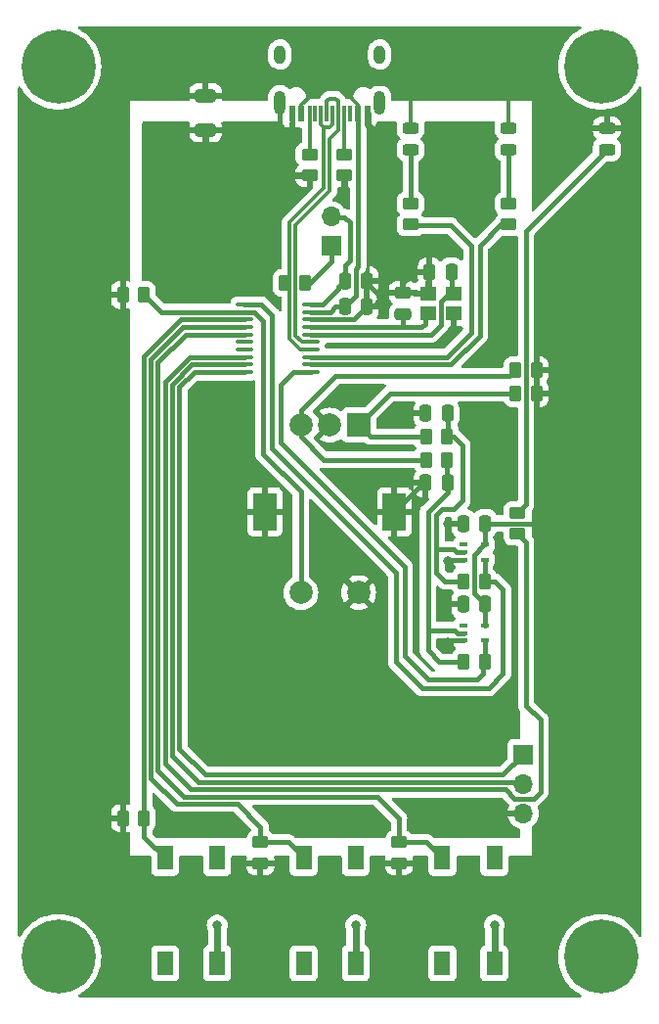
<source format=gtl>
%TF.GenerationSoftware,KiCad,Pcbnew,(6.0.5)*%
%TF.CreationDate,2024-07-23T11:02:46+02:00*%
%TF.ProjectId,USB_Knob,5553425f-4b6e-46f6-922e-6b696361645f,rev?*%
%TF.SameCoordinates,Original*%
%TF.FileFunction,Copper,L1,Top*%
%TF.FilePolarity,Positive*%
%FSLAX46Y46*%
G04 Gerber Fmt 4.6, Leading zero omitted, Abs format (unit mm)*
G04 Created by KiCad (PCBNEW (6.0.5)) date 2024-07-23 11:02:46*
%MOMM*%
%LPD*%
G01*
G04 APERTURE LIST*
G04 Aperture macros list*
%AMRoundRect*
0 Rectangle with rounded corners*
0 $1 Rounding radius*
0 $2 $3 $4 $5 $6 $7 $8 $9 X,Y pos of 4 corners*
0 Add a 4 corners polygon primitive as box body*
4,1,4,$2,$3,$4,$5,$6,$7,$8,$9,$2,$3,0*
0 Add four circle primitives for the rounded corners*
1,1,$1+$1,$2,$3*
1,1,$1+$1,$4,$5*
1,1,$1+$1,$6,$7*
1,1,$1+$1,$8,$9*
0 Add four rect primitives between the rounded corners*
20,1,$1+$1,$2,$3,$4,$5,0*
20,1,$1+$1,$4,$5,$6,$7,0*
20,1,$1+$1,$6,$7,$8,$9,0*
20,1,$1+$1,$8,$9,$2,$3,0*%
G04 Aperture macros list end*
%TA.AperFunction,SMDPad,CuDef*%
%ADD10RoundRect,0.250000X0.262500X0.450000X-0.262500X0.450000X-0.262500X-0.450000X0.262500X-0.450000X0*%
%TD*%
%TA.AperFunction,SMDPad,CuDef*%
%ADD11RoundRect,0.250000X-0.262500X-0.450000X0.262500X-0.450000X0.262500X0.450000X-0.262500X0.450000X0*%
%TD*%
%TA.AperFunction,SMDPad,CuDef*%
%ADD12R,1.400000X1.200000*%
%TD*%
%TA.AperFunction,SMDPad,CuDef*%
%ADD13R,1.400000X2.100000*%
%TD*%
%TA.AperFunction,SMDPad,CuDef*%
%ADD14RoundRect,0.250000X-0.250000X-0.475000X0.250000X-0.475000X0.250000X0.475000X-0.250000X0.475000X0*%
%TD*%
%TA.AperFunction,ComponentPad*%
%ADD15R,1.700000X1.700000*%
%TD*%
%TA.AperFunction,ComponentPad*%
%ADD16O,1.700000X1.700000*%
%TD*%
%TA.AperFunction,SMDPad,CuDef*%
%ADD17RoundRect,0.250000X-0.450000X0.262500X-0.450000X-0.262500X0.450000X-0.262500X0.450000X0.262500X0*%
%TD*%
%TA.AperFunction,SMDPad,CuDef*%
%ADD18R,0.650000X0.400000*%
%TD*%
%TA.AperFunction,SMDPad,CuDef*%
%ADD19RoundRect,0.250000X0.450000X-0.262500X0.450000X0.262500X-0.450000X0.262500X-0.450000X-0.262500X0*%
%TD*%
%TA.AperFunction,ComponentPad*%
%ADD20C,6.400000*%
%TD*%
%TA.AperFunction,SMDPad,CuDef*%
%ADD21RoundRect,0.250000X0.250000X0.475000X-0.250000X0.475000X-0.250000X-0.475000X0.250000X-0.475000X0*%
%TD*%
%TA.AperFunction,SMDPad,CuDef*%
%ADD22RoundRect,0.243750X0.456250X-0.243750X0.456250X0.243750X-0.456250X0.243750X-0.456250X-0.243750X0*%
%TD*%
%TA.AperFunction,SMDPad,CuDef*%
%ADD23R,0.600000X1.450000*%
%TD*%
%TA.AperFunction,SMDPad,CuDef*%
%ADD24R,0.300000X1.450000*%
%TD*%
%TA.AperFunction,ComponentPad*%
%ADD25O,1.000000X2.100000*%
%TD*%
%TA.AperFunction,ComponentPad*%
%ADD26O,1.000000X1.600000*%
%TD*%
%TA.AperFunction,SMDPad,CuDef*%
%ADD27RoundRect,0.250000X-0.650000X0.325000X-0.650000X-0.325000X0.650000X-0.325000X0.650000X0.325000X0*%
%TD*%
%TA.AperFunction,SMDPad,CuDef*%
%ADD28RoundRect,0.100000X-0.637500X-0.100000X0.637500X-0.100000X0.637500X0.100000X-0.637500X0.100000X0*%
%TD*%
%TA.AperFunction,ComponentPad*%
%ADD29R,2.000000X2.000000*%
%TD*%
%TA.AperFunction,ComponentPad*%
%ADD30C,2.000000*%
%TD*%
%TA.AperFunction,ComponentPad*%
%ADD31R,2.000000X3.200000*%
%TD*%
%TA.AperFunction,SMDPad,CuDef*%
%ADD32RoundRect,0.250000X-0.475000X0.250000X-0.475000X-0.250000X0.475000X-0.250000X0.475000X0.250000X0*%
%TD*%
%TA.AperFunction,ViaPad*%
%ADD33C,0.800000*%
%TD*%
%TA.AperFunction,Conductor*%
%ADD34C,0.400000*%
%TD*%
%TA.AperFunction,Conductor*%
%ADD35C,0.300000*%
%TD*%
%TA.AperFunction,Conductor*%
%ADD36C,0.600000*%
%TD*%
G04 APERTURE END LIST*
D10*
%TO.P,R13,1*%
%TO.N,Net-(C6-Pad2)*%
X159662500Y-97000000D03*
%TO.P,R13,2*%
%TO.N,Net-(R6-Pad1)*%
X157837500Y-97000000D03*
%TD*%
D11*
%TO.P,R6,1*%
%TO.N,Net-(R6-Pad1)*%
X165587500Y-93250000D03*
%TO.P,R6,2*%
%TO.N,VCC*%
X167412500Y-93250000D03*
%TD*%
D12*
%TO.P,Y1,1,1*%
%TO.N,/XI*%
X158000000Y-86350000D03*
%TO.P,Y1,2,2*%
%TO.N,GND*%
X160200000Y-86350000D03*
%TO.P,Y1,3,3*%
%TO.N,/XO*%
X160200000Y-84650000D03*
%TO.P,Y1,4,4*%
%TO.N,GND*%
X158000000Y-84650000D03*
%TD*%
D13*
%TO.P,S1,1,1*%
%TO.N,unconnected-(S1-Pad1)*%
X135250000Y-142550000D03*
%TO.P,S1,2,2*%
%TO.N,/SW1*%
X135250000Y-133450000D03*
%TO.P,S1,3,3*%
%TO.N,GND*%
X139750000Y-142550000D03*
%TO.P,S1,4,4*%
%TO.N,unconnected-(S1-Pad4)*%
X139750000Y-133450000D03*
%TD*%
D14*
%TO.P,C7,1*%
%TO.N,GND*%
X157800000Y-101000000D03*
%TO.P,C7,2*%
%TO.N,Net-(C7-Pad2)*%
X159700000Y-101000000D03*
%TD*%
D10*
%TO.P,R9,1*%
%TO.N,/ENC_SW*%
X133412500Y-84750000D03*
%TO.P,R9,2*%
%TO.N,VCC*%
X131587500Y-84750000D03*
%TD*%
D13*
%TO.P,S2,1,1*%
%TO.N,unconnected-(S2-Pad1)*%
X147250000Y-142550000D03*
%TO.P,S2,2,2*%
%TO.N,/SW2*%
X147250000Y-133450000D03*
%TO.P,S2,3,3*%
%TO.N,GND*%
X151750000Y-142550000D03*
%TO.P,S2,4,4*%
%TO.N,unconnected-(S2-Pad4)*%
X151750000Y-133450000D03*
%TD*%
D15*
%TO.P,J3,1,Pin_1*%
%TO.N,Net-(J3-Pad1)*%
X149625000Y-80525000D03*
D16*
%TO.P,J3,2,Pin_2*%
%TO.N,+3V3*%
X149625000Y-77985000D03*
%TD*%
D17*
%TO.P,R2,1*%
%TO.N,Net-(J1-PadB5)*%
X147750000Y-72587500D03*
%TO.P,R2,2*%
%TO.N,GND*%
X147750000Y-74412500D03*
%TD*%
D18*
%TO.P,U3,1*%
%TO.N,N/C*%
X161050000Y-113350000D03*
%TO.P,U3,2*%
%TO.N,Net-(C7-Pad2)*%
X161050000Y-114000000D03*
%TO.P,U3,3,GND*%
%TO.N,GND*%
X161050000Y-114650000D03*
%TO.P,U3,4*%
%TO.N,/ENC_B*%
X162950000Y-114650000D03*
%TO.P,U3,5,VCC*%
%TO.N,VCC*%
X162950000Y-113350000D03*
%TD*%
D14*
%TO.P,C9,1*%
%TO.N,GND*%
X161050000Y-111500000D03*
%TO.P,C9,2*%
%TO.N,VCC*%
X162950000Y-111500000D03*
%TD*%
%TO.P,C8,1*%
%TO.N,GND*%
X161050000Y-104500000D03*
%TO.P,C8,2*%
%TO.N,VCC*%
X162950000Y-104500000D03*
%TD*%
D19*
%TO.P,R11,1*%
%TO.N,/LED3*%
X165750000Y-105412500D03*
%TO.P,R11,2*%
%TO.N,Net-(D3-Pad1)*%
X165750000Y-103587500D03*
%TD*%
D15*
%TO.P,J2,1,Pin_1*%
%TO.N,/RXD*%
X166250000Y-124500000D03*
D16*
%TO.P,J2,2,Pin_2*%
%TO.N,/TXD*%
X166250000Y-127040000D03*
%TO.P,J2,3,Pin_3*%
%TO.N,GND*%
X166250000Y-129580000D03*
%TD*%
D20*
%TO.P,H2,1,1*%
%TO.N,GND*%
X173000000Y-65000000D03*
%TD*%
D19*
%TO.P,R10,1*%
%TO.N,/LED2*%
X165000000Y-78662500D03*
%TO.P,R10,2*%
%TO.N,Net-(D2-Pad1)*%
X165000000Y-76837500D03*
%TD*%
D20*
%TO.P,H1,1,1*%
%TO.N,GND*%
X126000000Y-65000000D03*
%TD*%
%TO.P,H4,1,1*%
%TO.N,GND*%
X173000000Y-142000000D03*
%TD*%
D21*
%TO.P,C3,1*%
%TO.N,GND*%
X152700000Y-85750000D03*
%TO.P,C3,2*%
%TO.N,VCC*%
X150800000Y-85750000D03*
%TD*%
D14*
%TO.P,C6,1*%
%TO.N,GND*%
X157800000Y-95000000D03*
%TO.P,C6,2*%
%TO.N,Net-(C6-Pad2)*%
X159700000Y-95000000D03*
%TD*%
D19*
%TO.P,R8,1*%
%TO.N,/LED1*%
X156500000Y-78662500D03*
%TO.P,R8,2*%
%TO.N,Net-(D1-Pad1)*%
X156500000Y-76837500D03*
%TD*%
D22*
%TO.P,D2,1,K*%
%TO.N,Net-(D2-Pad1)*%
X165000000Y-72187500D03*
%TO.P,D2,2,A*%
%TO.N,VCC*%
X165000000Y-70312500D03*
%TD*%
%TO.P,D3,1,K*%
%TO.N,Net-(D3-Pad1)*%
X173500000Y-72187500D03*
%TO.P,D3,2,A*%
%TO.N,VCC*%
X173500000Y-70312500D03*
%TD*%
D23*
%TO.P,J1,A1,GND*%
%TO.N,GND*%
X152750000Y-69045000D03*
%TO.P,J1,A4,VBUS*%
%TO.N,VCC*%
X151950000Y-69045000D03*
D24*
%TO.P,J1,A5,CC1*%
%TO.N,Net-(J1-PadA5)*%
X150750000Y-69045000D03*
%TO.P,J1,A6,D+*%
%TO.N,/USB1DP*%
X149750000Y-69045000D03*
%TO.P,J1,A7,D-*%
%TO.N,/USB1DM*%
X149250000Y-69045000D03*
%TO.P,J1,A8,SBU1*%
%TO.N,unconnected-(J1-PadA8)*%
X148250000Y-69045000D03*
D23*
%TO.P,J1,A9,VBUS*%
%TO.N,VCC*%
X147050000Y-69045000D03*
%TO.P,J1,A12,GND*%
%TO.N,GND*%
X146250000Y-69045000D03*
%TO.P,J1,B1,GND*%
X146250000Y-69045000D03*
%TO.P,J1,B4,VBUS*%
%TO.N,VCC*%
X147050000Y-69045000D03*
D24*
%TO.P,J1,B5,CC2*%
%TO.N,Net-(J1-PadB5)*%
X147750000Y-69045000D03*
%TO.P,J1,B6,D+*%
%TO.N,/USB1DP*%
X148750000Y-69045000D03*
%TO.P,J1,B7,D-*%
%TO.N,/USB1DM*%
X150250000Y-69045000D03*
%TO.P,J1,B8,SBU2*%
%TO.N,unconnected-(J1-PadB8)*%
X151250000Y-69045000D03*
D23*
%TO.P,J1,B9,VBUS*%
%TO.N,VCC*%
X151950000Y-69045000D03*
%TO.P,J1,B12,GND*%
%TO.N,GND*%
X152750000Y-69045000D03*
D25*
%TO.P,J1,S1,SHIELD*%
X153820000Y-68130000D03*
D26*
X153820000Y-63950000D03*
X145180000Y-63950000D03*
D25*
X145180000Y-68130000D03*
%TD*%
D10*
%TO.P,R15,1*%
%TO.N,/ENC_A*%
X162912500Y-109500000D03*
%TO.P,R15,2*%
%TO.N,Net-(C6-Pad2)*%
X161087500Y-109500000D03*
%TD*%
%TO.P,R16,1*%
%TO.N,/ENC_B*%
X162912500Y-116500000D03*
%TO.P,R16,2*%
%TO.N,Net-(C7-Pad2)*%
X161087500Y-116500000D03*
%TD*%
D11*
%TO.P,R7,1*%
%TO.N,Net-(R7-Pad1)*%
X165587500Y-91250000D03*
%TO.P,R7,2*%
%TO.N,VCC*%
X167412500Y-91250000D03*
%TD*%
%TO.P,R12,1*%
%TO.N,/USB1DP*%
X145575000Y-83700000D03*
%TO.P,R12,2*%
%TO.N,Net-(J3-Pad1)*%
X147400000Y-83700000D03*
%TD*%
D19*
%TO.P,R4,1*%
%TO.N,VCC*%
X143500000Y-133912500D03*
%TO.P,R4,2*%
%TO.N,/SW2*%
X143500000Y-132087500D03*
%TD*%
D17*
%TO.P,R1,1*%
%TO.N,Net-(J1-PadA5)*%
X150750000Y-72587500D03*
%TO.P,R1,2*%
%TO.N,GND*%
X150750000Y-74412500D03*
%TD*%
D10*
%TO.P,R14,1*%
%TO.N,Net-(C7-Pad2)*%
X159662500Y-99000000D03*
%TO.P,R14,2*%
%TO.N,Net-(R7-Pad1)*%
X157837500Y-99000000D03*
%TD*%
D19*
%TO.P,R5,1*%
%TO.N,VCC*%
X155500000Y-133912500D03*
%TO.P,R5,2*%
%TO.N,/SW3*%
X155500000Y-132087500D03*
%TD*%
D20*
%TO.P,H3,1,1*%
%TO.N,GND*%
X126000000Y-142000000D03*
%TD*%
D27*
%TO.P,C1,1*%
%TO.N,VCC*%
X138750000Y-67525000D03*
%TO.P,C1,2*%
%TO.N,GND*%
X138750000Y-70475000D03*
%TD*%
D14*
%TO.P,C5,1*%
%TO.N,GND*%
X158150000Y-82750000D03*
%TO.P,C5,2*%
%TO.N,/XO*%
X160050000Y-82750000D03*
%TD*%
D22*
%TO.P,D1,1,K*%
%TO.N,Net-(D1-Pad1)*%
X156500000Y-72187500D03*
%TO.P,D1,2,A*%
%TO.N,VCC*%
X156500000Y-70312500D03*
%TD*%
D11*
%TO.P,R3,1*%
%TO.N,VCC*%
X131587500Y-130000000D03*
%TO.P,R3,2*%
%TO.N,/SW1*%
X133412500Y-130000000D03*
%TD*%
D28*
%TO.P,U1,1,P3.2/TXD1_/INT0/VBUS1/AIN3*%
%TO.N,/ENC_A*%
X142137500Y-85575000D03*
%TO.P,U1,2,P1.4/T2_/CAP1/SCS/TIN2/UCC1/AIN1*%
%TO.N,/ENC_SW*%
X142137500Y-86225000D03*
%TO.P,U1,3,P1.5/MOSI/PWM1/TIN3/UCC2/AIN2*%
%TO.N,/SW1*%
X142137500Y-86875000D03*
%TO.P,U1,4,P1.6/MISO/RXD1/TIN4*%
%TO.N,/SW2*%
X142137500Y-87525000D03*
%TO.P,U1,5,P1.7/SCK/TXD1/TIN5*%
%TO.N,/SW3*%
X142137500Y-88175000D03*
%TO.P,U1,6,RST/T2EX_/CAP2_*%
%TO.N,unconnected-(U1-Pad6)*%
X142137500Y-88825000D03*
%TO.P,U1,7,P1.0/T2/CAP1/TIN0*%
%TO.N,unconnected-(U1-Pad7)*%
X142137500Y-89475000D03*
%TO.P,U1,8,P1.1/T2EX/CAP2/TIN1/VBUS2/AIN0*%
%TO.N,/LED3*%
X142137500Y-90125000D03*
%TO.P,U1,9,P3.1/PWM2_/TXD*%
%TO.N,/TXD*%
X142137500Y-90775000D03*
%TO.P,U1,10,P3.0/PWM1_/RXD*%
%TO.N,/RXD*%
X142137500Y-91425000D03*
%TO.P,U1,11,P3.3/INT1*%
%TO.N,/ENC_B*%
X147862500Y-91425000D03*
%TO.P,U1,12,P3.4/PWM2/RXD1_/T0*%
%TO.N,/LED2*%
X147862500Y-90775000D03*
%TO.P,U1,13,P3.5/T1*%
%TO.N,/LED1*%
X147862500Y-90125000D03*
%TO.P,U1,14,P3.6/UDP*%
%TO.N,/USB1DP*%
X147862500Y-89475000D03*
%TO.P,U1,15,P3.7/UDM*%
%TO.N,/USB1DM*%
X147862500Y-88825000D03*
%TO.P,U1,16,P1.3/XO/TXD_*%
%TO.N,/XO*%
X147862500Y-88175000D03*
%TO.P,U1,17,P1.2/XI/RXD_*%
%TO.N,/XI*%
X147862500Y-87525000D03*
%TO.P,U1,18,GND/VSS*%
%TO.N,GND*%
X147862500Y-86875000D03*
%TO.P,U1,19,VCC/VDD*%
%TO.N,VCC*%
X147862500Y-86225000D03*
%TO.P,U1,20,V33*%
%TO.N,+3V3*%
X147862500Y-85575000D03*
%TD*%
D29*
%TO.P,SW1,A,A*%
%TO.N,Net-(R6-Pad1)*%
X152000000Y-96000000D03*
D30*
%TO.P,SW1,B,B*%
%TO.N,Net-(R7-Pad1)*%
X147000000Y-96000000D03*
%TO.P,SW1,C,C*%
%TO.N,GND*%
X149500000Y-96000000D03*
D31*
%TO.P,SW1,MP,MP*%
X155100000Y-103500000D03*
X143900000Y-103500000D03*
D30*
%TO.P,SW1,S1,S1*%
%TO.N,/ENC_SW*%
X147000000Y-110500000D03*
%TO.P,SW1,S2,S2*%
%TO.N,GND*%
X152000000Y-110500000D03*
%TD*%
D13*
%TO.P,S3,1,1*%
%TO.N,unconnected-(S3-Pad1)*%
X159250000Y-142550000D03*
%TO.P,S3,2,2*%
%TO.N,/SW3*%
X159250000Y-133450000D03*
%TO.P,S3,3,3*%
%TO.N,GND*%
X163750000Y-142550000D03*
%TO.P,S3,4,4*%
%TO.N,unconnected-(S3-Pad4)*%
X163750000Y-133450000D03*
%TD*%
D18*
%TO.P,U2,1*%
%TO.N,N/C*%
X161050000Y-106350000D03*
%TO.P,U2,2*%
%TO.N,Net-(C6-Pad2)*%
X161050000Y-107000000D03*
%TO.P,U2,3,GND*%
%TO.N,GND*%
X161050000Y-107650000D03*
%TO.P,U2,4*%
%TO.N,/ENC_A*%
X162950000Y-107650000D03*
%TO.P,U2,5,VCC*%
%TO.N,VCC*%
X162950000Y-106350000D03*
%TD*%
D32*
%TO.P,C4,1*%
%TO.N,GND*%
X155850000Y-84550000D03*
%TO.P,C4,2*%
%TO.N,/XI*%
X155850000Y-86450000D03*
%TD*%
D14*
%TO.P,C2,1*%
%TO.N,+3V3*%
X150800000Y-83500000D03*
%TO.P,C2,2*%
%TO.N,GND*%
X152700000Y-83500000D03*
%TD*%
D33*
%TO.N,GND*%
X164750000Y-81000000D03*
X159750000Y-114750000D03*
X159750000Y-104500000D03*
X163750000Y-139250000D03*
X156000000Y-95500000D03*
X139750000Y-139250000D03*
X165250000Y-98500000D03*
X151750000Y-139250000D03*
X162750000Y-71000000D03*
X156600000Y-83000000D03*
X138250000Y-93250000D03*
X138750000Y-72250000D03*
X165000000Y-121750000D03*
X159750000Y-107750000D03*
X138500000Y-84750000D03*
X149500000Y-130000000D03*
X159750000Y-111500000D03*
X154000000Y-85000000D03*
X160250000Y-87750000D03*
X162250000Y-90500000D03*
X153500000Y-70750000D03*
X137750000Y-130250000D03*
X146250000Y-74500000D03*
X150750000Y-75750000D03*
%TD*%
D34*
%TO.N,VCC*%
X162950000Y-104500000D02*
X162950000Y-106350000D01*
D35*
X147750000Y-67597766D02*
X147750000Y-67000000D01*
D34*
X149525000Y-86225000D02*
X150000000Y-85750000D01*
X151950000Y-69045000D02*
X151950000Y-82300000D01*
D35*
X151950000Y-68297766D02*
X151950000Y-69045000D01*
X151250000Y-67597766D02*
X151950000Y-68297766D01*
X156500000Y-66500000D02*
X151750000Y-66500000D01*
X156500000Y-70312500D02*
X156500000Y-66500000D01*
X164250000Y-66500000D02*
X156500000Y-66500000D01*
X147050000Y-68297766D02*
X147750000Y-67597766D01*
D34*
X151950000Y-82300000D02*
X151750000Y-82500000D01*
X151750000Y-84800000D02*
X150800000Y-85750000D01*
X150000000Y-85750000D02*
X150800000Y-85750000D01*
D35*
X148000000Y-66750000D02*
X151500000Y-66750000D01*
X165000000Y-67250000D02*
X164250000Y-66500000D01*
D34*
X151750000Y-82500000D02*
X151750000Y-84800000D01*
D35*
X147750000Y-67000000D02*
X148000000Y-66750000D01*
X165000000Y-70312500D02*
X165000000Y-67250000D01*
X151500000Y-66750000D02*
X151750000Y-66500000D01*
X147050000Y-69045000D02*
X147050000Y-68297766D01*
D34*
X162950000Y-113350000D02*
X162950000Y-111500000D01*
X162900000Y-106350000D02*
X162000000Y-107250000D01*
X147862500Y-86225000D02*
X149525000Y-86225000D01*
D35*
X151250000Y-67000000D02*
X151250000Y-67597766D01*
D34*
X162950000Y-104500000D02*
X169000000Y-104500000D01*
D35*
X151750000Y-66500000D02*
X151250000Y-67000000D01*
D34*
X162000000Y-107250000D02*
X162000000Y-110550000D01*
X162950000Y-106350000D02*
X162900000Y-106350000D01*
X162000000Y-110550000D02*
X162950000Y-111500000D01*
%TO.N,GND*%
X156850000Y-82750000D02*
X156600000Y-83000000D01*
X155850000Y-83750000D02*
X156600000Y-83000000D01*
X151575480Y-86874520D02*
X147862980Y-86874520D01*
D36*
X146337500Y-74412500D02*
X146250000Y-74500000D01*
D34*
X147862980Y-86874520D02*
X147862500Y-86875000D01*
X161050000Y-114650000D02*
X159850000Y-114650000D01*
X161050000Y-104500000D02*
X159750000Y-104500000D01*
D36*
X152750000Y-70000000D02*
X153500000Y-70750000D01*
D34*
X152700000Y-83700000D02*
X154000000Y-85000000D01*
X152700000Y-85750000D02*
X151575480Y-86874520D01*
X159850000Y-114650000D02*
X159750000Y-114750000D01*
D36*
X151750000Y-142550000D02*
X151750000Y-139250000D01*
D34*
X146250000Y-70500000D02*
X146000000Y-70750000D01*
D36*
X139750000Y-142550000D02*
X139750000Y-139250000D01*
D34*
X152700000Y-83500000D02*
X152700000Y-83700000D01*
X152700000Y-85750000D02*
X153250000Y-85750000D01*
D36*
X163750000Y-142550000D02*
X163750000Y-139250000D01*
D34*
X157600000Y-101000000D02*
X155100000Y-103500000D01*
X161050000Y-107650000D02*
X159850000Y-107650000D01*
X146250000Y-69045000D02*
X146250000Y-70500000D01*
X157800000Y-101000000D02*
X157600000Y-101000000D01*
D36*
X138750000Y-70475000D02*
X138750000Y-72250000D01*
D34*
X145180000Y-70320000D02*
X145000000Y-70500000D01*
X161050000Y-111500000D02*
X159750000Y-111500000D01*
X156500000Y-95000000D02*
X156000000Y-95500000D01*
X158150000Y-82750000D02*
X156850000Y-82750000D01*
D36*
X147750000Y-74412500D02*
X146337500Y-74412500D01*
D34*
X157800000Y-95000000D02*
X156500000Y-95000000D01*
X159850000Y-107650000D02*
X159750000Y-107750000D01*
X153250000Y-85750000D02*
X154000000Y-85000000D01*
D36*
X150750000Y-74412500D02*
X150750000Y-75750000D01*
D34*
X155850000Y-84550000D02*
X155850000Y-83750000D01*
D36*
X152750000Y-69045000D02*
X152750000Y-70000000D01*
D34*
X145180000Y-68130000D02*
X145180000Y-70320000D01*
%TO.N,+3V3*%
X150800000Y-82200000D02*
X151250000Y-81750000D01*
X150800000Y-83500000D02*
X150800000Y-82200000D01*
X150250000Y-84050000D02*
X150800000Y-83500000D01*
X151250000Y-81750000D02*
X151250000Y-78500000D01*
X150250000Y-84250000D02*
X150250000Y-84050000D01*
X147862500Y-85575000D02*
X148925000Y-85575000D01*
X148925000Y-85575000D02*
X150250000Y-84250000D01*
X149640000Y-78000000D02*
X149625000Y-77985000D01*
X150750000Y-78000000D02*
X149640000Y-78000000D01*
X151250000Y-78500000D02*
X150750000Y-78000000D01*
%TO.N,Net-(D1-Pad1)*%
X156500000Y-72187500D02*
X156500000Y-76837500D01*
%TO.N,Net-(D2-Pad1)*%
X165000000Y-72187500D02*
X165000000Y-76837500D01*
%TO.N,Net-(D3-Pad1)*%
X166500480Y-102837020D02*
X165750000Y-103587500D01*
X166500480Y-79187020D02*
X173500000Y-72187500D01*
X166500480Y-79187020D02*
X166500480Y-102837020D01*
D35*
%TO.N,Net-(J1-PadA5)*%
X150750000Y-69045000D02*
X150750000Y-72587500D01*
%TO.N,/USB1DP*%
X149750000Y-70000000D02*
X149500000Y-70250000D01*
X148750000Y-69045000D02*
X148750000Y-70000000D01*
X146000000Y-78500000D02*
X149000000Y-75500000D01*
X149000000Y-70250000D02*
X149500000Y-70250000D01*
X149750000Y-69045000D02*
X149750000Y-70000000D01*
X146975000Y-89475000D02*
X146000000Y-88500000D01*
X148750000Y-70000000D02*
X149000000Y-70250000D01*
X149000000Y-75500000D02*
X149000000Y-70250000D01*
X147862500Y-89475000D02*
X146975000Y-89475000D01*
X146000000Y-88500000D02*
X146000000Y-78500000D01*
%TO.N,/USB1DM*%
X147075000Y-88825000D02*
X147862500Y-88825000D01*
X146500000Y-78750000D02*
X146500000Y-88250000D01*
X150250000Y-67970978D02*
X150250000Y-69045000D01*
X150250000Y-70500000D02*
X149500000Y-71250000D01*
X149250000Y-68000000D02*
X149500000Y-67750000D01*
X149500000Y-67750000D02*
X150029022Y-67750000D01*
X146500000Y-88250000D02*
X147075000Y-88825000D01*
X150250000Y-69045000D02*
X150250000Y-70500000D01*
X149500000Y-71250000D02*
X149500000Y-75750000D01*
X149500000Y-75750000D02*
X146500000Y-78750000D01*
X149250000Y-69045000D02*
X149250000Y-68000000D01*
X150029022Y-67750000D02*
X150250000Y-67970978D01*
%TO.N,Net-(J1-PadB5)*%
X147750000Y-69045000D02*
X147750000Y-72587500D01*
D34*
%TO.N,/SW1*%
X133412500Y-90087500D02*
X136625000Y-86875000D01*
X133412500Y-130000000D02*
X133412500Y-90087500D01*
X133412500Y-131612500D02*
X135250000Y-133450000D01*
X136625000Y-86875000D02*
X142137500Y-86875000D01*
X133412500Y-130000000D02*
X133412500Y-131612500D01*
%TO.N,/SW2*%
X141500000Y-128750000D02*
X143500000Y-130750000D01*
X134012020Y-126512020D02*
X136250000Y-128750000D01*
X136250000Y-128750000D02*
X141500000Y-128750000D01*
X134012020Y-90335830D02*
X134012020Y-126512020D01*
X143500000Y-130750000D02*
X143500000Y-132087500D01*
X143500000Y-132087500D02*
X145887500Y-132087500D01*
X145887500Y-132087500D02*
X147250000Y-133450000D01*
X142137500Y-87525000D02*
X136822850Y-87525000D01*
X136822850Y-87525000D02*
X134012020Y-90335830D01*
%TO.N,/SW3*%
X153650480Y-128150480D02*
X155500000Y-130000000D01*
X134611540Y-90584160D02*
X134611540Y-125861540D01*
X142137500Y-88175000D02*
X137020700Y-88175000D01*
X134611540Y-125861540D02*
X136900480Y-128150480D01*
X157887500Y-132087500D02*
X159250000Y-133450000D01*
X155500000Y-130000000D02*
X155500000Y-132087500D01*
X136900480Y-128150480D02*
X153650480Y-128150480D01*
X155500000Y-132087500D02*
X157887500Y-132087500D01*
X137020700Y-88175000D02*
X134611540Y-90584160D01*
%TO.N,/ENC_B*%
X156000000Y-108250000D02*
X156000000Y-116000000D01*
X162750000Y-117500000D02*
X162750000Y-116662500D01*
X156000000Y-116000000D02*
X158000000Y-118000000D01*
X147862500Y-91425000D02*
X146325000Y-91425000D01*
X145250000Y-92500000D02*
X145250000Y-97500000D01*
X145250000Y-97500000D02*
X156000000Y-108250000D01*
X162750000Y-116662500D02*
X162912500Y-116500000D01*
X162950000Y-116462500D02*
X162912500Y-116500000D01*
X162950000Y-114650000D02*
X162950000Y-116462500D01*
X146325000Y-91425000D02*
X145250000Y-92500000D01*
X158000000Y-118000000D02*
X162250000Y-118000000D01*
X162250000Y-118000000D02*
X162750000Y-117500000D01*
%TO.N,/ENC_A*%
X163250000Y-118750000D02*
X164500000Y-117500000D01*
X163750000Y-109500000D02*
X162912500Y-109500000D01*
X144500000Y-98000000D02*
X155250000Y-108750000D01*
X142137500Y-85575000D02*
X143575000Y-85575000D01*
X155250000Y-116500000D02*
X157500000Y-118750000D01*
X143575000Y-85575000D02*
X144500000Y-86500000D01*
X162912500Y-107687500D02*
X162950000Y-107650000D01*
X144500000Y-86500000D02*
X144500000Y-98000000D01*
X157500000Y-118750000D02*
X163250000Y-118750000D01*
X164500000Y-117500000D02*
X164500000Y-110250000D01*
X164500000Y-110250000D02*
X163750000Y-109500000D01*
X162912500Y-109500000D02*
X162912500Y-107687500D01*
X155250000Y-108750000D02*
X155250000Y-116500000D01*
%TO.N,/LED1*%
X159625000Y-90125000D02*
X161750000Y-88000000D01*
X160000000Y-78750000D02*
X156587500Y-78750000D01*
X161750000Y-80500000D02*
X160000000Y-78750000D01*
X161750000Y-88000000D02*
X161750000Y-80500000D01*
X147862500Y-90125000D02*
X159625000Y-90125000D01*
X156587500Y-78750000D02*
X156500000Y-78662500D01*
%TO.N,/ENC_SW*%
X147000000Y-110500000D02*
X147000000Y-101750000D01*
X142137500Y-86225000D02*
X142931427Y-86225000D01*
X143750000Y-87043573D02*
X143750000Y-98500000D01*
X147000000Y-101750000D02*
X143750000Y-98500000D01*
X134887500Y-86225000D02*
X133412500Y-84750000D01*
X142931427Y-86225000D02*
X143750000Y-87043573D01*
X142137500Y-86225000D02*
X134887500Y-86225000D01*
%TO.N,/LED2*%
X162500000Y-80500000D02*
X162500000Y-88250000D01*
X159975000Y-90775000D02*
X147862500Y-90775000D01*
X165000000Y-78662500D02*
X164337500Y-78662500D01*
X162500000Y-88250000D02*
X159975000Y-90775000D01*
X164337500Y-78662500D02*
X162500000Y-80500000D01*
%TO.N,/LED3*%
X165510973Y-128289511D02*
X167210489Y-128289511D01*
X142137500Y-90125000D02*
X137375000Y-90125000D01*
X166500000Y-120250000D02*
X166500000Y-106162500D01*
X137500000Y-127500000D02*
X164721462Y-127500000D01*
X166500000Y-106162500D02*
X165750000Y-105412500D01*
X164721462Y-127500000D02*
X165510973Y-128289511D01*
X135250000Y-92250000D02*
X135250000Y-125250000D01*
X167750000Y-127750000D02*
X167750000Y-121500000D01*
X167210489Y-128289511D02*
X167750000Y-127750000D01*
X167750000Y-121500000D02*
X166500000Y-120250000D01*
X135250000Y-125250000D02*
X137500000Y-127500000D01*
X137375000Y-90125000D02*
X135250000Y-92250000D01*
%TO.N,/XO*%
X158274022Y-88175000D02*
X159100000Y-87349022D01*
X159100000Y-85350978D02*
X159800978Y-84650000D01*
X147862500Y-88175000D02*
X158274022Y-88175000D01*
X159800978Y-84650000D02*
X160200000Y-84650000D01*
X160050000Y-84500000D02*
X160200000Y-84650000D01*
X159100000Y-87349022D02*
X159100000Y-85350978D01*
X160050000Y-82750000D02*
X160050000Y-84500000D01*
%TO.N,/XI*%
X157750000Y-87250000D02*
X157750000Y-86600000D01*
X157750000Y-86600000D02*
X158000000Y-86350000D01*
X157475000Y-87525000D02*
X157750000Y-87250000D01*
X155775000Y-87525000D02*
X157475000Y-87525000D01*
X155850000Y-86450000D02*
X155850000Y-87450000D01*
X155850000Y-87450000D02*
X155775000Y-87525000D01*
X147862500Y-87525000D02*
X155775000Y-87525000D01*
%TO.N,/TXD*%
X135849520Y-124599520D02*
X138150480Y-126900480D01*
X137572850Y-90775000D02*
X135849520Y-92498330D01*
X138150480Y-126900480D02*
X166110480Y-126900480D01*
X142137500Y-90775000D02*
X137572850Y-90775000D01*
X166110480Y-126900480D02*
X166250000Y-127040000D01*
X135849520Y-92498330D02*
X135849520Y-124599520D01*
%TO.N,/RXD*%
X137770700Y-91425000D02*
X136472850Y-92722850D01*
X136472850Y-92722850D02*
X136472850Y-123972850D01*
X136472850Y-123972850D02*
X138750000Y-126250000D01*
X142137500Y-91425000D02*
X137770700Y-91425000D01*
X164500000Y-126250000D02*
X166250000Y-124500000D01*
X138750000Y-126250000D02*
X164500000Y-126250000D01*
%TO.N,Net-(C6-Pad2)*%
X160250000Y-103250000D02*
X161000000Y-102500000D01*
X159250000Y-103250000D02*
X160250000Y-103250000D01*
X159500000Y-109500000D02*
X158750000Y-108750000D01*
X159700000Y-96962500D02*
X159662500Y-97000000D01*
X161087500Y-109500000D02*
X159500000Y-109500000D01*
X158750000Y-106750000D02*
X158750000Y-103750000D01*
X161000000Y-97750000D02*
X160250000Y-97000000D01*
X160500000Y-107000000D02*
X160250000Y-106750000D01*
X158750000Y-103750000D02*
X159250000Y-103250000D01*
X161000000Y-102500000D02*
X161000000Y-97750000D01*
X159700000Y-95000000D02*
X159700000Y-96962500D01*
X161050000Y-107000000D02*
X160500000Y-107000000D01*
X158750000Y-108750000D02*
X158750000Y-106750000D01*
X160250000Y-97000000D02*
X159662500Y-97000000D01*
X160250000Y-106750000D02*
X158750000Y-106750000D01*
%TO.N,Net-(C7-Pad2)*%
X159662500Y-99000000D02*
X159662500Y-100962500D01*
X158000000Y-115500000D02*
X159000000Y-116500000D01*
X161050000Y-114000000D02*
X160575000Y-114000000D01*
X160325000Y-113750000D02*
X158000000Y-113750000D01*
X159700000Y-101000000D02*
X159700000Y-101800000D01*
X159700000Y-101800000D02*
X158000000Y-103500000D01*
X158000000Y-103500000D02*
X158000000Y-113750000D01*
X160575000Y-114000000D02*
X160325000Y-113750000D01*
X159000000Y-116500000D02*
X161087500Y-116500000D01*
X159662500Y-100962500D02*
X159700000Y-101000000D01*
X158000000Y-113750000D02*
X158000000Y-115500000D01*
%TO.N,Net-(J3-Pad1)*%
X147400000Y-83700000D02*
X147800000Y-83700000D01*
X149625000Y-81875000D02*
X149625000Y-80525000D01*
X147800000Y-83700000D02*
X149625000Y-81875000D01*
%TO.N,Net-(R6-Pad1)*%
X153000000Y-97000000D02*
X152000000Y-96000000D01*
X165587500Y-93250000D02*
X154750000Y-93250000D01*
X154750000Y-93250000D02*
X152000000Y-96000000D01*
X157837500Y-97000000D02*
X153000000Y-97000000D01*
%TO.N,Net-(R7-Pad1)*%
X165587500Y-91250000D02*
X165087500Y-91750000D01*
X147000000Y-94750000D02*
X147000000Y-96000000D01*
X165087500Y-91750000D02*
X150000000Y-91750000D01*
X150000000Y-91750000D02*
X147000000Y-94750000D01*
X147000000Y-97000000D02*
X147000000Y-96000000D01*
X157837500Y-99000000D02*
X149000000Y-99000000D01*
X149000000Y-99000000D02*
X147000000Y-97000000D01*
%TD*%
%TA.AperFunction,Conductor*%
%TO.N,VCC*%
G36*
X171227076Y-61528502D02*
G01*
X171273569Y-61582158D01*
X171283673Y-61652432D01*
X171254179Y-61717012D01*
X171216158Y-61746767D01*
X171146147Y-61782439D01*
X171146140Y-61782443D01*
X171143206Y-61783938D01*
X170817207Y-61995643D01*
X170515124Y-62240266D01*
X170240266Y-62515124D01*
X169995643Y-62817207D01*
X169993848Y-62819970D01*
X169993848Y-62819971D01*
X169822109Y-63084428D01*
X169783938Y-63143206D01*
X169782443Y-63146140D01*
X169782439Y-63146147D01*
X169622879Y-63459301D01*
X169607468Y-63489547D01*
X169468167Y-63852438D01*
X169367562Y-64227901D01*
X169306754Y-64611824D01*
X169286411Y-65000000D01*
X169306754Y-65388176D01*
X169367562Y-65772099D01*
X169468167Y-66147562D01*
X169607468Y-66510453D01*
X169608966Y-66513393D01*
X169774824Y-66838906D01*
X169783938Y-66856794D01*
X169785734Y-66859560D01*
X169785736Y-66859563D01*
X169946499Y-67107118D01*
X169995643Y-67182793D01*
X170056448Y-67257881D01*
X170162871Y-67389301D01*
X170240266Y-67484876D01*
X170515124Y-67759734D01*
X170517682Y-67761806D01*
X170517686Y-67761809D01*
X170586007Y-67817134D01*
X170817207Y-68004357D01*
X171143205Y-68216062D01*
X171146139Y-68217557D01*
X171146146Y-68217561D01*
X171486607Y-68391034D01*
X171489547Y-68392532D01*
X171852438Y-68531833D01*
X172227901Y-68632438D01*
X172431793Y-68664732D01*
X172608576Y-68692732D01*
X172608584Y-68692733D01*
X172611824Y-68693246D01*
X173000000Y-68713589D01*
X173388176Y-68693246D01*
X173391416Y-68692733D01*
X173391424Y-68692732D01*
X173568207Y-68664732D01*
X173772099Y-68632438D01*
X174147562Y-68531833D01*
X174510453Y-68392532D01*
X174513393Y-68391034D01*
X174853854Y-68217561D01*
X174853861Y-68217557D01*
X174856795Y-68216062D01*
X175182793Y-68004357D01*
X175413993Y-67817134D01*
X175482314Y-67761809D01*
X175482318Y-67761806D01*
X175484876Y-67759734D01*
X175759734Y-67484876D01*
X175837130Y-67389301D01*
X175943552Y-67257881D01*
X176004357Y-67182793D01*
X176053501Y-67107118D01*
X176214264Y-66859563D01*
X176214266Y-66859560D01*
X176216062Y-66856794D01*
X176225177Y-66838906D01*
X176253233Y-66783842D01*
X176301981Y-66732227D01*
X176370896Y-66715161D01*
X176438098Y-66738062D01*
X176482250Y-66793659D01*
X176491500Y-66841045D01*
X176491500Y-140158955D01*
X176471498Y-140227076D01*
X176417842Y-140273569D01*
X176347568Y-140283673D01*
X176282988Y-140254179D01*
X176253233Y-140216158D01*
X176217561Y-140146147D01*
X176217557Y-140146140D01*
X176216062Y-140143206D01*
X176004357Y-139817207D01*
X175759734Y-139515124D01*
X175484876Y-139240266D01*
X175182793Y-138995643D01*
X174856795Y-138783938D01*
X174853861Y-138782443D01*
X174853854Y-138782439D01*
X174513393Y-138608966D01*
X174510453Y-138607468D01*
X174147562Y-138468167D01*
X173772099Y-138367562D01*
X173568207Y-138335268D01*
X173391424Y-138307268D01*
X173391416Y-138307267D01*
X173388176Y-138306754D01*
X173000000Y-138286411D01*
X172611824Y-138306754D01*
X172608584Y-138307267D01*
X172608576Y-138307268D01*
X172431793Y-138335268D01*
X172227901Y-138367562D01*
X171852438Y-138468167D01*
X171489547Y-138607468D01*
X171486607Y-138608966D01*
X171146147Y-138782439D01*
X171146140Y-138782443D01*
X171143206Y-138783938D01*
X171140440Y-138785734D01*
X171140437Y-138785736D01*
X170819971Y-138993848D01*
X170817207Y-138995643D01*
X170515124Y-139240266D01*
X170240266Y-139515124D01*
X169995643Y-139817207D01*
X169783938Y-140143206D01*
X169782443Y-140146140D01*
X169782439Y-140146147D01*
X169712366Y-140283673D01*
X169607468Y-140489547D01*
X169468167Y-140852438D01*
X169367562Y-141227901D01*
X169306754Y-141611824D01*
X169286411Y-142000000D01*
X169306754Y-142388176D01*
X169367562Y-142772099D01*
X169468167Y-143147562D01*
X169607468Y-143510453D01*
X169608966Y-143513393D01*
X169713074Y-143717715D01*
X169783938Y-143856794D01*
X169785734Y-143859560D01*
X169785736Y-143859563D01*
X169906308Y-144045229D01*
X169995643Y-144182793D01*
X170240266Y-144484876D01*
X170515124Y-144759734D01*
X170817207Y-145004357D01*
X171143205Y-145216062D01*
X171146139Y-145217557D01*
X171146146Y-145217561D01*
X171216157Y-145253233D01*
X171267772Y-145301981D01*
X171284838Y-145370896D01*
X171261937Y-145438098D01*
X171206340Y-145482250D01*
X171158954Y-145491500D01*
X127841046Y-145491500D01*
X127772925Y-145471498D01*
X127726432Y-145417842D01*
X127716328Y-145347568D01*
X127745822Y-145282988D01*
X127783843Y-145253233D01*
X127853854Y-145217561D01*
X127853861Y-145217557D01*
X127856795Y-145216062D01*
X128182793Y-145004357D01*
X128484876Y-144759734D01*
X128759734Y-144484876D01*
X129004357Y-144182793D01*
X129093692Y-144045229D01*
X129214264Y-143859563D01*
X129214266Y-143859560D01*
X129216062Y-143856794D01*
X129286927Y-143717715D01*
X129322380Y-143648134D01*
X134041500Y-143648134D01*
X134048255Y-143710316D01*
X134099385Y-143846705D01*
X134186739Y-143963261D01*
X134303295Y-144050615D01*
X134439684Y-144101745D01*
X134501866Y-144108500D01*
X135998134Y-144108500D01*
X136060316Y-144101745D01*
X136196705Y-144050615D01*
X136313261Y-143963261D01*
X136400615Y-143846705D01*
X136451745Y-143710316D01*
X136458500Y-143648134D01*
X138541500Y-143648134D01*
X138548255Y-143710316D01*
X138599385Y-143846705D01*
X138686739Y-143963261D01*
X138803295Y-144050615D01*
X138939684Y-144101745D01*
X139001866Y-144108500D01*
X140498134Y-144108500D01*
X140560316Y-144101745D01*
X140696705Y-144050615D01*
X140813261Y-143963261D01*
X140900615Y-143846705D01*
X140951745Y-143710316D01*
X140958500Y-143648134D01*
X146041500Y-143648134D01*
X146048255Y-143710316D01*
X146099385Y-143846705D01*
X146186739Y-143963261D01*
X146303295Y-144050615D01*
X146439684Y-144101745D01*
X146501866Y-144108500D01*
X147998134Y-144108500D01*
X148060316Y-144101745D01*
X148196705Y-144050615D01*
X148313261Y-143963261D01*
X148400615Y-143846705D01*
X148451745Y-143710316D01*
X148458500Y-143648134D01*
X150541500Y-143648134D01*
X150548255Y-143710316D01*
X150599385Y-143846705D01*
X150686739Y-143963261D01*
X150803295Y-144050615D01*
X150939684Y-144101745D01*
X151001866Y-144108500D01*
X152498134Y-144108500D01*
X152560316Y-144101745D01*
X152696705Y-144050615D01*
X152813261Y-143963261D01*
X152900615Y-143846705D01*
X152951745Y-143710316D01*
X152958500Y-143648134D01*
X158041500Y-143648134D01*
X158048255Y-143710316D01*
X158099385Y-143846705D01*
X158186739Y-143963261D01*
X158303295Y-144050615D01*
X158439684Y-144101745D01*
X158501866Y-144108500D01*
X159998134Y-144108500D01*
X160060316Y-144101745D01*
X160196705Y-144050615D01*
X160313261Y-143963261D01*
X160400615Y-143846705D01*
X160451745Y-143710316D01*
X160458500Y-143648134D01*
X162541500Y-143648134D01*
X162548255Y-143710316D01*
X162599385Y-143846705D01*
X162686739Y-143963261D01*
X162803295Y-144050615D01*
X162939684Y-144101745D01*
X163001866Y-144108500D01*
X164498134Y-144108500D01*
X164560316Y-144101745D01*
X164696705Y-144050615D01*
X164813261Y-143963261D01*
X164900615Y-143846705D01*
X164951745Y-143710316D01*
X164958500Y-143648134D01*
X164958500Y-141451866D01*
X164951745Y-141389684D01*
X164900615Y-141253295D01*
X164813261Y-141136739D01*
X164696705Y-141049385D01*
X164686092Y-141045406D01*
X164640270Y-141028228D01*
X164583505Y-140985586D01*
X164558806Y-140919024D01*
X164558500Y-140910246D01*
X164558500Y-139700397D01*
X164575380Y-139637398D01*
X164584527Y-139621556D01*
X164643542Y-139439928D01*
X164663504Y-139250000D01*
X164643542Y-139060072D01*
X164584527Y-138878444D01*
X164489040Y-138713056D01*
X164361253Y-138571134D01*
X164206752Y-138458882D01*
X164200724Y-138456198D01*
X164200722Y-138456197D01*
X164038319Y-138383891D01*
X164038318Y-138383891D01*
X164032288Y-138381206D01*
X163938887Y-138361353D01*
X163851944Y-138342872D01*
X163851939Y-138342872D01*
X163845487Y-138341500D01*
X163654513Y-138341500D01*
X163648061Y-138342872D01*
X163648056Y-138342872D01*
X163561113Y-138361353D01*
X163467712Y-138381206D01*
X163461682Y-138383891D01*
X163461681Y-138383891D01*
X163299278Y-138456197D01*
X163299276Y-138456198D01*
X163293248Y-138458882D01*
X163138747Y-138571134D01*
X163010960Y-138713056D01*
X162915473Y-138878444D01*
X162856458Y-139060072D01*
X162836496Y-139250000D01*
X162856458Y-139439928D01*
X162915473Y-139621556D01*
X162924620Y-139637398D01*
X162941500Y-139700397D01*
X162941500Y-140910246D01*
X162921498Y-140978367D01*
X162867842Y-141024860D01*
X162859730Y-141028228D01*
X162813908Y-141045406D01*
X162803295Y-141049385D01*
X162686739Y-141136739D01*
X162599385Y-141253295D01*
X162548255Y-141389684D01*
X162541500Y-141451866D01*
X162541500Y-143648134D01*
X160458500Y-143648134D01*
X160458500Y-141451866D01*
X160451745Y-141389684D01*
X160400615Y-141253295D01*
X160313261Y-141136739D01*
X160196705Y-141049385D01*
X160060316Y-140998255D01*
X159998134Y-140991500D01*
X158501866Y-140991500D01*
X158439684Y-140998255D01*
X158303295Y-141049385D01*
X158186739Y-141136739D01*
X158099385Y-141253295D01*
X158048255Y-141389684D01*
X158041500Y-141451866D01*
X158041500Y-143648134D01*
X152958500Y-143648134D01*
X152958500Y-141451866D01*
X152951745Y-141389684D01*
X152900615Y-141253295D01*
X152813261Y-141136739D01*
X152696705Y-141049385D01*
X152686092Y-141045406D01*
X152640270Y-141028228D01*
X152583505Y-140985586D01*
X152558806Y-140919024D01*
X152558500Y-140910246D01*
X152558500Y-139700397D01*
X152575380Y-139637398D01*
X152584527Y-139621556D01*
X152643542Y-139439928D01*
X152663504Y-139250000D01*
X152643542Y-139060072D01*
X152584527Y-138878444D01*
X152489040Y-138713056D01*
X152361253Y-138571134D01*
X152206752Y-138458882D01*
X152200724Y-138456198D01*
X152200722Y-138456197D01*
X152038319Y-138383891D01*
X152038318Y-138383891D01*
X152032288Y-138381206D01*
X151938887Y-138361353D01*
X151851944Y-138342872D01*
X151851939Y-138342872D01*
X151845487Y-138341500D01*
X151654513Y-138341500D01*
X151648061Y-138342872D01*
X151648056Y-138342872D01*
X151561113Y-138361353D01*
X151467712Y-138381206D01*
X151461682Y-138383891D01*
X151461681Y-138383891D01*
X151299278Y-138456197D01*
X151299276Y-138456198D01*
X151293248Y-138458882D01*
X151138747Y-138571134D01*
X151010960Y-138713056D01*
X150915473Y-138878444D01*
X150856458Y-139060072D01*
X150836496Y-139250000D01*
X150856458Y-139439928D01*
X150915473Y-139621556D01*
X150924620Y-139637398D01*
X150941500Y-139700397D01*
X150941500Y-140910246D01*
X150921498Y-140978367D01*
X150867842Y-141024860D01*
X150859730Y-141028228D01*
X150813908Y-141045406D01*
X150803295Y-141049385D01*
X150686739Y-141136739D01*
X150599385Y-141253295D01*
X150548255Y-141389684D01*
X150541500Y-141451866D01*
X150541500Y-143648134D01*
X148458500Y-143648134D01*
X148458500Y-141451866D01*
X148451745Y-141389684D01*
X148400615Y-141253295D01*
X148313261Y-141136739D01*
X148196705Y-141049385D01*
X148060316Y-140998255D01*
X147998134Y-140991500D01*
X146501866Y-140991500D01*
X146439684Y-140998255D01*
X146303295Y-141049385D01*
X146186739Y-141136739D01*
X146099385Y-141253295D01*
X146048255Y-141389684D01*
X146041500Y-141451866D01*
X146041500Y-143648134D01*
X140958500Y-143648134D01*
X140958500Y-141451866D01*
X140951745Y-141389684D01*
X140900615Y-141253295D01*
X140813261Y-141136739D01*
X140696705Y-141049385D01*
X140686092Y-141045406D01*
X140640270Y-141028228D01*
X140583505Y-140985586D01*
X140558806Y-140919024D01*
X140558500Y-140910246D01*
X140558500Y-139700397D01*
X140575380Y-139637398D01*
X140584527Y-139621556D01*
X140643542Y-139439928D01*
X140663504Y-139250000D01*
X140643542Y-139060072D01*
X140584527Y-138878444D01*
X140489040Y-138713056D01*
X140361253Y-138571134D01*
X140206752Y-138458882D01*
X140200724Y-138456198D01*
X140200722Y-138456197D01*
X140038319Y-138383891D01*
X140038318Y-138383891D01*
X140032288Y-138381206D01*
X139938887Y-138361353D01*
X139851944Y-138342872D01*
X139851939Y-138342872D01*
X139845487Y-138341500D01*
X139654513Y-138341500D01*
X139648061Y-138342872D01*
X139648056Y-138342872D01*
X139561113Y-138361353D01*
X139467712Y-138381206D01*
X139461682Y-138383891D01*
X139461681Y-138383891D01*
X139299278Y-138456197D01*
X139299276Y-138456198D01*
X139293248Y-138458882D01*
X139138747Y-138571134D01*
X139010960Y-138713056D01*
X138915473Y-138878444D01*
X138856458Y-139060072D01*
X138836496Y-139250000D01*
X138856458Y-139439928D01*
X138915473Y-139621556D01*
X138924620Y-139637398D01*
X138941500Y-139700397D01*
X138941500Y-140910246D01*
X138921498Y-140978367D01*
X138867842Y-141024860D01*
X138859730Y-141028228D01*
X138813908Y-141045406D01*
X138803295Y-141049385D01*
X138686739Y-141136739D01*
X138599385Y-141253295D01*
X138548255Y-141389684D01*
X138541500Y-141451866D01*
X138541500Y-143648134D01*
X136458500Y-143648134D01*
X136458500Y-141451866D01*
X136451745Y-141389684D01*
X136400615Y-141253295D01*
X136313261Y-141136739D01*
X136196705Y-141049385D01*
X136060316Y-140998255D01*
X135998134Y-140991500D01*
X134501866Y-140991500D01*
X134439684Y-140998255D01*
X134303295Y-141049385D01*
X134186739Y-141136739D01*
X134099385Y-141253295D01*
X134048255Y-141389684D01*
X134041500Y-141451866D01*
X134041500Y-143648134D01*
X129322380Y-143648134D01*
X129391034Y-143513393D01*
X129392532Y-143510453D01*
X129531833Y-143147562D01*
X129632438Y-142772099D01*
X129693246Y-142388176D01*
X129713589Y-142000000D01*
X129693246Y-141611824D01*
X129632438Y-141227901D01*
X129531833Y-140852438D01*
X129392532Y-140489547D01*
X129287634Y-140283673D01*
X129217561Y-140146147D01*
X129217557Y-140146140D01*
X129216062Y-140143206D01*
X129004357Y-139817207D01*
X128759734Y-139515124D01*
X128484876Y-139240266D01*
X128182793Y-138995643D01*
X127856795Y-138783938D01*
X127853861Y-138782443D01*
X127853854Y-138782439D01*
X127513393Y-138608966D01*
X127510453Y-138607468D01*
X127147562Y-138468167D01*
X126772099Y-138367562D01*
X126568207Y-138335268D01*
X126391424Y-138307268D01*
X126391416Y-138307267D01*
X126388176Y-138306754D01*
X126000000Y-138286411D01*
X125611824Y-138306754D01*
X125608584Y-138307267D01*
X125608576Y-138307268D01*
X125431793Y-138335268D01*
X125227901Y-138367562D01*
X124852438Y-138468167D01*
X124489547Y-138607468D01*
X124486607Y-138608966D01*
X124146147Y-138782439D01*
X124146140Y-138782443D01*
X124143206Y-138783938D01*
X124140440Y-138785734D01*
X124140437Y-138785736D01*
X123819971Y-138993848D01*
X123817207Y-138995643D01*
X123515124Y-139240266D01*
X123240266Y-139515124D01*
X122995643Y-139817207D01*
X122783938Y-140143206D01*
X122782443Y-140146140D01*
X122782439Y-140146147D01*
X122746767Y-140216158D01*
X122698019Y-140267773D01*
X122629104Y-140284839D01*
X122561902Y-140261938D01*
X122517750Y-140206341D01*
X122508500Y-140158955D01*
X122508500Y-130497095D01*
X130567001Y-130497095D01*
X130567338Y-130503614D01*
X130577257Y-130599206D01*
X130580149Y-130612600D01*
X130631588Y-130766784D01*
X130637761Y-130779962D01*
X130723063Y-130917807D01*
X130732099Y-130929208D01*
X130846829Y-131043739D01*
X130858240Y-131052751D01*
X130996243Y-131137816D01*
X131009424Y-131143963D01*
X131163710Y-131195138D01*
X131177086Y-131198005D01*
X131271438Y-131207672D01*
X131277854Y-131208000D01*
X131315385Y-131208000D01*
X131330624Y-131203525D01*
X131331829Y-131202135D01*
X131333500Y-131194452D01*
X131333500Y-130272115D01*
X131329025Y-130256876D01*
X131327635Y-130255671D01*
X131319952Y-130254000D01*
X130585116Y-130254000D01*
X130569877Y-130258475D01*
X130568672Y-130259865D01*
X130567001Y-130267548D01*
X130567001Y-130497095D01*
X122508500Y-130497095D01*
X122508500Y-129727885D01*
X130567000Y-129727885D01*
X130571475Y-129743124D01*
X130572865Y-129744329D01*
X130580548Y-129746000D01*
X131315385Y-129746000D01*
X131330624Y-129741525D01*
X131331829Y-129740135D01*
X131333500Y-129732452D01*
X131333500Y-128810116D01*
X131329025Y-128794877D01*
X131327635Y-128793672D01*
X131319952Y-128792001D01*
X131277905Y-128792001D01*
X131271386Y-128792338D01*
X131175794Y-128802257D01*
X131162400Y-128805149D01*
X131008216Y-128856588D01*
X130995038Y-128862761D01*
X130857193Y-128948063D01*
X130845792Y-128957099D01*
X130731261Y-129071829D01*
X130722249Y-129083240D01*
X130637184Y-129221243D01*
X130631037Y-129234424D01*
X130579862Y-129388710D01*
X130576995Y-129402086D01*
X130567328Y-129496438D01*
X130567000Y-129502855D01*
X130567000Y-129727885D01*
X122508500Y-129727885D01*
X122508500Y-85247095D01*
X130567001Y-85247095D01*
X130567338Y-85253614D01*
X130577257Y-85349206D01*
X130580149Y-85362600D01*
X130631588Y-85516784D01*
X130637761Y-85529962D01*
X130723063Y-85667807D01*
X130732099Y-85679208D01*
X130846829Y-85793739D01*
X130858240Y-85802751D01*
X130996243Y-85887816D01*
X131009424Y-85893963D01*
X131163710Y-85945138D01*
X131177086Y-85948005D01*
X131271438Y-85957672D01*
X131277854Y-85958000D01*
X131315385Y-85958000D01*
X131330624Y-85953525D01*
X131331829Y-85952135D01*
X131333500Y-85944452D01*
X131333500Y-85022115D01*
X131329025Y-85006876D01*
X131327635Y-85005671D01*
X131319952Y-85004000D01*
X130585116Y-85004000D01*
X130569877Y-85008475D01*
X130568672Y-85009865D01*
X130567001Y-85017548D01*
X130567001Y-85247095D01*
X122508500Y-85247095D01*
X122508500Y-84477885D01*
X130567000Y-84477885D01*
X130571475Y-84493124D01*
X130572865Y-84494329D01*
X130580548Y-84496000D01*
X131315385Y-84496000D01*
X131330624Y-84491525D01*
X131331829Y-84490135D01*
X131333500Y-84482452D01*
X131333500Y-83560116D01*
X131329025Y-83544877D01*
X131327635Y-83543672D01*
X131319952Y-83542001D01*
X131277905Y-83542001D01*
X131271386Y-83542338D01*
X131175794Y-83552257D01*
X131162400Y-83555149D01*
X131008216Y-83606588D01*
X130995038Y-83612761D01*
X130857193Y-83698063D01*
X130845792Y-83707099D01*
X130731261Y-83821829D01*
X130722249Y-83833240D01*
X130637184Y-83971243D01*
X130631037Y-83984424D01*
X130579862Y-84138710D01*
X130576995Y-84152086D01*
X130567328Y-84246438D01*
X130567000Y-84252855D01*
X130567000Y-84477885D01*
X122508500Y-84477885D01*
X122508500Y-71250000D01*
X132250000Y-71250000D01*
X132250000Y-83459496D01*
X132229998Y-83527617D01*
X132176342Y-83574110D01*
X132106068Y-83584214D01*
X132084333Y-83579089D01*
X132011293Y-83554863D01*
X131997914Y-83551995D01*
X131903562Y-83542328D01*
X131897145Y-83542000D01*
X131859615Y-83542000D01*
X131844376Y-83546475D01*
X131843171Y-83547865D01*
X131841500Y-83555548D01*
X131841500Y-85939884D01*
X131845975Y-85955123D01*
X131847365Y-85956328D01*
X131855048Y-85957999D01*
X131897095Y-85957999D01*
X131903614Y-85957662D01*
X131999206Y-85947743D01*
X132012600Y-85944851D01*
X132084124Y-85920989D01*
X132155074Y-85918405D01*
X132216158Y-85954589D01*
X132247982Y-86018053D01*
X132250000Y-86040513D01*
X132250000Y-128709496D01*
X132229998Y-128777617D01*
X132176342Y-128824110D01*
X132106068Y-128834214D01*
X132084333Y-128829089D01*
X132011293Y-128804863D01*
X131997914Y-128801995D01*
X131903562Y-128792328D01*
X131897145Y-128792000D01*
X131859615Y-128792000D01*
X131844376Y-128796475D01*
X131843171Y-128797865D01*
X131841500Y-128805548D01*
X131841500Y-131189884D01*
X131845975Y-131205123D01*
X131847365Y-131206328D01*
X131855048Y-131207999D01*
X131897095Y-131207999D01*
X131903614Y-131207662D01*
X131999206Y-131197743D01*
X132012600Y-131194851D01*
X132084124Y-131170989D01*
X132155074Y-131168405D01*
X132216158Y-131204589D01*
X132247982Y-131268053D01*
X132250000Y-131290513D01*
X132250000Y-133250000D01*
X133915500Y-133250000D01*
X133983621Y-133270002D01*
X134030114Y-133323658D01*
X134041500Y-133376000D01*
X134041500Y-134548134D01*
X134048255Y-134610316D01*
X134099385Y-134746705D01*
X134186739Y-134863261D01*
X134303295Y-134950615D01*
X134439684Y-135001745D01*
X134501866Y-135008500D01*
X135998134Y-135008500D01*
X136060316Y-135001745D01*
X136196705Y-134950615D01*
X136313261Y-134863261D01*
X136400615Y-134746705D01*
X136451745Y-134610316D01*
X136458500Y-134548134D01*
X136458500Y-133376000D01*
X136478502Y-133307879D01*
X136532158Y-133261386D01*
X136584500Y-133250000D01*
X138415500Y-133250000D01*
X138483621Y-133270002D01*
X138530114Y-133323658D01*
X138541500Y-133376000D01*
X138541500Y-134548134D01*
X138548255Y-134610316D01*
X138599385Y-134746705D01*
X138686739Y-134863261D01*
X138803295Y-134950615D01*
X138939684Y-135001745D01*
X139001866Y-135008500D01*
X140498134Y-135008500D01*
X140560316Y-135001745D01*
X140696705Y-134950615D01*
X140813261Y-134863261D01*
X140900615Y-134746705D01*
X140951745Y-134610316D01*
X140958500Y-134548134D01*
X140958500Y-134222095D01*
X142292001Y-134222095D01*
X142292338Y-134228614D01*
X142302257Y-134324206D01*
X142305149Y-134337600D01*
X142356588Y-134491784D01*
X142362761Y-134504962D01*
X142448063Y-134642807D01*
X142457099Y-134654208D01*
X142571829Y-134768739D01*
X142583240Y-134777751D01*
X142721243Y-134862816D01*
X142734424Y-134868963D01*
X142888710Y-134920138D01*
X142902086Y-134923005D01*
X142996438Y-134932672D01*
X143002854Y-134933000D01*
X143227885Y-134933000D01*
X143243124Y-134928525D01*
X143244329Y-134927135D01*
X143246000Y-134919452D01*
X143246000Y-134914884D01*
X143754000Y-134914884D01*
X143758475Y-134930123D01*
X143759865Y-134931328D01*
X143767548Y-134932999D01*
X143997095Y-134932999D01*
X144003614Y-134932662D01*
X144099206Y-134922743D01*
X144112600Y-134919851D01*
X144266784Y-134868412D01*
X144279962Y-134862239D01*
X144417807Y-134776937D01*
X144429208Y-134767901D01*
X144543739Y-134653171D01*
X144552751Y-134641760D01*
X144637816Y-134503757D01*
X144643963Y-134490576D01*
X144695138Y-134336290D01*
X144698005Y-134322914D01*
X144707672Y-134228562D01*
X144708000Y-134222146D01*
X144708000Y-134184615D01*
X144703525Y-134169376D01*
X144702135Y-134168171D01*
X144694452Y-134166500D01*
X143772115Y-134166500D01*
X143756876Y-134170975D01*
X143755671Y-134172365D01*
X143754000Y-134180048D01*
X143754000Y-134914884D01*
X143246000Y-134914884D01*
X143246000Y-134184615D01*
X143241525Y-134169376D01*
X143240135Y-134168171D01*
X143232452Y-134166500D01*
X142310116Y-134166500D01*
X142294877Y-134170975D01*
X142293672Y-134172365D01*
X142292001Y-134180048D01*
X142292001Y-134222095D01*
X140958500Y-134222095D01*
X140958500Y-133376000D01*
X140978502Y-133307879D01*
X141032158Y-133261386D01*
X141084500Y-133250000D01*
X142209496Y-133250000D01*
X142277617Y-133270002D01*
X142324110Y-133323658D01*
X142334214Y-133393932D01*
X142329089Y-133415667D01*
X142304863Y-133488707D01*
X142301995Y-133502086D01*
X142292328Y-133596438D01*
X142292000Y-133602855D01*
X142292000Y-133640385D01*
X142296475Y-133655624D01*
X142297865Y-133656829D01*
X142305548Y-133658500D01*
X144689884Y-133658500D01*
X144705123Y-133654025D01*
X144706328Y-133652635D01*
X144707999Y-133644952D01*
X144707999Y-133602905D01*
X144707662Y-133596386D01*
X144697743Y-133500794D01*
X144694851Y-133487400D01*
X144670989Y-133415876D01*
X144668405Y-133344926D01*
X144704589Y-133283842D01*
X144768053Y-133252018D01*
X144790513Y-133250000D01*
X145915500Y-133250000D01*
X145983621Y-133270002D01*
X146030114Y-133323658D01*
X146041500Y-133376000D01*
X146041500Y-134548134D01*
X146048255Y-134610316D01*
X146099385Y-134746705D01*
X146186739Y-134863261D01*
X146303295Y-134950615D01*
X146439684Y-135001745D01*
X146501866Y-135008500D01*
X147998134Y-135008500D01*
X148060316Y-135001745D01*
X148196705Y-134950615D01*
X148313261Y-134863261D01*
X148400615Y-134746705D01*
X148451745Y-134610316D01*
X148458500Y-134548134D01*
X148458500Y-133376000D01*
X148478502Y-133307879D01*
X148532158Y-133261386D01*
X148584500Y-133250000D01*
X150415500Y-133250000D01*
X150483621Y-133270002D01*
X150530114Y-133323658D01*
X150541500Y-133376000D01*
X150541500Y-134548134D01*
X150548255Y-134610316D01*
X150599385Y-134746705D01*
X150686739Y-134863261D01*
X150803295Y-134950615D01*
X150939684Y-135001745D01*
X151001866Y-135008500D01*
X152498134Y-135008500D01*
X152560316Y-135001745D01*
X152696705Y-134950615D01*
X152813261Y-134863261D01*
X152900615Y-134746705D01*
X152951745Y-134610316D01*
X152958500Y-134548134D01*
X152958500Y-134222095D01*
X154292001Y-134222095D01*
X154292338Y-134228614D01*
X154302257Y-134324206D01*
X154305149Y-134337600D01*
X154356588Y-134491784D01*
X154362761Y-134504962D01*
X154448063Y-134642807D01*
X154457099Y-134654208D01*
X154571829Y-134768739D01*
X154583240Y-134777751D01*
X154721243Y-134862816D01*
X154734424Y-134868963D01*
X154888710Y-134920138D01*
X154902086Y-134923005D01*
X154996438Y-134932672D01*
X155002854Y-134933000D01*
X155227885Y-134933000D01*
X155243124Y-134928525D01*
X155244329Y-134927135D01*
X155246000Y-134919452D01*
X155246000Y-134914884D01*
X155754000Y-134914884D01*
X155758475Y-134930123D01*
X155759865Y-134931328D01*
X155767548Y-134932999D01*
X155997095Y-134932999D01*
X156003614Y-134932662D01*
X156099206Y-134922743D01*
X156112600Y-134919851D01*
X156266784Y-134868412D01*
X156279962Y-134862239D01*
X156417807Y-134776937D01*
X156429208Y-134767901D01*
X156543739Y-134653171D01*
X156552751Y-134641760D01*
X156637816Y-134503757D01*
X156643963Y-134490576D01*
X156695138Y-134336290D01*
X156698005Y-134322914D01*
X156707672Y-134228562D01*
X156708000Y-134222146D01*
X156708000Y-134184615D01*
X156703525Y-134169376D01*
X156702135Y-134168171D01*
X156694452Y-134166500D01*
X155772115Y-134166500D01*
X155756876Y-134170975D01*
X155755671Y-134172365D01*
X155754000Y-134180048D01*
X155754000Y-134914884D01*
X155246000Y-134914884D01*
X155246000Y-134184615D01*
X155241525Y-134169376D01*
X155240135Y-134168171D01*
X155232452Y-134166500D01*
X154310116Y-134166500D01*
X154294877Y-134170975D01*
X154293672Y-134172365D01*
X154292001Y-134180048D01*
X154292001Y-134222095D01*
X152958500Y-134222095D01*
X152958500Y-133376000D01*
X152978502Y-133307879D01*
X153032158Y-133261386D01*
X153084500Y-133250000D01*
X154209496Y-133250000D01*
X154277617Y-133270002D01*
X154324110Y-133323658D01*
X154334214Y-133393932D01*
X154329089Y-133415667D01*
X154304863Y-133488707D01*
X154301995Y-133502086D01*
X154292328Y-133596438D01*
X154292000Y-133602855D01*
X154292000Y-133640385D01*
X154296475Y-133655624D01*
X154297865Y-133656829D01*
X154305548Y-133658500D01*
X156689884Y-133658500D01*
X156705123Y-133654025D01*
X156706328Y-133652635D01*
X156707999Y-133644952D01*
X156707999Y-133602905D01*
X156707662Y-133596386D01*
X156697743Y-133500794D01*
X156694851Y-133487400D01*
X156670989Y-133415876D01*
X156668405Y-133344926D01*
X156704589Y-133283842D01*
X156768053Y-133252018D01*
X156790513Y-133250000D01*
X157915500Y-133250000D01*
X157983621Y-133270002D01*
X158030114Y-133323658D01*
X158041500Y-133376000D01*
X158041500Y-134548134D01*
X158048255Y-134610316D01*
X158099385Y-134746705D01*
X158186739Y-134863261D01*
X158303295Y-134950615D01*
X158439684Y-135001745D01*
X158501866Y-135008500D01*
X159998134Y-135008500D01*
X160060316Y-135001745D01*
X160196705Y-134950615D01*
X160313261Y-134863261D01*
X160400615Y-134746705D01*
X160451745Y-134610316D01*
X160458500Y-134548134D01*
X160458500Y-133376000D01*
X160478502Y-133307879D01*
X160532158Y-133261386D01*
X160584500Y-133250000D01*
X162415500Y-133250000D01*
X162483621Y-133270002D01*
X162530114Y-133323658D01*
X162541500Y-133376000D01*
X162541500Y-134548134D01*
X162548255Y-134610316D01*
X162599385Y-134746705D01*
X162686739Y-134863261D01*
X162803295Y-134950615D01*
X162939684Y-135001745D01*
X163001866Y-135008500D01*
X164498134Y-135008500D01*
X164560316Y-135001745D01*
X164696705Y-134950615D01*
X164813261Y-134863261D01*
X164900615Y-134746705D01*
X164951745Y-134610316D01*
X164958500Y-134548134D01*
X164958500Y-133376000D01*
X164978502Y-133307879D01*
X165032158Y-133261386D01*
X165084500Y-133250000D01*
X167000000Y-133250000D01*
X167000000Y-130778695D01*
X167020002Y-130710574D01*
X167052832Y-130676116D01*
X167129860Y-130621173D01*
X167288096Y-130463489D01*
X167418453Y-130282077D01*
X167423377Y-130272115D01*
X167515136Y-130086453D01*
X167515137Y-130086451D01*
X167517430Y-130081811D01*
X167582370Y-129868069D01*
X167611529Y-129646590D01*
X167611771Y-129636695D01*
X167613074Y-129583365D01*
X167613074Y-129583361D01*
X167613156Y-129580000D01*
X167594852Y-129357361D01*
X167540431Y-129140702D01*
X167509333Y-129069181D01*
X167500513Y-128998734D01*
X167531180Y-128934703D01*
X167560738Y-128910489D01*
X167566846Y-128906876D01*
X167573794Y-128903826D01*
X167624491Y-128864924D01*
X167629821Y-128861052D01*
X167676209Y-128829172D01*
X167676214Y-128829167D01*
X167682470Y-128824868D01*
X167699684Y-128805548D01*
X167723924Y-128778341D01*
X167728905Y-128773065D01*
X168230520Y-128271450D01*
X168236785Y-128265596D01*
X168274660Y-128232555D01*
X168280385Y-128227561D01*
X168317114Y-128175300D01*
X168321046Y-128170005D01*
X168355791Y-128125694D01*
X168360477Y-128119718D01*
X168363602Y-128112796D01*
X168364964Y-128110548D01*
X168373368Y-128095815D01*
X168374622Y-128093476D01*
X168378990Y-128087261D01*
X168381749Y-128080185D01*
X168381751Y-128080181D01*
X168402200Y-128027731D01*
X168404749Y-128021666D01*
X168431045Y-127963427D01*
X168432429Y-127955962D01*
X168433226Y-127953418D01*
X168437859Y-127937152D01*
X168438521Y-127934572D01*
X168441282Y-127927491D01*
X168449622Y-127864143D01*
X168450653Y-127857629D01*
X168462296Y-127794813D01*
X168458709Y-127732607D01*
X168458500Y-127725353D01*
X168458500Y-121528912D01*
X168458792Y-121520342D01*
X168462209Y-121470224D01*
X168462209Y-121470220D01*
X168462725Y-121462648D01*
X168451738Y-121399697D01*
X168450776Y-121393175D01*
X168443102Y-121329758D01*
X168440419Y-121322657D01*
X168439778Y-121320048D01*
X168435315Y-121303738D01*
X168434550Y-121301202D01*
X168433243Y-121293716D01*
X168407556Y-121235200D01*
X168405065Y-121229096D01*
X168385173Y-121176452D01*
X168385172Y-121176451D01*
X168382487Y-121169344D01*
X168378183Y-121163081D01*
X168376946Y-121160715D01*
X168368701Y-121145903D01*
X168367368Y-121143649D01*
X168364315Y-121136695D01*
X168325413Y-121085998D01*
X168321541Y-121080668D01*
X168289661Y-121034280D01*
X168289656Y-121034275D01*
X168285357Y-121028019D01*
X168238829Y-120986564D01*
X168233554Y-120981584D01*
X167245405Y-119993435D01*
X167211379Y-119931123D01*
X167208500Y-119904340D01*
X167208500Y-106191412D01*
X167208792Y-106182842D01*
X167212209Y-106132724D01*
X167212209Y-106132720D01*
X167212725Y-106125148D01*
X167201738Y-106062197D01*
X167200776Y-106055675D01*
X167194014Y-105999798D01*
X167193102Y-105992258D01*
X167190419Y-105985157D01*
X167189778Y-105982548D01*
X167185315Y-105966238D01*
X167184550Y-105963702D01*
X167183243Y-105956216D01*
X167157556Y-105897700D01*
X167155065Y-105891596D01*
X167135173Y-105838952D01*
X167135172Y-105838951D01*
X167132487Y-105831844D01*
X167128183Y-105825581D01*
X167126946Y-105823215D01*
X167118701Y-105808403D01*
X167117368Y-105806149D01*
X167114315Y-105799195D01*
X167075413Y-105748498D01*
X167071541Y-105743168D01*
X167039661Y-105696780D01*
X167039656Y-105696775D01*
X167035357Y-105690519D01*
X167031137Y-105686759D01*
X167001441Y-105623183D01*
X167000000Y-105604183D01*
X167000000Y-103395863D01*
X167020002Y-103327742D01*
X167028429Y-103316706D01*
X167030865Y-103314581D01*
X167067609Y-103262300D01*
X167071541Y-103257006D01*
X167106271Y-103212713D01*
X167110956Y-103206738D01*
X167114079Y-103199822D01*
X167115463Y-103197536D01*
X167123837Y-103182855D01*
X167125102Y-103180495D01*
X167129470Y-103174281D01*
X167152683Y-103114743D01*
X167155239Y-103108662D01*
X167178398Y-103057372D01*
X167181525Y-103050447D01*
X167182909Y-103042980D01*
X167183710Y-103040425D01*
X167188339Y-103024172D01*
X167189002Y-103021592D01*
X167191762Y-103014511D01*
X167200102Y-102951159D01*
X167201133Y-102944652D01*
X167211392Y-102889300D01*
X167212776Y-102881834D01*
X167209189Y-102819628D01*
X167208980Y-102812374D01*
X167208980Y-94439884D01*
X167666500Y-94439884D01*
X167670975Y-94455123D01*
X167672365Y-94456328D01*
X167680048Y-94457999D01*
X167722095Y-94457999D01*
X167728614Y-94457662D01*
X167824206Y-94447743D01*
X167837600Y-94444851D01*
X167991784Y-94393412D01*
X168004962Y-94387239D01*
X168142807Y-94301937D01*
X168154208Y-94292901D01*
X168268739Y-94178171D01*
X168277751Y-94166760D01*
X168362816Y-94028757D01*
X168368963Y-94015576D01*
X168420138Y-93861290D01*
X168423005Y-93847914D01*
X168432672Y-93753562D01*
X168433000Y-93747146D01*
X168433000Y-93522115D01*
X168428525Y-93506876D01*
X168427135Y-93505671D01*
X168419452Y-93504000D01*
X167684615Y-93504000D01*
X167669376Y-93508475D01*
X167668171Y-93509865D01*
X167666500Y-93517548D01*
X167666500Y-94439884D01*
X167208980Y-94439884D01*
X167208980Y-92977885D01*
X167666500Y-92977885D01*
X167670975Y-92993124D01*
X167672365Y-92994329D01*
X167680048Y-92996000D01*
X168414884Y-92996000D01*
X168430123Y-92991525D01*
X168431328Y-92990135D01*
X168432999Y-92982452D01*
X168432999Y-92752905D01*
X168432662Y-92746386D01*
X168422743Y-92650794D01*
X168419851Y-92637400D01*
X168368412Y-92483216D01*
X168362239Y-92470038D01*
X168276934Y-92332189D01*
X168273820Y-92328259D01*
X168247185Y-92262448D01*
X168260358Y-92192684D01*
X168273690Y-92171901D01*
X168277752Y-92166758D01*
X168362816Y-92028757D01*
X168368963Y-92015576D01*
X168420138Y-91861290D01*
X168423005Y-91847914D01*
X168432672Y-91753562D01*
X168433000Y-91747146D01*
X168433000Y-91522115D01*
X168428525Y-91506876D01*
X168427135Y-91505671D01*
X168419452Y-91504000D01*
X167684615Y-91504000D01*
X167669376Y-91508475D01*
X167668171Y-91509865D01*
X167666500Y-91517548D01*
X167666500Y-92977885D01*
X167208980Y-92977885D01*
X167208980Y-90977885D01*
X167666500Y-90977885D01*
X167670975Y-90993124D01*
X167672365Y-90994329D01*
X167680048Y-90996000D01*
X168414884Y-90996000D01*
X168430123Y-90991525D01*
X168431328Y-90990135D01*
X168432999Y-90982452D01*
X168432999Y-90752905D01*
X168432662Y-90746386D01*
X168422743Y-90650794D01*
X168419851Y-90637400D01*
X168368412Y-90483216D01*
X168362239Y-90470038D01*
X168276937Y-90332193D01*
X168267901Y-90320792D01*
X168153171Y-90206261D01*
X168141760Y-90197249D01*
X168003757Y-90112184D01*
X167990576Y-90106037D01*
X167836290Y-90054862D01*
X167822914Y-90051995D01*
X167728562Y-90042328D01*
X167722145Y-90042000D01*
X167684615Y-90042000D01*
X167669376Y-90046475D01*
X167668171Y-90047865D01*
X167666500Y-90055548D01*
X167666500Y-90977885D01*
X167208980Y-90977885D01*
X167208980Y-79532680D01*
X167228982Y-79464559D01*
X167245885Y-79443585D01*
X173469066Y-73220404D01*
X173531378Y-73186378D01*
X173558161Y-73183499D01*
X174006230Y-73183499D01*
X174111129Y-73172616D01*
X174117660Y-73170437D01*
X174117665Y-73170436D01*
X174270578Y-73119420D01*
X174277526Y-73117102D01*
X174426689Y-73024797D01*
X174550617Y-72900653D01*
X174642661Y-72751329D01*
X174697885Y-72584835D01*
X174708500Y-72481231D01*
X174708499Y-71893770D01*
X174697616Y-71788871D01*
X174695437Y-71782340D01*
X174695436Y-71782335D01*
X174644420Y-71629422D01*
X174642102Y-71622474D01*
X174549797Y-71473311D01*
X174425653Y-71349383D01*
X174422413Y-71347386D01*
X174382186Y-71290648D01*
X174378953Y-71219725D01*
X174414578Y-71158313D01*
X174423078Y-71150934D01*
X174431552Y-71144218D01*
X174545051Y-71030521D01*
X174554063Y-71019110D01*
X174638365Y-70882346D01*
X174644509Y-70869168D01*
X174695227Y-70716260D01*
X174698093Y-70702894D01*
X174707672Y-70609399D01*
X174708000Y-70602984D01*
X174708000Y-70584615D01*
X174703525Y-70569376D01*
X174702135Y-70568171D01*
X174694452Y-70566500D01*
X172310116Y-70566500D01*
X172294877Y-70570975D01*
X172293672Y-70572365D01*
X172292001Y-70580048D01*
X172292001Y-70602933D01*
X172292338Y-70609452D01*
X172302166Y-70704170D01*
X172305058Y-70717564D01*
X172356036Y-70870365D01*
X172362210Y-70883543D01*
X172446744Y-71020149D01*
X172455780Y-71031550D01*
X172569479Y-71145051D01*
X172576751Y-71150794D01*
X172617814Y-71208711D01*
X172621046Y-71279634D01*
X172585421Y-71341046D01*
X172578746Y-71346840D01*
X172573311Y-71350203D01*
X172449383Y-71474347D01*
X172357339Y-71623671D01*
X172355034Y-71630619D01*
X172355034Y-71630620D01*
X172323225Y-71726522D01*
X172302115Y-71790165D01*
X172291500Y-71893769D01*
X172291500Y-71896986D01*
X172291501Y-72341839D01*
X172271499Y-72409960D01*
X172254596Y-72430934D01*
X167215095Y-77470435D01*
X167152783Y-77504461D01*
X167081968Y-77499396D01*
X167025132Y-77456849D01*
X167000321Y-77390329D01*
X167000000Y-77381340D01*
X167000000Y-70040385D01*
X172292000Y-70040385D01*
X172296475Y-70055624D01*
X172297865Y-70056829D01*
X172305548Y-70058500D01*
X173227885Y-70058500D01*
X173243124Y-70054025D01*
X173244329Y-70052635D01*
X173246000Y-70044952D01*
X173246000Y-70040385D01*
X173754000Y-70040385D01*
X173758475Y-70055624D01*
X173759865Y-70056829D01*
X173767548Y-70058500D01*
X174689884Y-70058500D01*
X174705123Y-70054025D01*
X174706328Y-70052635D01*
X174707999Y-70044952D01*
X174707999Y-70022067D01*
X174707662Y-70015548D01*
X174697834Y-69920830D01*
X174694942Y-69907436D01*
X174643964Y-69754635D01*
X174637790Y-69741457D01*
X174553256Y-69604851D01*
X174544220Y-69593450D01*
X174430521Y-69479949D01*
X174419110Y-69470937D01*
X174282346Y-69386635D01*
X174269168Y-69380491D01*
X174116260Y-69329773D01*
X174102894Y-69326907D01*
X174009399Y-69317328D01*
X174002984Y-69317000D01*
X173772115Y-69317000D01*
X173756876Y-69321475D01*
X173755671Y-69322865D01*
X173754000Y-69330548D01*
X173754000Y-70040385D01*
X173246000Y-70040385D01*
X173246000Y-69335116D01*
X173241525Y-69319877D01*
X173240135Y-69318672D01*
X173232452Y-69317001D01*
X172997067Y-69317001D01*
X172990548Y-69317338D01*
X172895830Y-69327166D01*
X172882436Y-69330058D01*
X172729635Y-69381036D01*
X172716457Y-69387210D01*
X172579851Y-69471744D01*
X172568450Y-69480780D01*
X172454949Y-69594479D01*
X172445937Y-69605890D01*
X172361635Y-69742654D01*
X172355491Y-69755832D01*
X172304773Y-69908740D01*
X172301907Y-69922106D01*
X172292328Y-70015601D01*
X172292000Y-70022016D01*
X172292000Y-70040385D01*
X167000000Y-70040385D01*
X167000000Y-68000000D01*
X154954500Y-68000000D01*
X154886379Y-67979998D01*
X154839886Y-67926342D01*
X154828500Y-67874000D01*
X154828500Y-67530231D01*
X154827814Y-67523227D01*
X154814681Y-67389301D01*
X154814080Y-67383167D01*
X154795460Y-67321493D01*
X154781616Y-67275641D01*
X154756916Y-67193831D01*
X154664066Y-67019204D01*
X154556238Y-66886994D01*
X154542960Y-66870713D01*
X154542957Y-66870710D01*
X154539065Y-66865938D01*
X154528012Y-66856794D01*
X154391425Y-66743799D01*
X154391421Y-66743797D01*
X154386675Y-66739870D01*
X154212701Y-66645802D01*
X154023768Y-66587318D01*
X154017643Y-66586674D01*
X154017642Y-66586674D01*
X153833204Y-66567289D01*
X153833202Y-66567289D01*
X153827075Y-66566645D01*
X153744576Y-66574153D01*
X153636251Y-66584011D01*
X153636248Y-66584012D01*
X153630112Y-66584570D01*
X153624206Y-66586308D01*
X153624202Y-66586309D01*
X153519076Y-66617249D01*
X153440381Y-66640410D01*
X153434923Y-66643263D01*
X153434919Y-66643265D01*
X153344147Y-66690720D01*
X153265110Y-66732040D01*
X153110975Y-66855968D01*
X153062600Y-66913619D01*
X153003493Y-66952944D01*
X152932506Y-66954070D01*
X152889552Y-66932722D01*
X152829743Y-66886994D01*
X152829739Y-66886991D01*
X152824322Y-66882850D01*
X152719186Y-66833825D01*
X152666369Y-66809195D01*
X152666366Y-66809194D01*
X152660192Y-66806315D01*
X152653544Y-66804829D01*
X152653541Y-66804828D01*
X152488494Y-66767936D01*
X152488495Y-66767936D01*
X152483457Y-66766810D01*
X152477912Y-66766500D01*
X152344756Y-66766500D01*
X152209963Y-66781143D01*
X152126609Y-66809195D01*
X152044796Y-66836728D01*
X152044794Y-66836729D01*
X152038325Y-66838906D01*
X151883095Y-66932177D01*
X151878138Y-66936865D01*
X151878135Y-66936867D01*
X151756473Y-67051918D01*
X151751515Y-67056607D01*
X151747683Y-67062245D01*
X151747680Y-67062249D01*
X151665758Y-67182793D01*
X151649723Y-67206388D01*
X151582470Y-67374534D01*
X151581356Y-67381262D01*
X151581355Y-67381266D01*
X151554007Y-67546461D01*
X151552892Y-67553198D01*
X151553249Y-67560015D01*
X151553249Y-67560019D01*
X151559480Y-67678906D01*
X151543071Y-67747980D01*
X151491922Y-67797217D01*
X151433653Y-67811500D01*
X151051866Y-67811500D01*
X151048471Y-67811869D01*
X151048467Y-67811869D01*
X151022469Y-67814693D01*
X151013606Y-67815656D01*
X150986396Y-67815656D01*
X150976064Y-67814534D01*
X150971341Y-67814021D01*
X150905778Y-67786782D01*
X150863948Y-67723911D01*
X150861356Y-67714988D01*
X150861356Y-67714987D01*
X150859145Y-67707378D01*
X150848225Y-67688913D01*
X150839534Y-67671173D01*
X150831635Y-67651222D01*
X150804482Y-67613849D01*
X150797967Y-67603930D01*
X150778493Y-67571001D01*
X150778490Y-67570997D01*
X150774453Y-67564171D01*
X150759289Y-67549007D01*
X150746448Y-67533973D01*
X150733841Y-67516621D01*
X150698247Y-67487175D01*
X150689468Y-67479186D01*
X150552677Y-67342395D01*
X150544687Y-67333615D01*
X150544685Y-67333613D01*
X150540438Y-67326920D01*
X150488764Y-67278395D01*
X150485923Y-67275641D01*
X150465355Y-67255073D01*
X150461848Y-67252353D01*
X150452826Y-67244647D01*
X150419155Y-67213028D01*
X150407077Y-67206388D01*
X150400364Y-67202697D01*
X150383840Y-67191843D01*
X150373154Y-67183555D01*
X150366890Y-67178696D01*
X150359618Y-67175549D01*
X150359616Y-67175548D01*
X150324487Y-67160346D01*
X150313827Y-67155124D01*
X150280306Y-67136695D01*
X150280304Y-67136694D01*
X150273359Y-67132876D01*
X150252581Y-67127541D01*
X150233891Y-67121142D01*
X150214198Y-67112620D01*
X150168574Y-67105394D01*
X150156951Y-67102987D01*
X150122683Y-67094189D01*
X150112210Y-67091500D01*
X150090763Y-67091500D01*
X150071053Y-67089949D01*
X150057699Y-67087834D01*
X150049870Y-67086594D01*
X150003881Y-67090941D01*
X149992026Y-67091500D01*
X149582056Y-67091500D01*
X149570200Y-67090941D01*
X149570197Y-67090941D01*
X149562463Y-67089212D01*
X149507446Y-67090941D01*
X149491631Y-67091438D01*
X149487673Y-67091500D01*
X149458568Y-67091500D01*
X149454168Y-67092056D01*
X149442336Y-67092988D01*
X149396169Y-67094438D01*
X149375579Y-67100420D01*
X149356218Y-67104430D01*
X149349230Y-67105312D01*
X149342796Y-67106125D01*
X149342795Y-67106125D01*
X149334936Y-67107118D01*
X149327571Y-67110034D01*
X149327567Y-67110035D01*
X149291979Y-67124126D01*
X149280769Y-67127965D01*
X149236400Y-67140855D01*
X149217943Y-67151771D01*
X149200193Y-67160466D01*
X149180244Y-67168365D01*
X149173833Y-67173023D01*
X149173831Y-67173024D01*
X149142864Y-67195523D01*
X149132946Y-67202038D01*
X149093193Y-67225548D01*
X149078032Y-67240709D01*
X149063000Y-67253548D01*
X149045643Y-67266159D01*
X149040589Y-67272268D01*
X149016194Y-67301756D01*
X149008205Y-67310535D01*
X148842397Y-67476343D01*
X148833618Y-67484332D01*
X148833612Y-67484337D01*
X148826920Y-67488584D01*
X148821495Y-67494361D01*
X148778395Y-67540258D01*
X148775640Y-67543100D01*
X148755073Y-67563667D01*
X148752356Y-67567170D01*
X148744648Y-67576195D01*
X148713028Y-67609867D01*
X148709207Y-67616818D01*
X148709206Y-67616819D01*
X148702697Y-67628658D01*
X148691843Y-67645182D01*
X148685360Y-67653541D01*
X148678696Y-67662132D01*
X148675549Y-67669404D01*
X148675548Y-67669406D01*
X148660346Y-67704535D01*
X148655123Y-67715196D01*
X148636973Y-67748210D01*
X148586627Y-67798268D01*
X148540166Y-67812771D01*
X148513606Y-67815656D01*
X148486394Y-67815656D01*
X148477531Y-67814693D01*
X148451533Y-67811869D01*
X148451529Y-67811869D01*
X148448134Y-67811500D01*
X148051866Y-67811500D01*
X148048471Y-67811869D01*
X148048467Y-67811869D01*
X148022469Y-67814693D01*
X148013606Y-67815656D01*
X147986394Y-67815656D01*
X147977531Y-67814693D01*
X147951533Y-67811869D01*
X147951529Y-67811869D01*
X147948134Y-67811500D01*
X147568416Y-67811500D01*
X147500295Y-67791498D01*
X147453802Y-67737842D01*
X147444109Y-67664917D01*
X147445993Y-67653541D01*
X147445993Y-67653535D01*
X147447108Y-67646802D01*
X147445173Y-67609867D01*
X147438487Y-67482314D01*
X147437630Y-67465953D01*
X147414304Y-67381266D01*
X147391352Y-67297941D01*
X147389539Y-67291359D01*
X147305078Y-67131164D01*
X147300673Y-67125951D01*
X147300670Y-67125947D01*
X147192594Y-66998057D01*
X147192590Y-66998053D01*
X147188187Y-66992843D01*
X147182762Y-66988695D01*
X147049743Y-66886994D01*
X147049739Y-66886991D01*
X147044322Y-66882850D01*
X146939186Y-66833825D01*
X146886369Y-66809195D01*
X146886366Y-66809194D01*
X146880192Y-66806315D01*
X146873544Y-66804829D01*
X146873541Y-66804828D01*
X146708494Y-66767936D01*
X146708495Y-66767936D01*
X146703457Y-66766810D01*
X146697912Y-66766500D01*
X146564756Y-66766500D01*
X146429963Y-66781143D01*
X146346609Y-66809195D01*
X146264796Y-66836728D01*
X146264794Y-66836729D01*
X146258325Y-66838906D01*
X146103095Y-66932177D01*
X146102671Y-66931472D01*
X146041480Y-66954762D01*
X145972007Y-66940135D01*
X145934008Y-66908782D01*
X145912858Y-66882850D01*
X145899065Y-66865938D01*
X145888012Y-66856794D01*
X145751425Y-66743799D01*
X145751421Y-66743797D01*
X145746675Y-66739870D01*
X145572701Y-66645802D01*
X145383768Y-66587318D01*
X145377643Y-66586674D01*
X145377642Y-66586674D01*
X145193204Y-66567289D01*
X145193202Y-66567289D01*
X145187075Y-66566645D01*
X145104576Y-66574153D01*
X144996251Y-66584011D01*
X144996248Y-66584012D01*
X144990112Y-66584570D01*
X144984206Y-66586308D01*
X144984202Y-66586309D01*
X144879076Y-66617249D01*
X144800381Y-66640410D01*
X144794923Y-66643263D01*
X144794919Y-66643265D01*
X144704147Y-66690720D01*
X144625110Y-66732040D01*
X144470975Y-66855968D01*
X144343846Y-67007474D01*
X144340879Y-67012872D01*
X144340875Y-67012877D01*
X144275990Y-67130905D01*
X144248567Y-67180787D01*
X144246706Y-67186654D01*
X144246705Y-67186656D01*
X144225485Y-67253551D01*
X144188765Y-67369306D01*
X144171500Y-67523227D01*
X144171500Y-67874000D01*
X144151498Y-67942121D01*
X144097842Y-67988614D01*
X144045500Y-68000000D01*
X144000000Y-68000000D01*
X144000000Y-64299769D01*
X144171500Y-64299769D01*
X144171800Y-64302825D01*
X144171800Y-64302832D01*
X144172530Y-64310273D01*
X144185920Y-64446833D01*
X144243084Y-64636169D01*
X144335934Y-64810796D01*
X144406291Y-64897062D01*
X144457040Y-64959287D01*
X144457043Y-64959290D01*
X144460935Y-64964062D01*
X144465682Y-64967989D01*
X144465684Y-64967991D01*
X144608575Y-65086201D01*
X144608579Y-65086203D01*
X144613325Y-65090130D01*
X144787299Y-65184198D01*
X144976232Y-65242682D01*
X144982357Y-65243326D01*
X144982358Y-65243326D01*
X145166796Y-65262711D01*
X145166798Y-65262711D01*
X145172925Y-65263355D01*
X145255424Y-65255847D01*
X145363749Y-65245989D01*
X145363752Y-65245988D01*
X145369888Y-65245430D01*
X145375794Y-65243692D01*
X145375798Y-65243691D01*
X145480924Y-65212751D01*
X145559619Y-65189590D01*
X145565077Y-65186737D01*
X145565081Y-65186735D01*
X145655853Y-65139280D01*
X145734890Y-65097960D01*
X145889025Y-64974032D01*
X146016154Y-64822526D01*
X146019121Y-64817128D01*
X146019125Y-64817123D01*
X146108467Y-64654608D01*
X146111433Y-64649213D01*
X146113846Y-64641608D01*
X146169373Y-64466564D01*
X146169373Y-64466563D01*
X146171235Y-64460694D01*
X146188500Y-64306773D01*
X146188500Y-64299769D01*
X152811500Y-64299769D01*
X152811800Y-64302825D01*
X152811800Y-64302832D01*
X152812530Y-64310273D01*
X152825920Y-64446833D01*
X152883084Y-64636169D01*
X152975934Y-64810796D01*
X153046291Y-64897062D01*
X153097040Y-64959287D01*
X153097043Y-64959290D01*
X153100935Y-64964062D01*
X153105682Y-64967989D01*
X153105684Y-64967991D01*
X153248575Y-65086201D01*
X153248579Y-65086203D01*
X153253325Y-65090130D01*
X153427299Y-65184198D01*
X153616232Y-65242682D01*
X153622357Y-65243326D01*
X153622358Y-65243326D01*
X153806796Y-65262711D01*
X153806798Y-65262711D01*
X153812925Y-65263355D01*
X153895424Y-65255847D01*
X154003749Y-65245989D01*
X154003752Y-65245988D01*
X154009888Y-65245430D01*
X154015794Y-65243692D01*
X154015798Y-65243691D01*
X154120924Y-65212751D01*
X154199619Y-65189590D01*
X154205077Y-65186737D01*
X154205081Y-65186735D01*
X154295853Y-65139280D01*
X154374890Y-65097960D01*
X154529025Y-64974032D01*
X154656154Y-64822526D01*
X154659121Y-64817128D01*
X154659125Y-64817123D01*
X154748467Y-64654608D01*
X154751433Y-64649213D01*
X154753846Y-64641608D01*
X154809373Y-64466564D01*
X154809373Y-64466563D01*
X154811235Y-64460694D01*
X154828500Y-64306773D01*
X154828500Y-63600231D01*
X154827814Y-63593227D01*
X154822463Y-63538660D01*
X154814080Y-63453167D01*
X154756916Y-63263831D01*
X154664066Y-63089204D01*
X154593709Y-63002938D01*
X154542960Y-62940713D01*
X154542957Y-62940710D01*
X154539065Y-62935938D01*
X154532724Y-62930692D01*
X154391425Y-62813799D01*
X154391421Y-62813797D01*
X154386675Y-62809870D01*
X154212701Y-62715802D01*
X154023768Y-62657318D01*
X154017643Y-62656674D01*
X154017642Y-62656674D01*
X153833204Y-62637289D01*
X153833202Y-62637289D01*
X153827075Y-62636645D01*
X153744576Y-62644153D01*
X153636251Y-62654011D01*
X153636248Y-62654012D01*
X153630112Y-62654570D01*
X153624206Y-62656308D01*
X153624202Y-62656309D01*
X153519076Y-62687249D01*
X153440381Y-62710410D01*
X153434923Y-62713263D01*
X153434919Y-62713265D01*
X153376889Y-62743603D01*
X153265110Y-62802040D01*
X153110975Y-62925968D01*
X152983846Y-63077474D01*
X152980879Y-63082872D01*
X152980875Y-63082877D01*
X152946093Y-63146147D01*
X152888567Y-63250787D01*
X152886706Y-63256654D01*
X152886705Y-63256656D01*
X152830627Y-63433436D01*
X152828765Y-63439306D01*
X152811500Y-63593227D01*
X152811500Y-64299769D01*
X146188500Y-64299769D01*
X146188500Y-63600231D01*
X146187814Y-63593227D01*
X146182463Y-63538660D01*
X146174080Y-63453167D01*
X146116916Y-63263831D01*
X146024066Y-63089204D01*
X145953709Y-63002938D01*
X145902960Y-62940713D01*
X145902957Y-62940710D01*
X145899065Y-62935938D01*
X145892724Y-62930692D01*
X145751425Y-62813799D01*
X145751421Y-62813797D01*
X145746675Y-62809870D01*
X145572701Y-62715802D01*
X145383768Y-62657318D01*
X145377643Y-62656674D01*
X145377642Y-62656674D01*
X145193204Y-62637289D01*
X145193202Y-62637289D01*
X145187075Y-62636645D01*
X145104576Y-62644153D01*
X144996251Y-62654011D01*
X144996248Y-62654012D01*
X144990112Y-62654570D01*
X144984206Y-62656308D01*
X144984202Y-62656309D01*
X144879076Y-62687249D01*
X144800381Y-62710410D01*
X144794923Y-62713263D01*
X144794919Y-62713265D01*
X144736889Y-62743603D01*
X144625110Y-62802040D01*
X144470975Y-62925968D01*
X144343846Y-63077474D01*
X144340879Y-63082872D01*
X144340875Y-63082877D01*
X144306093Y-63146147D01*
X144248567Y-63250787D01*
X144246706Y-63256654D01*
X144246705Y-63256656D01*
X144190627Y-63433436D01*
X144188765Y-63439306D01*
X144171500Y-63593227D01*
X144171500Y-64299769D01*
X144000000Y-64299769D01*
X144000000Y-61508500D01*
X171158955Y-61508500D01*
X171227076Y-61528502D01*
G37*
%TD.AperFunction*%
%TD*%
%TA.AperFunction,Conductor*%
%TO.N,GND*%
G36*
X134329512Y-127831936D02*
G01*
X134336095Y-127838065D01*
X135728550Y-129230520D01*
X135734404Y-129236785D01*
X135772439Y-129280385D01*
X135778657Y-129284755D01*
X135824697Y-129317112D01*
X135829993Y-129321045D01*
X135880282Y-129360477D01*
X135887204Y-129363602D01*
X135889452Y-129364964D01*
X135904185Y-129373368D01*
X135906524Y-129374622D01*
X135912739Y-129378990D01*
X135919815Y-129381749D01*
X135919819Y-129381751D01*
X135972269Y-129402200D01*
X135978334Y-129404749D01*
X136036573Y-129431045D01*
X136044038Y-129432429D01*
X136046582Y-129433226D01*
X136062848Y-129437859D01*
X136065428Y-129438521D01*
X136072509Y-129441282D01*
X136080042Y-129442274D01*
X136080043Y-129442274D01*
X136112699Y-129446573D01*
X136135857Y-129449622D01*
X136142355Y-129450650D01*
X136205187Y-129462296D01*
X136212767Y-129461859D01*
X136212768Y-129461859D01*
X136267398Y-129458709D01*
X136274651Y-129458500D01*
X141154340Y-129458500D01*
X141222461Y-129478502D01*
X141243435Y-129495405D01*
X142709554Y-130961525D01*
X142743580Y-131023837D01*
X142738515Y-131094653D01*
X142695968Y-131151488D01*
X142686763Y-131157764D01*
X142575652Y-131226522D01*
X142450695Y-131351697D01*
X142446855Y-131357927D01*
X142446854Y-131357928D01*
X142400739Y-131432741D01*
X142357885Y-131502262D01*
X142355581Y-131509209D01*
X142304350Y-131663667D01*
X142263920Y-131722027D01*
X142198356Y-131749264D01*
X142184757Y-131750000D01*
X134604160Y-131750000D01*
X134536039Y-131729998D01*
X134515065Y-131713095D01*
X134157905Y-131355935D01*
X134123879Y-131293623D01*
X134121000Y-131266840D01*
X134121000Y-131129002D01*
X134141002Y-131060881D01*
X134157827Y-131039984D01*
X134174188Y-131023595D01*
X134274305Y-130923303D01*
X134367115Y-130772738D01*
X134422797Y-130604861D01*
X134424597Y-130587298D01*
X134433172Y-130503598D01*
X134433500Y-130500400D01*
X134433500Y-129499600D01*
X134432148Y-129486565D01*
X134423238Y-129400692D01*
X134423237Y-129400688D01*
X134422526Y-129393834D01*
X134396930Y-129317112D01*
X134368868Y-129233002D01*
X134366550Y-129226054D01*
X134273478Y-129075652D01*
X134157982Y-128960357D01*
X134123903Y-128898074D01*
X134121000Y-128871184D01*
X134121000Y-127927160D01*
X134141002Y-127859039D01*
X134194658Y-127812546D01*
X134264932Y-127802442D01*
X134329512Y-127831936D01*
G37*
%TD.AperFunction*%
%TA.AperFunction,Conductor*%
G36*
X153372941Y-128878982D02*
G01*
X153393915Y-128895885D01*
X154754595Y-130256566D01*
X154788621Y-130318878D01*
X154791500Y-130345661D01*
X154791500Y-131023613D01*
X154771498Y-131091734D01*
X154725270Y-131132184D01*
X154726054Y-131133450D01*
X154575652Y-131226522D01*
X154450695Y-131351697D01*
X154446855Y-131357927D01*
X154446854Y-131357928D01*
X154400739Y-131432741D01*
X154357885Y-131502262D01*
X154355581Y-131509209D01*
X154304350Y-131663667D01*
X154263920Y-131722027D01*
X154198356Y-131749264D01*
X154184757Y-131750000D01*
X146604160Y-131750000D01*
X146536039Y-131729998D01*
X146515065Y-131713095D01*
X146408950Y-131606980D01*
X146403096Y-131600715D01*
X146391895Y-131587875D01*
X146365061Y-131557115D01*
X146312780Y-131520371D01*
X146307486Y-131516439D01*
X146263193Y-131481709D01*
X146257218Y-131477024D01*
X146250302Y-131473901D01*
X146248016Y-131472517D01*
X146233335Y-131464143D01*
X146230975Y-131462878D01*
X146224761Y-131458510D01*
X146217682Y-131455750D01*
X146217680Y-131455749D01*
X146165225Y-131435298D01*
X146159156Y-131432747D01*
X146100927Y-131406455D01*
X146093460Y-131405071D01*
X146090905Y-131404270D01*
X146074652Y-131399641D01*
X146072072Y-131398978D01*
X146064991Y-131396218D01*
X146057460Y-131395227D01*
X146057458Y-131395226D01*
X146027839Y-131391327D01*
X146001639Y-131387878D01*
X145995141Y-131386848D01*
X145932314Y-131375204D01*
X145924734Y-131375641D01*
X145924733Y-131375641D01*
X145870108Y-131378791D01*
X145862854Y-131379000D01*
X144629002Y-131379000D01*
X144560881Y-131358998D01*
X144539984Y-131342173D01*
X144491350Y-131293623D01*
X144423303Y-131225695D01*
X144272738Y-131132885D01*
X144273774Y-131131205D01*
X144227969Y-131090879D01*
X144208500Y-131023595D01*
X144208500Y-130778912D01*
X144208792Y-130770342D01*
X144212209Y-130720224D01*
X144212209Y-130720220D01*
X144212725Y-130712648D01*
X144201738Y-130649697D01*
X144200776Y-130643175D01*
X144193102Y-130579758D01*
X144190419Y-130572657D01*
X144189778Y-130570048D01*
X144185315Y-130553738D01*
X144184550Y-130551202D01*
X144183243Y-130543716D01*
X144157556Y-130485200D01*
X144155065Y-130479096D01*
X144135173Y-130426452D01*
X144135172Y-130426451D01*
X144132487Y-130419344D01*
X144128183Y-130413081D01*
X144126946Y-130410715D01*
X144118701Y-130395903D01*
X144117368Y-130393649D01*
X144114315Y-130386695D01*
X144075413Y-130335998D01*
X144071541Y-130330668D01*
X144039661Y-130284280D01*
X144039656Y-130284275D01*
X144035357Y-130278019D01*
X143988829Y-130236564D01*
X143983554Y-130231584D01*
X142826045Y-129074075D01*
X142792019Y-129011763D01*
X142797084Y-128940948D01*
X142839631Y-128884112D01*
X142906151Y-128859301D01*
X142915140Y-128858980D01*
X153304820Y-128858980D01*
X153372941Y-128878982D01*
G37*
%TD.AperFunction*%
%TA.AperFunction,Conductor*%
G36*
X164443922Y-128228502D02*
G01*
X164464897Y-128245405D01*
X164989538Y-128770047D01*
X164995391Y-128776313D01*
X165026724Y-128812231D01*
X165056432Y-128876713D01*
X165046063Y-128948110D01*
X164973338Y-129104783D01*
X164969775Y-129114470D01*
X164914389Y-129314183D01*
X164915912Y-129322607D01*
X164928292Y-129326000D01*
X166000000Y-129326000D01*
X166000000Y-129834000D01*
X164933225Y-129834000D01*
X164919694Y-129837973D01*
X164918257Y-129847966D01*
X164948565Y-129982446D01*
X164951645Y-129992275D01*
X165031770Y-130189603D01*
X165036413Y-130198794D01*
X165147694Y-130380388D01*
X165153777Y-130388699D01*
X165293213Y-130549667D01*
X165300580Y-130556883D01*
X165464434Y-130692916D01*
X165472881Y-130698831D01*
X165656756Y-130806279D01*
X165666042Y-130810729D01*
X165865001Y-130886703D01*
X165874906Y-130889581D01*
X165899122Y-130894508D01*
X165961887Y-130927690D01*
X165996748Y-130989538D01*
X166000000Y-131017978D01*
X166000000Y-131624000D01*
X165979998Y-131692121D01*
X165926342Y-131738614D01*
X165874000Y-131750000D01*
X158604160Y-131750000D01*
X158536039Y-131729998D01*
X158515065Y-131713095D01*
X158408950Y-131606980D01*
X158403096Y-131600715D01*
X158391895Y-131587875D01*
X158365061Y-131557115D01*
X158312780Y-131520371D01*
X158307486Y-131516439D01*
X158263193Y-131481709D01*
X158257218Y-131477024D01*
X158250302Y-131473901D01*
X158248016Y-131472517D01*
X158233335Y-131464143D01*
X158230975Y-131462878D01*
X158224761Y-131458510D01*
X158217682Y-131455750D01*
X158217680Y-131455749D01*
X158165225Y-131435298D01*
X158159156Y-131432747D01*
X158100927Y-131406455D01*
X158093460Y-131405071D01*
X158090905Y-131404270D01*
X158074652Y-131399641D01*
X158072072Y-131398978D01*
X158064991Y-131396218D01*
X158057460Y-131395227D01*
X158057458Y-131395226D01*
X158027839Y-131391327D01*
X158001639Y-131387878D01*
X157995141Y-131386848D01*
X157932314Y-131375204D01*
X157924734Y-131375641D01*
X157924733Y-131375641D01*
X157870108Y-131378791D01*
X157862854Y-131379000D01*
X156629002Y-131379000D01*
X156560881Y-131358998D01*
X156539984Y-131342173D01*
X156491350Y-131293623D01*
X156423303Y-131225695D01*
X156272738Y-131132885D01*
X156273774Y-131131205D01*
X156227969Y-131090879D01*
X156208500Y-131023595D01*
X156208500Y-130028912D01*
X156208792Y-130020342D01*
X156212209Y-129970224D01*
X156212209Y-129970220D01*
X156212725Y-129962648D01*
X156201739Y-129899703D01*
X156200777Y-129893182D01*
X156194015Y-129837304D01*
X156193102Y-129829758D01*
X156190416Y-129822650D01*
X156189779Y-129820056D01*
X156185318Y-129803750D01*
X156184548Y-129801199D01*
X156183242Y-129793716D01*
X156157561Y-129735212D01*
X156155069Y-129729105D01*
X156135173Y-129676452D01*
X156135173Y-129676451D01*
X156132487Y-129669344D01*
X156128184Y-129663083D01*
X156126947Y-129660717D01*
X156118720Y-129645937D01*
X156117369Y-129643652D01*
X156114315Y-129636695D01*
X156109695Y-129630675D01*
X156109692Y-129630669D01*
X156075421Y-129586009D01*
X156071541Y-129580668D01*
X156039661Y-129534280D01*
X156039656Y-129534275D01*
X156035357Y-129528019D01*
X155999813Y-129496350D01*
X155988830Y-129486565D01*
X155983554Y-129481584D01*
X154925565Y-128423595D01*
X154891539Y-128361283D01*
X154896604Y-128290468D01*
X154939151Y-128233632D01*
X155005671Y-128208821D01*
X155014660Y-128208500D01*
X164375801Y-128208500D01*
X164443922Y-128228502D01*
G37*
%TD.AperFunction*%
%TA.AperFunction,Conductor*%
G36*
X142969204Y-92133359D02*
G01*
X143022302Y-92180488D01*
X143041500Y-92247341D01*
X143041500Y-98471088D01*
X143041208Y-98479658D01*
X143037275Y-98537352D01*
X143038580Y-98544829D01*
X143038580Y-98544830D01*
X143048261Y-98600299D01*
X143049223Y-98606821D01*
X143056898Y-98670242D01*
X143059581Y-98677343D01*
X143060222Y-98679952D01*
X143064685Y-98696262D01*
X143065450Y-98698798D01*
X143066757Y-98706284D01*
X143069811Y-98713241D01*
X143092442Y-98764795D01*
X143094933Y-98770899D01*
X143117513Y-98830656D01*
X143121817Y-98836919D01*
X143123054Y-98839285D01*
X143131299Y-98854097D01*
X143132632Y-98856351D01*
X143135685Y-98863305D01*
X143140307Y-98869328D01*
X143174579Y-98913991D01*
X143178459Y-98919332D01*
X143210339Y-98965720D01*
X143210344Y-98965725D01*
X143214643Y-98971981D01*
X143220313Y-98977032D01*
X143220314Y-98977034D01*
X143261170Y-99013435D01*
X143266446Y-99018416D01*
X146254595Y-102006565D01*
X146288621Y-102068877D01*
X146291500Y-102095660D01*
X146291500Y-109094394D01*
X146271498Y-109162515D01*
X146231335Y-109201826D01*
X146114807Y-109273235D01*
X146114797Y-109273242D01*
X146110584Y-109275824D01*
X145930031Y-109430031D01*
X145775824Y-109610584D01*
X145773245Y-109614792D01*
X145773241Y-109614798D01*
X145700100Y-109734154D01*
X145651760Y-109813037D01*
X145649867Y-109817607D01*
X145649865Y-109817611D01*
X145582383Y-109980528D01*
X145560895Y-110032406D01*
X145549527Y-110079758D01*
X145513817Y-110228502D01*
X145505465Y-110263289D01*
X145486835Y-110500000D01*
X145505465Y-110736711D01*
X145506619Y-110741518D01*
X145506620Y-110741524D01*
X145535955Y-110863710D01*
X145560895Y-110967594D01*
X145562788Y-110972165D01*
X145562789Y-110972167D01*
X145649772Y-111182163D01*
X145651760Y-111186963D01*
X145654346Y-111191183D01*
X145773241Y-111385202D01*
X145773245Y-111385208D01*
X145775824Y-111389416D01*
X145930031Y-111569969D01*
X146110584Y-111724176D01*
X146114792Y-111726755D01*
X146114798Y-111726759D01*
X146181360Y-111767548D01*
X146313037Y-111848240D01*
X146317607Y-111850133D01*
X146317611Y-111850135D01*
X146527833Y-111937211D01*
X146532406Y-111939105D01*
X146612609Y-111958360D01*
X146758476Y-111993380D01*
X146758482Y-111993381D01*
X146763289Y-111994535D01*
X147000000Y-112013165D01*
X147236711Y-111994535D01*
X147241518Y-111993381D01*
X147241524Y-111993380D01*
X147387391Y-111958360D01*
X147467594Y-111939105D01*
X147472167Y-111937211D01*
X147682389Y-111850135D01*
X147682393Y-111850133D01*
X147686963Y-111848240D01*
X147818640Y-111767548D01*
X147875556Y-111732670D01*
X151132160Y-111732670D01*
X151137887Y-111740320D01*
X151309042Y-111845205D01*
X151317837Y-111849687D01*
X151527988Y-111936734D01*
X151537373Y-111939783D01*
X151758554Y-111992885D01*
X151768301Y-111994428D01*
X151995070Y-112012275D01*
X152004930Y-112012275D01*
X152231699Y-111994428D01*
X152241446Y-111992885D01*
X152462627Y-111939783D01*
X152472012Y-111936734D01*
X152682163Y-111849687D01*
X152690958Y-111845205D01*
X152858445Y-111742568D01*
X152867907Y-111732110D01*
X152864124Y-111723334D01*
X152012812Y-110872022D01*
X151998868Y-110864408D01*
X151997035Y-110864539D01*
X151990420Y-110868790D01*
X151138920Y-111720290D01*
X151132160Y-111732670D01*
X147875556Y-111732670D01*
X147885202Y-111726759D01*
X147885208Y-111726755D01*
X147889416Y-111724176D01*
X148069969Y-111569969D01*
X148224176Y-111389416D01*
X148226755Y-111385208D01*
X148226759Y-111385202D01*
X148345654Y-111191183D01*
X148348240Y-111186963D01*
X148350229Y-111182163D01*
X148437211Y-110972167D01*
X148437212Y-110972165D01*
X148439105Y-110967594D01*
X148464045Y-110863710D01*
X148493380Y-110741524D01*
X148493381Y-110741518D01*
X148494535Y-110736711D01*
X148512777Y-110504930D01*
X150487725Y-110504930D01*
X150505572Y-110731699D01*
X150507115Y-110741446D01*
X150560217Y-110962627D01*
X150563266Y-110972012D01*
X150650313Y-111182163D01*
X150654795Y-111190958D01*
X150757432Y-111358445D01*
X150767890Y-111367907D01*
X150776666Y-111364124D01*
X151627978Y-110512812D01*
X151634356Y-110501132D01*
X152364408Y-110501132D01*
X152364539Y-110502965D01*
X152368790Y-110509580D01*
X153220290Y-111361080D01*
X153232670Y-111367840D01*
X153240320Y-111362113D01*
X153345205Y-111190958D01*
X153349687Y-111182163D01*
X153436734Y-110972012D01*
X153439783Y-110962627D01*
X153492885Y-110741446D01*
X153494428Y-110731699D01*
X153512275Y-110504930D01*
X153512275Y-110495070D01*
X153494428Y-110268301D01*
X153492885Y-110258554D01*
X153439783Y-110037373D01*
X153436734Y-110027988D01*
X153349687Y-109817837D01*
X153345205Y-109809042D01*
X153242568Y-109641555D01*
X153232110Y-109632093D01*
X153223334Y-109635876D01*
X152372022Y-110487188D01*
X152364408Y-110501132D01*
X151634356Y-110501132D01*
X151635592Y-110498868D01*
X151635461Y-110497035D01*
X151631210Y-110490420D01*
X150779710Y-109638920D01*
X150767330Y-109632160D01*
X150759680Y-109637887D01*
X150654795Y-109809042D01*
X150650313Y-109817837D01*
X150563266Y-110027988D01*
X150560217Y-110037373D01*
X150507115Y-110258554D01*
X150505572Y-110268301D01*
X150487725Y-110495070D01*
X150487725Y-110504930D01*
X148512777Y-110504930D01*
X148513165Y-110500000D01*
X148494535Y-110263289D01*
X148486184Y-110228502D01*
X148450473Y-110079758D01*
X148439105Y-110032406D01*
X148417617Y-109980528D01*
X148350135Y-109817611D01*
X148350133Y-109817607D01*
X148348240Y-109813037D01*
X148299900Y-109734154D01*
X148226759Y-109614798D01*
X148226755Y-109614792D01*
X148224176Y-109610584D01*
X148069969Y-109430031D01*
X147889416Y-109275824D01*
X147885203Y-109273242D01*
X147885193Y-109273235D01*
X147876471Y-109267890D01*
X151132093Y-109267890D01*
X151135876Y-109276666D01*
X151987188Y-110127978D01*
X152001132Y-110135592D01*
X152002965Y-110135461D01*
X152009580Y-110131210D01*
X152861080Y-109279710D01*
X152867840Y-109267330D01*
X152862113Y-109259680D01*
X152690958Y-109154795D01*
X152682163Y-109150313D01*
X152472012Y-109063266D01*
X152462627Y-109060217D01*
X152241446Y-109007115D01*
X152231699Y-109005572D01*
X152004930Y-108987725D01*
X151995070Y-108987725D01*
X151768301Y-109005572D01*
X151758554Y-109007115D01*
X151537373Y-109060217D01*
X151527988Y-109063266D01*
X151317837Y-109150313D01*
X151309042Y-109154795D01*
X151141555Y-109257432D01*
X151132093Y-109267890D01*
X147876471Y-109267890D01*
X147768665Y-109201826D01*
X147721034Y-109149179D01*
X147708500Y-109094394D01*
X147708500Y-102514660D01*
X147728502Y-102446539D01*
X147782158Y-102400046D01*
X147852432Y-102389942D01*
X147917012Y-102419436D01*
X147923595Y-102425565D01*
X154504595Y-109006565D01*
X154538621Y-109068877D01*
X154541500Y-109095660D01*
X154541500Y-116471088D01*
X154541208Y-116479658D01*
X154537275Y-116537352D01*
X154538580Y-116544829D01*
X154538580Y-116544830D01*
X154548261Y-116600299D01*
X154549223Y-116606821D01*
X154556898Y-116670242D01*
X154559581Y-116677343D01*
X154560222Y-116679952D01*
X154564685Y-116696262D01*
X154565450Y-116698798D01*
X154566757Y-116706284D01*
X154569811Y-116713241D01*
X154592442Y-116764795D01*
X154594933Y-116770899D01*
X154617513Y-116830656D01*
X154621817Y-116836919D01*
X154623054Y-116839285D01*
X154631299Y-116854097D01*
X154632632Y-116856351D01*
X154635685Y-116863305D01*
X154640307Y-116869328D01*
X154674579Y-116913991D01*
X154678459Y-116919332D01*
X154710339Y-116965720D01*
X154710344Y-116965725D01*
X154714643Y-116971981D01*
X154720313Y-116977032D01*
X154720314Y-116977034D01*
X154761170Y-117013435D01*
X154766446Y-117018416D01*
X156978550Y-119230520D01*
X156984404Y-119236785D01*
X157022439Y-119280385D01*
X157028657Y-119284755D01*
X157074697Y-119317112D01*
X157079993Y-119321045D01*
X157130282Y-119360477D01*
X157137204Y-119363602D01*
X157139452Y-119364964D01*
X157154185Y-119373368D01*
X157156524Y-119374622D01*
X157162739Y-119378990D01*
X157169815Y-119381749D01*
X157169819Y-119381751D01*
X157222274Y-119402202D01*
X157228352Y-119404757D01*
X157286574Y-119431045D01*
X157294045Y-119432429D01*
X157296599Y-119433230D01*
X157312878Y-119437867D01*
X157315433Y-119438523D01*
X157322509Y-119441282D01*
X157343262Y-119444014D01*
X157385851Y-119449621D01*
X157392367Y-119450653D01*
X157445865Y-119460568D01*
X157455187Y-119462296D01*
X157462767Y-119461859D01*
X157462768Y-119461859D01*
X157517398Y-119458709D01*
X157524651Y-119458500D01*
X163221088Y-119458500D01*
X163229658Y-119458792D01*
X163279776Y-119462209D01*
X163279780Y-119462209D01*
X163287352Y-119462725D01*
X163294829Y-119461420D01*
X163294830Y-119461420D01*
X163321308Y-119456799D01*
X163350303Y-119451738D01*
X163356821Y-119450777D01*
X163420242Y-119443102D01*
X163427343Y-119440419D01*
X163429952Y-119439778D01*
X163446262Y-119435315D01*
X163448798Y-119434550D01*
X163456284Y-119433243D01*
X163514800Y-119407556D01*
X163520904Y-119405065D01*
X163521717Y-119404758D01*
X163580656Y-119382487D01*
X163586919Y-119378183D01*
X163589285Y-119376946D01*
X163604097Y-119368701D01*
X163606351Y-119367368D01*
X163613305Y-119364315D01*
X163664002Y-119325413D01*
X163669332Y-119321541D01*
X163715720Y-119289661D01*
X163715725Y-119289656D01*
X163721981Y-119285357D01*
X163763436Y-119238829D01*
X163768416Y-119233554D01*
X164980520Y-118021450D01*
X164986785Y-118015596D01*
X164987238Y-118015201D01*
X165030385Y-117977561D01*
X165067129Y-117925280D01*
X165071061Y-117919986D01*
X165105791Y-117875693D01*
X165110476Y-117869718D01*
X165113599Y-117862802D01*
X165114983Y-117860516D01*
X165123357Y-117845835D01*
X165124622Y-117843475D01*
X165128990Y-117837261D01*
X165152203Y-117777723D01*
X165154759Y-117771642D01*
X165177918Y-117720352D01*
X165181045Y-117713427D01*
X165182429Y-117705960D01*
X165183230Y-117703405D01*
X165187859Y-117687152D01*
X165188522Y-117684572D01*
X165191282Y-117677491D01*
X165199622Y-117614139D01*
X165200653Y-117607632D01*
X165210912Y-117552280D01*
X165212296Y-117544814D01*
X165208709Y-117482608D01*
X165208500Y-117475354D01*
X165208500Y-110278912D01*
X165208792Y-110270342D01*
X165212209Y-110220224D01*
X165212209Y-110220220D01*
X165212725Y-110212648D01*
X165207592Y-110183234D01*
X165202622Y-110154759D01*
X165201738Y-110149697D01*
X165200776Y-110143175D01*
X165199858Y-110135592D01*
X165193102Y-110079758D01*
X165190419Y-110072657D01*
X165189778Y-110070048D01*
X165185315Y-110053738D01*
X165184550Y-110051202D01*
X165183243Y-110043716D01*
X165157556Y-109985200D01*
X165155065Y-109979096D01*
X165135173Y-109926452D01*
X165135172Y-109926451D01*
X165132487Y-109919344D01*
X165128183Y-109913081D01*
X165126946Y-109910715D01*
X165118701Y-109895903D01*
X165117368Y-109893649D01*
X165114315Y-109886695D01*
X165075413Y-109835998D01*
X165071541Y-109830668D01*
X165039661Y-109784280D01*
X165039656Y-109784275D01*
X165035357Y-109778019D01*
X164988829Y-109736564D01*
X164983554Y-109731584D01*
X164271450Y-109019480D01*
X164265596Y-109013215D01*
X164259795Y-109006565D01*
X164227561Y-108969615D01*
X164175280Y-108932871D01*
X164169986Y-108928939D01*
X164125693Y-108894209D01*
X164119718Y-108889524D01*
X164112802Y-108886401D01*
X164110516Y-108885017D01*
X164095835Y-108876643D01*
X164093475Y-108875378D01*
X164087261Y-108871010D01*
X164080182Y-108868250D01*
X164080180Y-108868249D01*
X164027725Y-108847798D01*
X164021656Y-108845247D01*
X163963427Y-108818955D01*
X163955965Y-108817572D01*
X163951662Y-108816223D01*
X163892642Y-108776762D01*
X163869825Y-108735869D01*
X163868869Y-108733005D01*
X163866550Y-108726054D01*
X163773478Y-108575652D01*
X163657982Y-108460357D01*
X163623903Y-108398074D01*
X163621000Y-108371184D01*
X163621000Y-108278268D01*
X163641002Y-108210147D01*
X163646174Y-108202703D01*
X163720229Y-108103891D01*
X163725615Y-108096705D01*
X163776745Y-107960316D01*
X163783500Y-107898134D01*
X163783500Y-107401866D01*
X163776745Y-107339684D01*
X163725615Y-107203295D01*
X163638261Y-107086739D01*
X163637026Y-107085813D01*
X163604792Y-107026783D01*
X163609857Y-106955968D01*
X163636414Y-106914645D01*
X163638261Y-106913261D01*
X163725615Y-106796705D01*
X163776745Y-106660316D01*
X163783500Y-106598134D01*
X163783500Y-106101866D01*
X163776745Y-106039684D01*
X163725615Y-105903295D01*
X163720230Y-105896110D01*
X163720229Y-105896108D01*
X163683674Y-105847333D01*
X163658826Y-105780826D01*
X163658500Y-105771768D01*
X163658500Y-105641480D01*
X163678502Y-105573359D01*
X163695327Y-105552462D01*
X163695624Y-105552165D01*
X163799305Y-105448303D01*
X163867264Y-105338054D01*
X163888275Y-105303968D01*
X163888276Y-105303966D01*
X163892115Y-105297738D01*
X163894419Y-105290791D01*
X163897513Y-105284156D01*
X163899749Y-105285199D01*
X163933523Y-105236462D01*
X163999091Y-105209234D01*
X164012672Y-105208500D01*
X164415500Y-105208500D01*
X164483621Y-105228502D01*
X164530114Y-105282158D01*
X164541500Y-105334500D01*
X164541500Y-105725400D01*
X164541837Y-105728646D01*
X164541837Y-105728650D01*
X164551637Y-105823095D01*
X164552474Y-105831166D01*
X164608450Y-105998946D01*
X164701522Y-106149348D01*
X164826697Y-106274305D01*
X164977262Y-106367115D01*
X165057005Y-106393564D01*
X165138611Y-106420632D01*
X165138613Y-106420632D01*
X165145139Y-106422797D01*
X165151975Y-106423497D01*
X165151978Y-106423498D01*
X165195031Y-106427909D01*
X165249600Y-106433500D01*
X165665500Y-106433500D01*
X165733621Y-106453502D01*
X165780114Y-106507158D01*
X165791500Y-106559500D01*
X165791500Y-120221088D01*
X165791208Y-120229658D01*
X165787275Y-120287352D01*
X165788580Y-120294829D01*
X165788580Y-120294830D01*
X165798261Y-120350299D01*
X165799223Y-120356821D01*
X165806898Y-120420242D01*
X165809581Y-120427343D01*
X165810222Y-120429952D01*
X165814685Y-120446262D01*
X165815450Y-120448798D01*
X165816757Y-120456284D01*
X165819811Y-120463241D01*
X165842442Y-120514795D01*
X165844933Y-120520899D01*
X165867513Y-120580656D01*
X165871817Y-120586919D01*
X165873054Y-120589285D01*
X165881299Y-120604097D01*
X165882632Y-120606351D01*
X165885685Y-120613305D01*
X165890307Y-120619328D01*
X165924579Y-120663991D01*
X165928459Y-120669332D01*
X165960339Y-120715720D01*
X165960344Y-120715725D01*
X165964643Y-120721981D01*
X165968863Y-120725741D01*
X165998559Y-120789317D01*
X166000000Y-120808317D01*
X166000000Y-123015500D01*
X165979998Y-123083621D01*
X165926342Y-123130114D01*
X165874000Y-123141500D01*
X165351866Y-123141500D01*
X165289684Y-123148255D01*
X165153295Y-123199385D01*
X165036739Y-123286739D01*
X164949385Y-123403295D01*
X164898255Y-123539684D01*
X164891500Y-123601866D01*
X164891500Y-124804340D01*
X164871498Y-124872461D01*
X164854595Y-124893435D01*
X164243435Y-125504595D01*
X164181123Y-125538621D01*
X164154340Y-125541500D01*
X139095660Y-125541500D01*
X139027539Y-125521498D01*
X139006565Y-125504595D01*
X137218255Y-123716285D01*
X137184229Y-123653973D01*
X137181350Y-123627190D01*
X137181350Y-105144669D01*
X142392001Y-105144669D01*
X142392371Y-105151490D01*
X142397895Y-105202352D01*
X142401521Y-105217604D01*
X142446676Y-105338054D01*
X142455214Y-105353649D01*
X142531715Y-105455724D01*
X142544276Y-105468285D01*
X142646351Y-105544786D01*
X142661946Y-105553324D01*
X142782394Y-105598478D01*
X142797649Y-105602105D01*
X142848514Y-105607631D01*
X142855328Y-105608000D01*
X143627885Y-105608000D01*
X143643124Y-105603525D01*
X143644329Y-105602135D01*
X143646000Y-105594452D01*
X143646000Y-105589884D01*
X144154000Y-105589884D01*
X144158475Y-105605123D01*
X144159865Y-105606328D01*
X144167548Y-105607999D01*
X144944669Y-105607999D01*
X144951490Y-105607629D01*
X145002352Y-105602105D01*
X145017604Y-105598479D01*
X145138054Y-105553324D01*
X145153649Y-105544786D01*
X145255724Y-105468285D01*
X145268285Y-105455724D01*
X145344786Y-105353649D01*
X145353324Y-105338054D01*
X145398478Y-105217606D01*
X145402105Y-105202351D01*
X145407631Y-105151486D01*
X145408000Y-105144672D01*
X145408000Y-103772115D01*
X145403525Y-103756876D01*
X145402135Y-103755671D01*
X145394452Y-103754000D01*
X144172115Y-103754000D01*
X144156876Y-103758475D01*
X144155671Y-103759865D01*
X144154000Y-103767548D01*
X144154000Y-105589884D01*
X143646000Y-105589884D01*
X143646000Y-103772115D01*
X143641525Y-103756876D01*
X143640135Y-103755671D01*
X143632452Y-103754000D01*
X142410116Y-103754000D01*
X142394877Y-103758475D01*
X142393672Y-103759865D01*
X142392001Y-103767548D01*
X142392001Y-105144669D01*
X137181350Y-105144669D01*
X137181350Y-103227885D01*
X142392000Y-103227885D01*
X142396475Y-103243124D01*
X142397865Y-103244329D01*
X142405548Y-103246000D01*
X143627885Y-103246000D01*
X143643124Y-103241525D01*
X143644329Y-103240135D01*
X143646000Y-103232452D01*
X143646000Y-103227885D01*
X144154000Y-103227885D01*
X144158475Y-103243124D01*
X144159865Y-103244329D01*
X144167548Y-103246000D01*
X145389884Y-103246000D01*
X145405123Y-103241525D01*
X145406328Y-103240135D01*
X145407999Y-103232452D01*
X145407999Y-101855331D01*
X145407629Y-101848510D01*
X145402105Y-101797648D01*
X145398479Y-101782396D01*
X145353324Y-101661946D01*
X145344786Y-101646351D01*
X145268285Y-101544276D01*
X145255724Y-101531715D01*
X145153649Y-101455214D01*
X145138054Y-101446676D01*
X145017606Y-101401522D01*
X145002351Y-101397895D01*
X144951486Y-101392369D01*
X144944672Y-101392000D01*
X144172115Y-101392000D01*
X144156876Y-101396475D01*
X144155671Y-101397865D01*
X144154000Y-101405548D01*
X144154000Y-103227885D01*
X143646000Y-103227885D01*
X143646000Y-101410116D01*
X143641525Y-101394877D01*
X143640135Y-101393672D01*
X143632452Y-101392001D01*
X142855331Y-101392001D01*
X142848510Y-101392371D01*
X142797648Y-101397895D01*
X142782396Y-101401521D01*
X142661946Y-101446676D01*
X142646351Y-101455214D01*
X142544276Y-101531715D01*
X142531715Y-101544276D01*
X142455214Y-101646351D01*
X142446676Y-101661946D01*
X142401522Y-101782394D01*
X142397895Y-101797649D01*
X142392369Y-101848514D01*
X142392000Y-101855328D01*
X142392000Y-103227885D01*
X137181350Y-103227885D01*
X137181350Y-93068510D01*
X137201352Y-93000389D01*
X137218255Y-92979415D01*
X138027265Y-92170405D01*
X138089577Y-92136379D01*
X138116360Y-92133500D01*
X142180503Y-92133500D01*
X142180506Y-92133499D01*
X142814884Y-92133499D01*
X142845981Y-92129405D01*
X142899056Y-92122419D01*
X142969204Y-92133359D01*
G37*
%TD.AperFunction*%
%TA.AperFunction,Conductor*%
G36*
X148770746Y-99673899D02*
G01*
X148786573Y-99681045D01*
X148794045Y-99682430D01*
X148796612Y-99683234D01*
X148812835Y-99687855D01*
X148815427Y-99688520D01*
X148822509Y-99691282D01*
X148830044Y-99692274D01*
X148885861Y-99699622D01*
X148892377Y-99700654D01*
X148930770Y-99707770D01*
X148955186Y-99712295D01*
X148962766Y-99711858D01*
X148962767Y-99711858D01*
X149017380Y-99708709D01*
X149024633Y-99708500D01*
X156773613Y-99708500D01*
X156841734Y-99728502D01*
X156882184Y-99774730D01*
X156883450Y-99773946D01*
X156963647Y-99903543D01*
X156982485Y-99971995D01*
X156961324Y-100039765D01*
X156955385Y-100047938D01*
X156947250Y-100058239D01*
X156862184Y-100196243D01*
X156856037Y-100209424D01*
X156804862Y-100363710D01*
X156801995Y-100377086D01*
X156792328Y-100471438D01*
X156792000Y-100477855D01*
X156792000Y-100727885D01*
X156796475Y-100743124D01*
X156797865Y-100744329D01*
X156805548Y-100746000D01*
X157928000Y-100746000D01*
X157996121Y-100766002D01*
X158042614Y-100819658D01*
X158054000Y-100872000D01*
X158054000Y-102214884D01*
X158058475Y-102230123D01*
X158068402Y-102238725D01*
X158106786Y-102298451D01*
X158106786Y-102369448D01*
X158074985Y-102423045D01*
X157519480Y-102978550D01*
X157513215Y-102984404D01*
X157469615Y-103022439D01*
X157465248Y-103028653D01*
X157432872Y-103074719D01*
X157428939Y-103080014D01*
X157389524Y-103130282D01*
X157386401Y-103137198D01*
X157385017Y-103139484D01*
X157376643Y-103154165D01*
X157375378Y-103156525D01*
X157371010Y-103162739D01*
X157368250Y-103169818D01*
X157368249Y-103169820D01*
X157347798Y-103222275D01*
X157345247Y-103228344D01*
X157318955Y-103286573D01*
X157317571Y-103294040D01*
X157316770Y-103296595D01*
X157312141Y-103312848D01*
X157311478Y-103315428D01*
X157308718Y-103322509D01*
X157307727Y-103330040D01*
X157307726Y-103330042D01*
X157306846Y-103336725D01*
X157301022Y-103380970D01*
X157300379Y-103385852D01*
X157299348Y-103392359D01*
X157287704Y-103455186D01*
X157288141Y-103462766D01*
X157288141Y-103462767D01*
X157291291Y-103517392D01*
X157291500Y-103524646D01*
X157291500Y-113741238D01*
X157291498Y-113741898D01*
X157291026Y-113832031D01*
X157291390Y-113833548D01*
X157291500Y-113835450D01*
X157291500Y-115471088D01*
X157291208Y-115479658D01*
X157287275Y-115537352D01*
X157288580Y-115544829D01*
X157288580Y-115544830D01*
X157298261Y-115600299D01*
X157299223Y-115606821D01*
X157306898Y-115670242D01*
X157309581Y-115677343D01*
X157310222Y-115679952D01*
X157314685Y-115696262D01*
X157315450Y-115698798D01*
X157316757Y-115706284D01*
X157319811Y-115713241D01*
X157342442Y-115764795D01*
X157344933Y-115770899D01*
X157367513Y-115830656D01*
X157371817Y-115836919D01*
X157373054Y-115839285D01*
X157381299Y-115854097D01*
X157382632Y-115856351D01*
X157385685Y-115863305D01*
X157390307Y-115869328D01*
X157424579Y-115913991D01*
X157428459Y-115919332D01*
X157460339Y-115965720D01*
X157460344Y-115965725D01*
X157464643Y-115971981D01*
X157470313Y-115977032D01*
X157470314Y-115977034D01*
X157511170Y-116013435D01*
X157516446Y-116018416D01*
X158478550Y-116980520D01*
X158484404Y-116986785D01*
X158522439Y-117030385D01*
X158528657Y-117034755D01*
X158568011Y-117062413D01*
X158612243Y-117117947D01*
X158619429Y-117188579D01*
X158587288Y-117251883D01*
X158526025Y-117287762D01*
X158495561Y-117291500D01*
X158345660Y-117291500D01*
X158277539Y-117271498D01*
X158256565Y-117254595D01*
X156745405Y-115743435D01*
X156711379Y-115681123D01*
X156708500Y-115654340D01*
X156708500Y-108278927D01*
X156708792Y-108270358D01*
X156712210Y-108220225D01*
X156712210Y-108220221D01*
X156712726Y-108212648D01*
X156701736Y-108149681D01*
X156700775Y-108143165D01*
X156695993Y-108103649D01*
X156693102Y-108079758D01*
X156690419Y-108072657D01*
X156689778Y-108070048D01*
X156685309Y-108053715D01*
X156684548Y-108051195D01*
X156683243Y-108043717D01*
X156680191Y-108036764D01*
X156657559Y-107985204D01*
X156655068Y-107979099D01*
X156635175Y-107926456D01*
X156635173Y-107926452D01*
X156632487Y-107919344D01*
X156628184Y-107913083D01*
X156626947Y-107910717D01*
X156618720Y-107895937D01*
X156617369Y-107893652D01*
X156614315Y-107886695D01*
X156609695Y-107880675D01*
X156609692Y-107880669D01*
X156575421Y-107836009D01*
X156571541Y-107830668D01*
X156539661Y-107784280D01*
X156539656Y-107784275D01*
X156535357Y-107778019D01*
X156488829Y-107736564D01*
X156483554Y-107731584D01*
X154575065Y-105823095D01*
X154541039Y-105760783D01*
X154546104Y-105689968D01*
X154588651Y-105633132D01*
X154655171Y-105608321D01*
X154664160Y-105608000D01*
X154827885Y-105608000D01*
X154843124Y-105603525D01*
X154844329Y-105602135D01*
X154846000Y-105594452D01*
X154846000Y-105589884D01*
X155354000Y-105589884D01*
X155358475Y-105605123D01*
X155359865Y-105606328D01*
X155367548Y-105607999D01*
X156144669Y-105607999D01*
X156151490Y-105607629D01*
X156202352Y-105602105D01*
X156217604Y-105598479D01*
X156338054Y-105553324D01*
X156353649Y-105544786D01*
X156455724Y-105468285D01*
X156468285Y-105455724D01*
X156544786Y-105353649D01*
X156553324Y-105338054D01*
X156598478Y-105217606D01*
X156602105Y-105202351D01*
X156607631Y-105151486D01*
X156608000Y-105144672D01*
X156608000Y-103772115D01*
X156603525Y-103756876D01*
X156602135Y-103755671D01*
X156594452Y-103754000D01*
X155372115Y-103754000D01*
X155356876Y-103758475D01*
X155355671Y-103759865D01*
X155354000Y-103767548D01*
X155354000Y-105589884D01*
X154846000Y-105589884D01*
X154846000Y-103772115D01*
X154841525Y-103756876D01*
X154840135Y-103755671D01*
X154832452Y-103754000D01*
X153610116Y-103754000D01*
X153594877Y-103758475D01*
X153593672Y-103759865D01*
X153592001Y-103767548D01*
X153592001Y-104535841D01*
X153571999Y-104603962D01*
X153518343Y-104650455D01*
X153448069Y-104660559D01*
X153383489Y-104631065D01*
X153376906Y-104624936D01*
X151979855Y-103227885D01*
X153592000Y-103227885D01*
X153596475Y-103243124D01*
X153597865Y-103244329D01*
X153605548Y-103246000D01*
X154827885Y-103246000D01*
X154843124Y-103241525D01*
X154844329Y-103240135D01*
X154846000Y-103232452D01*
X154846000Y-103227885D01*
X155354000Y-103227885D01*
X155358475Y-103243124D01*
X155359865Y-103244329D01*
X155367548Y-103246000D01*
X156589884Y-103246000D01*
X156605123Y-103241525D01*
X156606328Y-103240135D01*
X156607999Y-103232452D01*
X156607999Y-101855331D01*
X156607630Y-101848514D01*
X156605093Y-101825161D01*
X156617622Y-101755278D01*
X156629276Y-101742733D01*
X156604040Y-101734229D01*
X156577364Y-101699815D01*
X156777492Y-101699815D01*
X156802103Y-101707976D01*
X156846712Y-101763208D01*
X156849879Y-101771677D01*
X156856586Y-101791779D01*
X156862761Y-101804962D01*
X156948063Y-101942807D01*
X156957099Y-101954208D01*
X157071829Y-102068739D01*
X157083240Y-102077751D01*
X157221243Y-102162816D01*
X157234424Y-102168963D01*
X157388710Y-102220138D01*
X157402086Y-102223005D01*
X157496438Y-102232672D01*
X157502854Y-102233000D01*
X157527885Y-102233000D01*
X157543124Y-102228525D01*
X157544329Y-102227135D01*
X157546000Y-102219452D01*
X157546000Y-101272115D01*
X157541525Y-101256876D01*
X157540135Y-101255671D01*
X157532452Y-101254000D01*
X156810116Y-101254000D01*
X156794877Y-101258475D01*
X156793672Y-101259865D01*
X156792001Y-101267548D01*
X156792001Y-101522095D01*
X156792338Y-101528614D01*
X156801612Y-101617995D01*
X156788747Y-101687816D01*
X156777492Y-101699815D01*
X156577364Y-101699815D01*
X156558303Y-101675226D01*
X156553326Y-101661950D01*
X156544786Y-101646351D01*
X156468285Y-101544276D01*
X156455724Y-101531715D01*
X156353649Y-101455214D01*
X156338054Y-101446676D01*
X156217606Y-101401522D01*
X156202351Y-101397895D01*
X156151486Y-101392369D01*
X156144672Y-101392000D01*
X155372115Y-101392000D01*
X155356876Y-101396475D01*
X155355671Y-101397865D01*
X155354000Y-101405548D01*
X155354000Y-103227885D01*
X154846000Y-103227885D01*
X154846000Y-101410116D01*
X154841525Y-101394877D01*
X154840135Y-101393672D01*
X154832452Y-101392001D01*
X154055331Y-101392001D01*
X154048510Y-101392371D01*
X153997648Y-101397895D01*
X153982396Y-101401521D01*
X153861946Y-101446676D01*
X153846351Y-101455214D01*
X153744276Y-101531715D01*
X153731715Y-101544276D01*
X153655214Y-101646351D01*
X153646676Y-101661946D01*
X153601522Y-101782394D01*
X153597895Y-101797649D01*
X153592369Y-101848514D01*
X153592000Y-101855328D01*
X153592000Y-103227885D01*
X151979855Y-103227885D01*
X148629800Y-99877830D01*
X148595774Y-99815518D01*
X148600839Y-99744703D01*
X148643386Y-99687867D01*
X148709906Y-99663056D01*
X148770746Y-99673899D01*
G37*
%TD.AperFunction*%
%TA.AperFunction,Conductor*%
G36*
X160045561Y-114478502D02*
G01*
X160072388Y-114501670D01*
X160092444Y-114524660D01*
X160092447Y-114524663D01*
X160097439Y-114530385D01*
X160149729Y-114567136D01*
X160154971Y-114571028D01*
X160205282Y-114610476D01*
X160212201Y-114613600D01*
X160214493Y-114614988D01*
X160229164Y-114623356D01*
X160231522Y-114624620D01*
X160237739Y-114628990D01*
X160237740Y-114628991D01*
X160237741Y-114628991D01*
X160237361Y-114629531D01*
X160283978Y-114675442D01*
X160299598Y-114744699D01*
X160275295Y-114811406D01*
X160222214Y-114851778D01*
X160218672Y-114855865D01*
X160217001Y-114863548D01*
X160217001Y-114894669D01*
X160217371Y-114901490D01*
X160222895Y-114952352D01*
X160226521Y-114967604D01*
X160271676Y-115088054D01*
X160280214Y-115103649D01*
X160356715Y-115205724D01*
X160369275Y-115218284D01*
X160383507Y-115228950D01*
X160426023Y-115285809D01*
X160431049Y-115356627D01*
X160396990Y-115418921D01*
X160374248Y-115436920D01*
X160350652Y-115451522D01*
X160225695Y-115576697D01*
X160221855Y-115582927D01*
X160221854Y-115582928D01*
X160168033Y-115670242D01*
X160132885Y-115727262D01*
X160131205Y-115726226D01*
X160090879Y-115772031D01*
X160023595Y-115791500D01*
X159345662Y-115791500D01*
X159277541Y-115771498D01*
X159256567Y-115754596D01*
X158745405Y-115243435D01*
X158711380Y-115181122D01*
X158708500Y-115154339D01*
X158708500Y-114584500D01*
X158728502Y-114516379D01*
X158782158Y-114469886D01*
X158834500Y-114458500D01*
X159977440Y-114458500D01*
X160045561Y-114478502D01*
G37*
%TD.AperFunction*%
%TA.AperFunction,Conductor*%
G36*
X158917012Y-109919437D02*
G01*
X158923595Y-109925566D01*
X158978557Y-109980528D01*
X158984411Y-109986793D01*
X159022439Y-110030385D01*
X159074729Y-110067136D01*
X159079971Y-110071028D01*
X159130282Y-110110476D01*
X159137201Y-110113600D01*
X159139493Y-110114988D01*
X159154165Y-110123357D01*
X159156525Y-110124622D01*
X159162739Y-110128990D01*
X159169818Y-110131750D01*
X159169820Y-110131751D01*
X159222275Y-110152202D01*
X159228344Y-110154753D01*
X159286573Y-110181045D01*
X159294046Y-110182430D01*
X159296612Y-110183234D01*
X159312835Y-110187855D01*
X159315427Y-110188520D01*
X159322509Y-110191282D01*
X159330044Y-110192274D01*
X159385861Y-110199622D01*
X159392377Y-110200654D01*
X159416743Y-110205170D01*
X159455186Y-110212295D01*
X159462766Y-110211858D01*
X159462767Y-110211858D01*
X159517380Y-110208709D01*
X159524633Y-110208500D01*
X160023613Y-110208500D01*
X160091734Y-110228502D01*
X160132184Y-110274730D01*
X160133450Y-110273946D01*
X160213647Y-110403543D01*
X160232485Y-110471995D01*
X160211324Y-110539765D01*
X160205385Y-110547938D01*
X160197250Y-110558239D01*
X160112184Y-110696243D01*
X160106037Y-110709424D01*
X160054862Y-110863710D01*
X160051995Y-110877086D01*
X160042328Y-110971438D01*
X160042000Y-110977855D01*
X160042000Y-111227885D01*
X160046475Y-111243124D01*
X160047865Y-111244329D01*
X160055548Y-111246000D01*
X161178000Y-111246000D01*
X161246121Y-111266002D01*
X161292614Y-111319658D01*
X161304000Y-111372000D01*
X161304000Y-111628000D01*
X161283998Y-111696121D01*
X161230342Y-111742614D01*
X161178000Y-111754000D01*
X160060116Y-111754000D01*
X160044877Y-111758475D01*
X160043672Y-111759865D01*
X160042001Y-111767548D01*
X160042001Y-112022095D01*
X160042338Y-112028614D01*
X160052257Y-112124206D01*
X160055149Y-112137600D01*
X160106588Y-112291784D01*
X160112761Y-112304962D01*
X160198063Y-112442807D01*
X160207099Y-112454208D01*
X160321829Y-112568739D01*
X160333238Y-112577749D01*
X160345581Y-112585357D01*
X160393076Y-112638128D01*
X160404501Y-112708199D01*
X160376229Y-112773324D01*
X160368822Y-112781431D01*
X160361739Y-112786739D01*
X160274385Y-112903295D01*
X160271233Y-112911703D01*
X160253228Y-112959730D01*
X160210586Y-113016495D01*
X160144024Y-113041194D01*
X160135246Y-113041500D01*
X158834500Y-113041500D01*
X158766379Y-113021498D01*
X158719886Y-112967842D01*
X158708500Y-112915500D01*
X158708500Y-110014661D01*
X158728502Y-109946540D01*
X158782158Y-109900047D01*
X158852432Y-109889943D01*
X158917012Y-109919437D01*
G37*
%TD.AperFunction*%
%TA.AperFunction,Conductor*%
G36*
X159970561Y-107478502D02*
G01*
X159997388Y-107501670D01*
X160017444Y-107524660D01*
X160017447Y-107524663D01*
X160022439Y-107530385D01*
X160074729Y-107567136D01*
X160079971Y-107571028D01*
X160130282Y-107610476D01*
X160137201Y-107613600D01*
X160139493Y-107614988D01*
X160154165Y-107623357D01*
X160156525Y-107624622D01*
X160162739Y-107628990D01*
X160185051Y-107637689D01*
X160241252Y-107681071D01*
X160265078Y-107747950D01*
X160248964Y-107817094D01*
X160234504Y-107837595D01*
X160218672Y-107855866D01*
X160217001Y-107863548D01*
X160217001Y-107894669D01*
X160217371Y-107901490D01*
X160222895Y-107952352D01*
X160226521Y-107967604D01*
X160271676Y-108088054D01*
X160280214Y-108103649D01*
X160356715Y-108205724D01*
X160369275Y-108218284D01*
X160383507Y-108228950D01*
X160426023Y-108285809D01*
X160431049Y-108356627D01*
X160396990Y-108418921D01*
X160374248Y-108436920D01*
X160350652Y-108451522D01*
X160225695Y-108576697D01*
X160132885Y-108727262D01*
X160131205Y-108726226D01*
X160090879Y-108772031D01*
X160023595Y-108791500D01*
X159845660Y-108791500D01*
X159777539Y-108771498D01*
X159756565Y-108754595D01*
X159495405Y-108493435D01*
X159461379Y-108431123D01*
X159458500Y-108404340D01*
X159458500Y-107584500D01*
X159478502Y-107516379D01*
X159532158Y-107469886D01*
X159584500Y-107458500D01*
X159902440Y-107458500D01*
X159970561Y-107478502D01*
G37*
%TD.AperFunction*%
%TA.AperFunction,Conductor*%
G36*
X159984121Y-103978502D02*
G01*
X160030614Y-104032158D01*
X160042000Y-104084500D01*
X160042000Y-104227885D01*
X160046475Y-104243124D01*
X160047865Y-104244329D01*
X160055548Y-104246000D01*
X161178000Y-104246000D01*
X161246121Y-104266002D01*
X161292614Y-104319658D01*
X161304000Y-104372000D01*
X161304000Y-104628000D01*
X161283998Y-104696121D01*
X161230342Y-104742614D01*
X161178000Y-104754000D01*
X160060116Y-104754000D01*
X160044877Y-104758475D01*
X160043672Y-104759865D01*
X160042001Y-104767548D01*
X160042001Y-105022095D01*
X160042338Y-105028614D01*
X160052257Y-105124206D01*
X160055149Y-105137600D01*
X160106588Y-105291784D01*
X160112761Y-105304962D01*
X160198063Y-105442807D01*
X160207099Y-105454208D01*
X160321829Y-105568739D01*
X160333238Y-105577749D01*
X160345581Y-105585357D01*
X160393076Y-105638128D01*
X160404501Y-105708199D01*
X160376229Y-105773324D01*
X160368822Y-105781431D01*
X160361739Y-105786739D01*
X160274385Y-105903295D01*
X160271233Y-105911703D01*
X160253228Y-105959730D01*
X160210586Y-106016495D01*
X160144024Y-106041194D01*
X160135246Y-106041500D01*
X159584500Y-106041500D01*
X159516379Y-106021498D01*
X159469886Y-105967842D01*
X159458500Y-105915500D01*
X159458500Y-104095660D01*
X159478502Y-104027539D01*
X159495405Y-104006565D01*
X159506565Y-103995405D01*
X159568877Y-103961379D01*
X159595660Y-103958500D01*
X159916000Y-103958500D01*
X159984121Y-103978502D01*
G37*
%TD.AperFunction*%
%TA.AperFunction,Conductor*%
G36*
X164591734Y-93978502D02*
G01*
X164632184Y-94024730D01*
X164633450Y-94023946D01*
X164726522Y-94174348D01*
X164851697Y-94299305D01*
X164857927Y-94303145D01*
X164857928Y-94303146D01*
X164977881Y-94377086D01*
X165002262Y-94392115D01*
X165018145Y-94397383D01*
X165163611Y-94445632D01*
X165163613Y-94445632D01*
X165170139Y-94447797D01*
X165176975Y-94448497D01*
X165176978Y-94448498D01*
X165220031Y-94452909D01*
X165274600Y-94458500D01*
X165665980Y-94458500D01*
X165734101Y-94478502D01*
X165780594Y-94532158D01*
X165791980Y-94584500D01*
X165791980Y-102440500D01*
X165771978Y-102508621D01*
X165718322Y-102555114D01*
X165665980Y-102566500D01*
X165249600Y-102566500D01*
X165246354Y-102566837D01*
X165246350Y-102566837D01*
X165150692Y-102576762D01*
X165150688Y-102576763D01*
X165143834Y-102577474D01*
X165137298Y-102579655D01*
X165137296Y-102579655D01*
X165043749Y-102610865D01*
X164976054Y-102633450D01*
X164825652Y-102726522D01*
X164700695Y-102851697D01*
X164696855Y-102857927D01*
X164696854Y-102857928D01*
X164689587Y-102869718D01*
X164607885Y-103002262D01*
X164591903Y-103050447D01*
X164571595Y-103111675D01*
X164552203Y-103170139D01*
X164541500Y-103274600D01*
X164541500Y-103665500D01*
X164521498Y-103733621D01*
X164467842Y-103780114D01*
X164415500Y-103791500D01*
X164012516Y-103791500D01*
X163944395Y-103771498D01*
X163897902Y-103717842D01*
X163894863Y-103710126D01*
X163893868Y-103708003D01*
X163891550Y-103701054D01*
X163798478Y-103550652D01*
X163673303Y-103425695D01*
X163600746Y-103380970D01*
X163528968Y-103336725D01*
X163528966Y-103336724D01*
X163522738Y-103332885D01*
X163438736Y-103305023D01*
X163361389Y-103279368D01*
X163361387Y-103279368D01*
X163354861Y-103277203D01*
X163348025Y-103276503D01*
X163348022Y-103276502D01*
X163298243Y-103271402D01*
X163250400Y-103266500D01*
X162649600Y-103266500D01*
X162646354Y-103266837D01*
X162646350Y-103266837D01*
X162550692Y-103276762D01*
X162550688Y-103276763D01*
X162543834Y-103277474D01*
X162537298Y-103279655D01*
X162537296Y-103279655D01*
X162432611Y-103314581D01*
X162376054Y-103333450D01*
X162225652Y-103426522D01*
X162100695Y-103551697D01*
X162097898Y-103556235D01*
X162040647Y-103596824D01*
X161969724Y-103600054D01*
X161908313Y-103564428D01*
X161900938Y-103555932D01*
X161892902Y-103545793D01*
X161778171Y-103431261D01*
X161766760Y-103422249D01*
X161628757Y-103337184D01*
X161615576Y-103331037D01*
X161475508Y-103284578D01*
X161417149Y-103244147D01*
X161389912Y-103178583D01*
X161402446Y-103108701D01*
X161426079Y-103075892D01*
X161480536Y-103021435D01*
X161486801Y-103015582D01*
X161524664Y-102982552D01*
X161524665Y-102982551D01*
X161530385Y-102977561D01*
X161567136Y-102925271D01*
X161571028Y-102920029D01*
X161610476Y-102869718D01*
X161613600Y-102862799D01*
X161614988Y-102860507D01*
X161623357Y-102845835D01*
X161624622Y-102843475D01*
X161628990Y-102837261D01*
X161652203Y-102777723D01*
X161654759Y-102771642D01*
X161677918Y-102720352D01*
X161681045Y-102713427D01*
X161682430Y-102705954D01*
X161683234Y-102703388D01*
X161687855Y-102687165D01*
X161688520Y-102684573D01*
X161691282Y-102677491D01*
X161699622Y-102614139D01*
X161700654Y-102607623D01*
X161710911Y-102552281D01*
X161712295Y-102544814D01*
X161708709Y-102482620D01*
X161708500Y-102475367D01*
X161708500Y-97778912D01*
X161708792Y-97770342D01*
X161712209Y-97720224D01*
X161712209Y-97720220D01*
X161712725Y-97712648D01*
X161710452Y-97699621D01*
X161702622Y-97654758D01*
X161701738Y-97649697D01*
X161700776Y-97643175D01*
X161699394Y-97631751D01*
X161693102Y-97579758D01*
X161690419Y-97572657D01*
X161689778Y-97570048D01*
X161685315Y-97553738D01*
X161684550Y-97551202D01*
X161683243Y-97543716D01*
X161657556Y-97485200D01*
X161655065Y-97479096D01*
X161635173Y-97426452D01*
X161635172Y-97426451D01*
X161632487Y-97419344D01*
X161628183Y-97413081D01*
X161626946Y-97410715D01*
X161618701Y-97395903D01*
X161617368Y-97393649D01*
X161614315Y-97386695D01*
X161575413Y-97335998D01*
X161571541Y-97330668D01*
X161539661Y-97284280D01*
X161539656Y-97284275D01*
X161535357Y-97278019D01*
X161488829Y-97236564D01*
X161483554Y-97231584D01*
X160771450Y-96519480D01*
X160765596Y-96513215D01*
X160732555Y-96475340D01*
X160727561Y-96469615D01*
X160721342Y-96465244D01*
X160715703Y-96460167D01*
X160716557Y-96459219D01*
X160677143Y-96409732D01*
X160672676Y-96395284D01*
X160672526Y-96393834D01*
X160616550Y-96226054D01*
X160536634Y-96096912D01*
X160517796Y-96028460D01*
X160538957Y-95960691D01*
X160544355Y-95953262D01*
X160549305Y-95948303D01*
X160604692Y-95858450D01*
X160638275Y-95803968D01*
X160638276Y-95803966D01*
X160642115Y-95797738D01*
X160697797Y-95629861D01*
X160708500Y-95525400D01*
X160708500Y-94474600D01*
X160706830Y-94458500D01*
X160698238Y-94375692D01*
X160698237Y-94375688D01*
X160697526Y-94368834D01*
X160641550Y-94201054D01*
X160610453Y-94150801D01*
X160591616Y-94082350D01*
X160612778Y-94014581D01*
X160667219Y-93969010D01*
X160717598Y-93958500D01*
X164523613Y-93958500D01*
X164591734Y-93978502D01*
G37*
%TD.AperFunction*%
%TA.AperFunction,Conductor*%
G36*
X154313044Y-92478502D02*
G01*
X154359537Y-92532158D01*
X154369641Y-92602432D01*
X154340147Y-92667012D01*
X154316290Y-92688340D01*
X154284279Y-92710340D01*
X154284275Y-92710343D01*
X154278019Y-92714643D01*
X154272968Y-92720313D01*
X154272966Y-92720314D01*
X154236565Y-92761170D01*
X154231584Y-92766446D01*
X152543435Y-94454595D01*
X152481123Y-94488621D01*
X152454340Y-94491500D01*
X150951866Y-94491500D01*
X150889684Y-94498255D01*
X150753295Y-94549385D01*
X150636739Y-94636739D01*
X150631358Y-94643919D01*
X150631357Y-94643920D01*
X150555974Y-94744503D01*
X150499115Y-94787018D01*
X150428296Y-94792044D01*
X150389983Y-94774824D01*
X150389121Y-94776230D01*
X150190958Y-94654795D01*
X150182163Y-94650313D01*
X149972012Y-94563266D01*
X149962627Y-94560217D01*
X149741446Y-94507115D01*
X149731699Y-94505572D01*
X149504930Y-94487725D01*
X149495070Y-94487725D01*
X149268301Y-94505572D01*
X149258554Y-94507115D01*
X149037373Y-94560217D01*
X149027988Y-94563266D01*
X148817837Y-94650313D01*
X148809042Y-94654795D01*
X148641555Y-94757432D01*
X148632093Y-94767890D01*
X148635876Y-94776666D01*
X149770115Y-95910905D01*
X149804141Y-95973217D01*
X149799076Y-96044032D01*
X149770115Y-96089095D01*
X148638920Y-97220290D01*
X148632160Y-97232670D01*
X148637887Y-97240320D01*
X148809042Y-97345205D01*
X148817837Y-97349687D01*
X149027988Y-97436734D01*
X149037373Y-97439783D01*
X149258554Y-97492885D01*
X149268301Y-97494428D01*
X149495070Y-97512275D01*
X149504930Y-97512275D01*
X149731699Y-97494428D01*
X149741446Y-97492885D01*
X149962627Y-97439783D01*
X149972012Y-97436734D01*
X150182163Y-97349687D01*
X150190958Y-97345205D01*
X150389121Y-97223770D01*
X150390396Y-97225851D01*
X150447739Y-97205280D01*
X150516918Y-97221242D01*
X150555974Y-97255497D01*
X150577546Y-97284280D01*
X150636739Y-97363261D01*
X150753295Y-97450615D01*
X150889684Y-97501745D01*
X150951866Y-97508500D01*
X152451452Y-97508500D01*
X152523901Y-97531413D01*
X152567718Y-97562207D01*
X152574697Y-97567112D01*
X152579993Y-97571045D01*
X152630282Y-97610477D01*
X152637204Y-97613602D01*
X152639452Y-97614964D01*
X152654185Y-97623368D01*
X152656524Y-97624622D01*
X152662739Y-97628990D01*
X152669815Y-97631749D01*
X152669819Y-97631751D01*
X152722274Y-97652202D01*
X152728352Y-97654757D01*
X152786574Y-97681045D01*
X152794045Y-97682429D01*
X152796599Y-97683230D01*
X152812878Y-97687867D01*
X152815433Y-97688523D01*
X152822509Y-97691282D01*
X152850962Y-97695028D01*
X152885851Y-97699621D01*
X152892367Y-97700653D01*
X152934706Y-97708500D01*
X152955187Y-97712296D01*
X152962767Y-97711859D01*
X152962768Y-97711859D01*
X153017398Y-97708709D01*
X153024651Y-97708500D01*
X156773613Y-97708500D01*
X156841734Y-97728502D01*
X156882184Y-97774730D01*
X156883450Y-97773946D01*
X156976522Y-97924348D01*
X156976638Y-97924464D01*
X157002173Y-97987543D01*
X156989004Y-98057308D01*
X156978136Y-98074251D01*
X156975695Y-98076697D01*
X156882885Y-98227262D01*
X156881205Y-98226226D01*
X156840879Y-98272031D01*
X156773595Y-98291500D01*
X149345660Y-98291500D01*
X149277539Y-98271498D01*
X149256565Y-98254595D01*
X148153235Y-97151265D01*
X148119209Y-97088953D01*
X148124274Y-97018138D01*
X148146517Y-96980342D01*
X148208754Y-96907472D01*
X148254686Y-96873597D01*
X148276669Y-96864121D01*
X149127978Y-96012812D01*
X149135592Y-95998868D01*
X149135461Y-95997035D01*
X149131210Y-95990420D01*
X148279710Y-95138920D01*
X148241352Y-95117974D01*
X148205928Y-95089218D01*
X148073177Y-94933787D01*
X148069969Y-94930031D01*
X148039841Y-94904299D01*
X148001032Y-94844848D01*
X148000526Y-94773853D01*
X148032577Y-94719393D01*
X150256565Y-92495405D01*
X150318877Y-92461379D01*
X150345660Y-92458500D01*
X154244923Y-92458500D01*
X154313044Y-92478502D01*
G37*
%TD.AperFunction*%
%TA.AperFunction,Conductor*%
G36*
X156851169Y-93978502D02*
G01*
X156897662Y-94032158D01*
X156907766Y-94102432D01*
X156890308Y-94150615D01*
X156862186Y-94196238D01*
X156856037Y-94209424D01*
X156804862Y-94363710D01*
X156801995Y-94377086D01*
X156792328Y-94471438D01*
X156792000Y-94477855D01*
X156792000Y-94727885D01*
X156796475Y-94743124D01*
X156797865Y-94744329D01*
X156805548Y-94746000D01*
X157928000Y-94746000D01*
X157996121Y-94766002D01*
X158042614Y-94819658D01*
X158054000Y-94872000D01*
X158054000Y-95128000D01*
X158033998Y-95196121D01*
X157980342Y-95242614D01*
X157928000Y-95254000D01*
X156810116Y-95254000D01*
X156794877Y-95258475D01*
X156793672Y-95259865D01*
X156792001Y-95267548D01*
X156792001Y-95522095D01*
X156792338Y-95528614D01*
X156802257Y-95624206D01*
X156805149Y-95637600D01*
X156856588Y-95791784D01*
X156862761Y-95804962D01*
X156948063Y-95942807D01*
X156955181Y-95951788D01*
X156981817Y-96017598D01*
X156968645Y-96087362D01*
X156963700Y-96096157D01*
X156882885Y-96227262D01*
X156881205Y-96226226D01*
X156840879Y-96272031D01*
X156773595Y-96291500D01*
X153634500Y-96291500D01*
X153566379Y-96271498D01*
X153519886Y-96217842D01*
X153508500Y-96165500D01*
X153508500Y-95545660D01*
X153528502Y-95477539D01*
X153545405Y-95456565D01*
X155006566Y-93995405D01*
X155068878Y-93961379D01*
X155095661Y-93958500D01*
X156783048Y-93958500D01*
X156851169Y-93978502D01*
G37*
%TD.AperFunction*%
%TA.AperFunction,Conductor*%
G36*
X165758137Y-79699473D02*
G01*
X165789962Y-79762937D01*
X165791980Y-79785398D01*
X165791980Y-89915500D01*
X165771978Y-89983621D01*
X165718322Y-90030114D01*
X165665980Y-90041500D01*
X165274600Y-90041500D01*
X165271354Y-90041837D01*
X165271350Y-90041837D01*
X165175692Y-90051762D01*
X165175688Y-90051763D01*
X165168834Y-90052474D01*
X165162298Y-90054655D01*
X165162296Y-90054655D01*
X165037766Y-90096202D01*
X165001054Y-90108450D01*
X164850652Y-90201522D01*
X164725695Y-90326697D01*
X164721855Y-90332927D01*
X164721854Y-90332928D01*
X164649690Y-90450000D01*
X164632885Y-90477262D01*
X164577203Y-90645139D01*
X164566500Y-90749600D01*
X164566500Y-90915500D01*
X164546498Y-90983621D01*
X164492842Y-91030114D01*
X164440500Y-91041500D01*
X161014660Y-91041500D01*
X160946539Y-91021498D01*
X160900046Y-90967842D01*
X160889942Y-90897568D01*
X160919436Y-90832988D01*
X160925565Y-90826405D01*
X161848464Y-89903507D01*
X162980528Y-88771443D01*
X162986793Y-88765589D01*
X163024664Y-88732552D01*
X163024665Y-88732551D01*
X163030385Y-88727561D01*
X163067136Y-88675271D01*
X163071028Y-88670029D01*
X163110476Y-88619718D01*
X163113600Y-88612799D01*
X163114988Y-88610507D01*
X163123357Y-88595835D01*
X163124622Y-88593475D01*
X163128990Y-88587261D01*
X163152203Y-88527723D01*
X163154759Y-88521642D01*
X163159862Y-88510342D01*
X163181045Y-88463427D01*
X163182430Y-88455954D01*
X163183234Y-88453388D01*
X163187855Y-88437165D01*
X163188520Y-88434573D01*
X163191282Y-88427491D01*
X163199622Y-88364139D01*
X163200654Y-88357623D01*
X163210911Y-88302281D01*
X163212295Y-88294814D01*
X163208709Y-88232620D01*
X163208500Y-88225367D01*
X163208500Y-80845660D01*
X163228502Y-80777539D01*
X163245405Y-80756565D01*
X164292974Y-79708997D01*
X164355286Y-79674971D01*
X164394919Y-79674940D01*
X164395139Y-79672797D01*
X164499600Y-79683500D01*
X165500400Y-79683500D01*
X165503646Y-79683163D01*
X165503650Y-79683163D01*
X165599308Y-79673238D01*
X165599312Y-79673237D01*
X165606166Y-79672526D01*
X165612699Y-79670346D01*
X165612710Y-79670344D01*
X165626103Y-79665875D01*
X165697052Y-79663289D01*
X165758137Y-79699473D01*
G37*
%TD.AperFunction*%
%TA.AperFunction,Conductor*%
G36*
X160396121Y-86116002D02*
G01*
X160442614Y-86169658D01*
X160454000Y-86222000D01*
X160454000Y-87439884D01*
X160458475Y-87455123D01*
X160459865Y-87456328D01*
X160467548Y-87457999D01*
X160915500Y-87457999D01*
X160983621Y-87478001D01*
X161030114Y-87531657D01*
X161041500Y-87583999D01*
X161041500Y-87654340D01*
X161021498Y-87722461D01*
X161004595Y-87743435D01*
X159368435Y-89379595D01*
X159306123Y-89413621D01*
X159279340Y-89416500D01*
X149229712Y-89416500D01*
X149161591Y-89396498D01*
X149115098Y-89342842D01*
X149104790Y-89306944D01*
X149101862Y-89284697D01*
X149092838Y-89216150D01*
X149085411Y-89198219D01*
X149077821Y-89127630D01*
X149085411Y-89101780D01*
X149089678Y-89091480D01*
X149089679Y-89091477D01*
X149092838Y-89083850D01*
X149104792Y-88993052D01*
X149133513Y-88928127D01*
X149192778Y-88889035D01*
X149229713Y-88883500D01*
X158245110Y-88883500D01*
X158253680Y-88883792D01*
X158303798Y-88887209D01*
X158303802Y-88887209D01*
X158311374Y-88887725D01*
X158318851Y-88886420D01*
X158318852Y-88886420D01*
X158345330Y-88881799D01*
X158374325Y-88876738D01*
X158380843Y-88875777D01*
X158444264Y-88868102D01*
X158451365Y-88865419D01*
X158453974Y-88864778D01*
X158470284Y-88860315D01*
X158472820Y-88859550D01*
X158480306Y-88858243D01*
X158538822Y-88832556D01*
X158544926Y-88830065D01*
X158597570Y-88810173D01*
X158597571Y-88810172D01*
X158604678Y-88807487D01*
X158610941Y-88803183D01*
X158613307Y-88801946D01*
X158628119Y-88793701D01*
X158630373Y-88792368D01*
X158637327Y-88789315D01*
X158688024Y-88750413D01*
X158693354Y-88746541D01*
X158739742Y-88714661D01*
X158739747Y-88714656D01*
X158746003Y-88710357D01*
X158787449Y-88663839D01*
X158792430Y-88658562D01*
X159580536Y-87870457D01*
X159586801Y-87864604D01*
X159624664Y-87831574D01*
X159624665Y-87831573D01*
X159630385Y-87826583D01*
X159667136Y-87774293D01*
X159671028Y-87769051D01*
X159710476Y-87718740D01*
X159713600Y-87711821D01*
X159714988Y-87709529D01*
X159723357Y-87694857D01*
X159724622Y-87692497D01*
X159728990Y-87686283D01*
X159752203Y-87626745D01*
X159754759Y-87620664D01*
X159771315Y-87583999D01*
X159781045Y-87562449D01*
X159782429Y-87554979D01*
X159784702Y-87547727D01*
X159787587Y-87548631D01*
X159813402Y-87497689D01*
X159874637Y-87461762D01*
X159905197Y-87458000D01*
X159927885Y-87458000D01*
X159943124Y-87453525D01*
X159944329Y-87452135D01*
X159946000Y-87444452D01*
X159946000Y-86222000D01*
X159966002Y-86153879D01*
X160019658Y-86107386D01*
X160072000Y-86096000D01*
X160328000Y-86096000D01*
X160396121Y-86116002D01*
G37*
%TD.AperFunction*%
%TA.AperFunction,Conductor*%
G36*
X155250535Y-69770002D02*
G01*
X155297028Y-69823658D01*
X155307132Y-69893932D01*
X155305615Y-69902411D01*
X155304280Y-69908636D01*
X155302115Y-69915165D01*
X155291500Y-70018769D01*
X155291501Y-70606230D01*
X155302384Y-70711129D01*
X155304563Y-70717660D01*
X155304564Y-70717665D01*
X155349903Y-70853562D01*
X155357898Y-70877526D01*
X155450203Y-71026689D01*
X155574347Y-71150617D01*
X155577270Y-71152419D01*
X155617408Y-71209029D01*
X155620642Y-71279952D01*
X155585018Y-71341364D01*
X155578622Y-71346916D01*
X155573311Y-71350203D01*
X155449383Y-71474347D01*
X155445543Y-71480577D01*
X155445542Y-71480578D01*
X155431017Y-71504143D01*
X155357339Y-71623671D01*
X155355034Y-71630619D01*
X155355034Y-71630620D01*
X155323225Y-71726522D01*
X155302115Y-71790165D01*
X155291500Y-71893769D01*
X155291501Y-72481230D01*
X155302384Y-72586129D01*
X155304563Y-72592660D01*
X155304564Y-72592665D01*
X155326388Y-72658078D01*
X155357898Y-72752526D01*
X155450203Y-72901689D01*
X155574347Y-73025617D01*
X155722763Y-73117101D01*
X155723671Y-73117661D01*
X155723231Y-73118376D01*
X155772036Y-73161350D01*
X155791500Y-73228626D01*
X155791500Y-75773613D01*
X155771498Y-75841734D01*
X155725270Y-75882184D01*
X155726054Y-75883450D01*
X155575652Y-75976522D01*
X155570479Y-75981704D01*
X155512267Y-76040018D01*
X155450695Y-76101697D01*
X155446855Y-76107927D01*
X155446854Y-76107928D01*
X155396794Y-76189141D01*
X155357885Y-76252262D01*
X155302203Y-76420139D01*
X155291500Y-76524600D01*
X155291500Y-77150400D01*
X155302474Y-77256166D01*
X155304655Y-77262702D01*
X155304655Y-77262704D01*
X155333045Y-77347799D01*
X155358450Y-77423946D01*
X155451522Y-77574348D01*
X155456704Y-77579521D01*
X155538109Y-77660784D01*
X155572188Y-77723066D01*
X155567185Y-77793886D01*
X155538264Y-77838975D01*
X155462940Y-77914431D01*
X155450695Y-77926697D01*
X155446855Y-77932927D01*
X155446854Y-77932928D01*
X155363006Y-78068955D01*
X155357885Y-78077262D01*
X155344765Y-78116819D01*
X155308771Y-78225338D01*
X155302203Y-78245139D01*
X155301503Y-78251975D01*
X155301502Y-78251978D01*
X155300351Y-78263215D01*
X155291500Y-78349600D01*
X155291500Y-78975400D01*
X155291837Y-78978646D01*
X155291837Y-78978650D01*
X155296656Y-79025090D01*
X155302474Y-79081166D01*
X155304655Y-79087702D01*
X155304655Y-79087704D01*
X155330944Y-79166500D01*
X155358450Y-79248946D01*
X155451522Y-79399348D01*
X155456704Y-79404521D01*
X155488942Y-79436703D01*
X155576697Y-79524305D01*
X155582927Y-79528145D01*
X155582928Y-79528146D01*
X155720090Y-79612694D01*
X155727262Y-79617115D01*
X155746419Y-79623469D01*
X155888611Y-79670632D01*
X155888613Y-79670632D01*
X155895139Y-79672797D01*
X155901975Y-79673497D01*
X155901978Y-79673498D01*
X155945031Y-79677909D01*
X155999600Y-79683500D01*
X157000400Y-79683500D01*
X157003646Y-79683163D01*
X157003650Y-79683163D01*
X157099308Y-79673238D01*
X157099312Y-79673237D01*
X157106166Y-79672526D01*
X157112702Y-79670345D01*
X157112704Y-79670345D01*
X157253207Y-79623469D01*
X157273946Y-79616550D01*
X157424348Y-79523478D01*
X157429521Y-79518296D01*
X157429526Y-79518292D01*
X157452295Y-79495483D01*
X157514577Y-79461403D01*
X157541468Y-79458500D01*
X159654340Y-79458500D01*
X159722461Y-79478502D01*
X159743435Y-79495405D01*
X161004595Y-80756565D01*
X161038621Y-80818877D01*
X161041500Y-80845660D01*
X161041500Y-81639608D01*
X161021498Y-81707729D01*
X160967842Y-81754222D01*
X160897568Y-81764326D01*
X160832988Y-81734832D01*
X160826483Y-81728781D01*
X160778488Y-81680870D01*
X160778483Y-81680866D01*
X160773303Y-81675695D01*
X160767072Y-81671854D01*
X160628968Y-81586725D01*
X160628966Y-81586724D01*
X160622738Y-81582885D01*
X160542995Y-81556436D01*
X160461389Y-81529368D01*
X160461387Y-81529368D01*
X160454861Y-81527203D01*
X160448025Y-81526503D01*
X160448022Y-81526502D01*
X160404969Y-81522091D01*
X160350400Y-81516500D01*
X159749600Y-81516500D01*
X159746354Y-81516837D01*
X159746350Y-81516837D01*
X159650692Y-81526762D01*
X159650688Y-81526763D01*
X159643834Y-81527474D01*
X159637298Y-81529655D01*
X159637296Y-81529655D01*
X159620928Y-81535116D01*
X159476054Y-81583450D01*
X159325652Y-81676522D01*
X159200695Y-81801697D01*
X159197898Y-81806235D01*
X159140647Y-81846824D01*
X159069724Y-81850054D01*
X159008313Y-81814428D01*
X159000938Y-81805932D01*
X158992902Y-81795793D01*
X158878171Y-81681261D01*
X158866760Y-81672249D01*
X158728757Y-81587184D01*
X158715576Y-81581037D01*
X158561290Y-81529862D01*
X158547914Y-81526995D01*
X158453562Y-81517328D01*
X158447145Y-81517000D01*
X158422115Y-81517000D01*
X158406876Y-81521475D01*
X158405671Y-81522865D01*
X158404000Y-81530548D01*
X158404000Y-83897000D01*
X158383998Y-83965121D01*
X158330342Y-84011614D01*
X158278000Y-84023000D01*
X158272115Y-84023000D01*
X158256876Y-84027475D01*
X158255671Y-84028865D01*
X158254000Y-84036548D01*
X158254000Y-84778000D01*
X158233998Y-84846121D01*
X158180342Y-84892614D01*
X158128000Y-84904000D01*
X156870366Y-84904000D01*
X156802245Y-84883998D01*
X156755752Y-84830342D01*
X156749470Y-84813499D01*
X156747525Y-84806876D01*
X156746135Y-84805671D01*
X156738452Y-84804000D01*
X154635116Y-84804000D01*
X154619877Y-84808475D01*
X154618672Y-84809865D01*
X154617001Y-84817548D01*
X154617001Y-84847095D01*
X154617338Y-84853614D01*
X154627257Y-84949206D01*
X154630149Y-84962600D01*
X154681588Y-85116784D01*
X154687761Y-85129962D01*
X154773063Y-85267807D01*
X154782099Y-85279208D01*
X154896828Y-85393738D01*
X154905762Y-85400794D01*
X154946823Y-85458712D01*
X154950053Y-85529635D01*
X154914426Y-85591046D01*
X154906593Y-85597846D01*
X154900652Y-85601522D01*
X154775695Y-85726697D01*
X154771855Y-85732927D01*
X154771854Y-85732928D01*
X154730939Y-85799305D01*
X154682885Y-85877262D01*
X154680581Y-85884209D01*
X154634840Y-86022115D01*
X154627203Y-86045139D01*
X154626503Y-86051975D01*
X154626502Y-86051978D01*
X154623285Y-86083376D01*
X154616500Y-86149600D01*
X154616500Y-86690500D01*
X154596498Y-86758621D01*
X154542842Y-86805114D01*
X154490500Y-86816500D01*
X153701542Y-86816500D01*
X153633421Y-86796498D01*
X153586928Y-86742842D01*
X153576824Y-86672568D01*
X153594282Y-86624385D01*
X153637814Y-86553762D01*
X153643963Y-86540576D01*
X153695138Y-86386290D01*
X153698005Y-86372914D01*
X153707672Y-86278562D01*
X153708000Y-86272146D01*
X153708000Y-86022115D01*
X153703525Y-86006876D01*
X153702135Y-86005671D01*
X153694452Y-86004000D01*
X152572000Y-86004000D01*
X152503879Y-85983998D01*
X152457386Y-85930342D01*
X152446000Y-85878000D01*
X152446000Y-85477885D01*
X152954000Y-85477885D01*
X152958475Y-85493124D01*
X152959865Y-85494329D01*
X152967548Y-85496000D01*
X153689884Y-85496000D01*
X153705123Y-85491525D01*
X153706328Y-85490135D01*
X153707999Y-85482452D01*
X153707999Y-85227905D01*
X153707662Y-85221386D01*
X153697743Y-85125794D01*
X153694851Y-85112400D01*
X153643412Y-84958216D01*
X153637239Y-84945038D01*
X153551937Y-84807193D01*
X153542901Y-84795792D01*
X153461183Y-84714216D01*
X153427104Y-84651933D01*
X153432107Y-84581113D01*
X153461029Y-84536025D01*
X153543735Y-84453176D01*
X153552751Y-84441760D01*
X153637816Y-84303757D01*
X153643963Y-84290576D01*
X153648172Y-84277885D01*
X154617000Y-84277885D01*
X154621475Y-84293124D01*
X154622865Y-84294329D01*
X154630548Y-84296000D01*
X155577885Y-84296000D01*
X155593124Y-84291525D01*
X155594329Y-84290135D01*
X155596000Y-84282452D01*
X155596000Y-84277885D01*
X156104000Y-84277885D01*
X156108475Y-84293124D01*
X156109865Y-84294329D01*
X156117548Y-84296000D01*
X157004634Y-84296000D01*
X157072755Y-84316002D01*
X157119248Y-84369658D01*
X157125530Y-84386501D01*
X157127475Y-84393124D01*
X157128865Y-84394329D01*
X157136548Y-84396000D01*
X157727885Y-84396000D01*
X157743124Y-84391525D01*
X157744329Y-84390135D01*
X157746000Y-84382452D01*
X157746000Y-83628000D01*
X157766002Y-83559879D01*
X157819658Y-83513386D01*
X157872000Y-83502000D01*
X157877885Y-83502000D01*
X157893124Y-83497525D01*
X157894329Y-83496135D01*
X157896000Y-83488452D01*
X157896000Y-83022115D01*
X157891525Y-83006876D01*
X157890135Y-83005671D01*
X157882452Y-83004000D01*
X157160116Y-83004000D01*
X157144877Y-83008475D01*
X157143672Y-83009865D01*
X157142001Y-83017548D01*
X157142001Y-83272095D01*
X157142338Y-83278614D01*
X157152257Y-83374206D01*
X157155149Y-83387600D01*
X157168346Y-83427157D01*
X157170930Y-83498107D01*
X157134746Y-83559191D01*
X157093051Y-83585015D01*
X157061948Y-83596675D01*
X157046351Y-83605214D01*
X156937096Y-83687096D01*
X156935678Y-83685205D01*
X156884619Y-83713086D01*
X156813804Y-83708021D01*
X156791720Y-83697225D01*
X156653757Y-83612184D01*
X156640576Y-83606037D01*
X156486290Y-83554862D01*
X156472914Y-83551995D01*
X156378562Y-83542328D01*
X156372145Y-83542000D01*
X156122115Y-83542000D01*
X156106876Y-83546475D01*
X156105671Y-83547865D01*
X156104000Y-83555548D01*
X156104000Y-84277885D01*
X155596000Y-84277885D01*
X155596000Y-83560116D01*
X155591525Y-83544877D01*
X155590135Y-83543672D01*
X155582452Y-83542001D01*
X155327905Y-83542001D01*
X155321386Y-83542338D01*
X155225794Y-83552257D01*
X155212400Y-83555149D01*
X155058216Y-83606588D01*
X155045038Y-83612761D01*
X154907193Y-83698063D01*
X154895792Y-83707099D01*
X154781261Y-83821829D01*
X154772249Y-83833240D01*
X154687184Y-83971243D01*
X154681037Y-83984424D01*
X154629862Y-84138710D01*
X154626995Y-84152086D01*
X154617328Y-84246438D01*
X154617000Y-84252855D01*
X154617000Y-84277885D01*
X153648172Y-84277885D01*
X153695138Y-84136290D01*
X153698005Y-84122914D01*
X153707672Y-84028562D01*
X153708000Y-84022146D01*
X153708000Y-83772115D01*
X153703525Y-83756876D01*
X153702135Y-83755671D01*
X153694452Y-83754000D01*
X152972115Y-83754000D01*
X152956876Y-83758475D01*
X152955671Y-83759865D01*
X152954000Y-83767548D01*
X152954000Y-85477885D01*
X152446000Y-85477885D01*
X152446000Y-84949912D01*
X152447078Y-84933467D01*
X152449621Y-84914149D01*
X152450653Y-84907632D01*
X152452609Y-84897082D01*
X152462296Y-84844814D01*
X152461462Y-84830342D01*
X152458709Y-84782608D01*
X152458500Y-84775354D01*
X152458500Y-83227885D01*
X152954000Y-83227885D01*
X152958475Y-83243124D01*
X152959865Y-83244329D01*
X152967548Y-83246000D01*
X153689884Y-83246000D01*
X153705123Y-83241525D01*
X153706328Y-83240135D01*
X153707999Y-83232452D01*
X153707999Y-82977905D01*
X153707661Y-82971377D01*
X153697743Y-82875794D01*
X153694851Y-82862400D01*
X153643412Y-82708216D01*
X153637239Y-82695038D01*
X153551937Y-82557193D01*
X153542901Y-82545792D01*
X153474876Y-82477885D01*
X157142000Y-82477885D01*
X157146475Y-82493124D01*
X157147865Y-82494329D01*
X157155548Y-82496000D01*
X157877885Y-82496000D01*
X157893124Y-82491525D01*
X157894329Y-82490135D01*
X157896000Y-82482452D01*
X157896000Y-81535116D01*
X157891525Y-81519877D01*
X157890135Y-81518672D01*
X157882452Y-81517001D01*
X157852905Y-81517001D01*
X157846386Y-81517338D01*
X157750794Y-81527257D01*
X157737400Y-81530149D01*
X157583216Y-81581588D01*
X157570038Y-81587761D01*
X157432193Y-81673063D01*
X157420792Y-81682099D01*
X157306261Y-81796829D01*
X157297249Y-81808240D01*
X157212184Y-81946243D01*
X157206037Y-81959424D01*
X157154862Y-82113710D01*
X157151995Y-82127086D01*
X157142328Y-82221438D01*
X157142000Y-82227855D01*
X157142000Y-82477885D01*
X153474876Y-82477885D01*
X153428171Y-82431261D01*
X153416760Y-82422249D01*
X153278757Y-82337184D01*
X153265576Y-82331037D01*
X153111290Y-82279862D01*
X153097914Y-82276995D01*
X153003562Y-82267328D01*
X152997145Y-82267000D01*
X152972115Y-82267000D01*
X152956876Y-82271475D01*
X152955671Y-82272865D01*
X152954000Y-82280548D01*
X152954000Y-83227885D01*
X152458500Y-83227885D01*
X152458500Y-82848548D01*
X152481413Y-82776098D01*
X152517112Y-82725303D01*
X152521046Y-82720005D01*
X152555791Y-82675694D01*
X152560477Y-82669718D01*
X152563602Y-82662796D01*
X152564964Y-82660548D01*
X152573368Y-82645815D01*
X152574622Y-82643476D01*
X152578990Y-82637261D01*
X152581749Y-82630185D01*
X152581751Y-82630181D01*
X152602200Y-82577731D01*
X152604749Y-82571666D01*
X152631045Y-82513427D01*
X152632429Y-82505962D01*
X152633226Y-82503418D01*
X152637859Y-82487152D01*
X152638521Y-82484572D01*
X152641282Y-82477491D01*
X152649622Y-82414143D01*
X152650653Y-82407629D01*
X152658462Y-82365500D01*
X152662296Y-82344813D01*
X152658709Y-82282602D01*
X152658500Y-82275349D01*
X152658500Y-70114874D01*
X152678502Y-70046753D01*
X152683661Y-70039327D01*
X152700615Y-70016705D01*
X152751745Y-69880316D01*
X152752598Y-69872464D01*
X152752599Y-69872460D01*
X152752737Y-69871185D01*
X152753122Y-69870259D01*
X152754425Y-69864778D01*
X152755312Y-69864989D01*
X152779979Y-69805623D01*
X152838341Y-69765196D01*
X152909296Y-69762740D01*
X152970314Y-69799035D01*
X153002023Y-69862557D01*
X153004000Y-69884792D01*
X153004000Y-70259884D01*
X153008475Y-70275123D01*
X153009865Y-70276328D01*
X153017548Y-70277999D01*
X153094669Y-70277999D01*
X153101490Y-70277629D01*
X153152352Y-70272105D01*
X153167604Y-70268479D01*
X153288054Y-70223324D01*
X153303649Y-70214786D01*
X153405724Y-70138285D01*
X153418285Y-70125724D01*
X153494786Y-70023649D01*
X153503324Y-70008054D01*
X153548478Y-69887606D01*
X153552106Y-69872351D01*
X153553187Y-69862394D01*
X153580428Y-69796832D01*
X153638790Y-69756405D01*
X153678450Y-69750000D01*
X155182414Y-69750000D01*
X155250535Y-69770002D01*
G37*
%TD.AperFunction*%
%TA.AperFunction,Conductor*%
G36*
X137327617Y-69770002D02*
G01*
X137374110Y-69823658D01*
X137384214Y-69893932D01*
X137379089Y-69915667D01*
X137354863Y-69988707D01*
X137351995Y-70002086D01*
X137342328Y-70096438D01*
X137342000Y-70102855D01*
X137342000Y-70202885D01*
X137346475Y-70218124D01*
X137347865Y-70219329D01*
X137355548Y-70221000D01*
X140139884Y-70221000D01*
X140155123Y-70216525D01*
X140156328Y-70215135D01*
X140157999Y-70207452D01*
X140157999Y-70102905D01*
X140157662Y-70096386D01*
X140147743Y-70000794D01*
X140144851Y-69987400D01*
X140120989Y-69915876D01*
X140118405Y-69844926D01*
X140154589Y-69783842D01*
X140218053Y-69752018D01*
X140240513Y-69750000D01*
X145321550Y-69750000D01*
X145389671Y-69770002D01*
X145436164Y-69823658D01*
X145446813Y-69862392D01*
X145447895Y-69872353D01*
X145451521Y-69887604D01*
X145496676Y-70008054D01*
X145505214Y-70023649D01*
X145581715Y-70125724D01*
X145594276Y-70138285D01*
X145696351Y-70214786D01*
X145711946Y-70223324D01*
X145832394Y-70268478D01*
X145847649Y-70272105D01*
X145898514Y-70277631D01*
X145905328Y-70278000D01*
X145977885Y-70278000D01*
X145993124Y-70273525D01*
X145994329Y-70272135D01*
X145996000Y-70264452D01*
X145996000Y-69884792D01*
X146016002Y-69816671D01*
X146069658Y-69770178D01*
X146139932Y-69760074D01*
X146204512Y-69789568D01*
X146242896Y-69849294D01*
X146247263Y-69871185D01*
X146247401Y-69872460D01*
X146247402Y-69872464D01*
X146248255Y-69880316D01*
X146299385Y-70016705D01*
X146386739Y-70133261D01*
X146455889Y-70185086D01*
X146498403Y-70241946D01*
X146501219Y-70250413D01*
X146508475Y-70275123D01*
X146509865Y-70276328D01*
X146517548Y-70277999D01*
X146594670Y-70277999D01*
X146601488Y-70277630D01*
X146634067Y-70274091D01*
X146661280Y-70274091D01*
X146701866Y-70278500D01*
X146965500Y-70278500D01*
X147033621Y-70298502D01*
X147080114Y-70352158D01*
X147091500Y-70404500D01*
X147091500Y-71504143D01*
X147071498Y-71572264D01*
X147017842Y-71618757D01*
X147005378Y-71623666D01*
X146983005Y-71631130D01*
X146982998Y-71631133D01*
X146976054Y-71633450D01*
X146825652Y-71726522D01*
X146700695Y-71851697D01*
X146696855Y-71857927D01*
X146696854Y-71857928D01*
X146672640Y-71897211D01*
X146607885Y-72002262D01*
X146552203Y-72170139D01*
X146541500Y-72274600D01*
X146541500Y-72900400D01*
X146541837Y-72903646D01*
X146541837Y-72903650D01*
X146542064Y-72905833D01*
X146552474Y-73006166D01*
X146554655Y-73012702D01*
X146554655Y-73012704D01*
X146588622Y-73114514D01*
X146608450Y-73173946D01*
X146701522Y-73324348D01*
X146706704Y-73329521D01*
X146788463Y-73411138D01*
X146822542Y-73473421D01*
X146817539Y-73544241D01*
X146788618Y-73589329D01*
X146706261Y-73671829D01*
X146697249Y-73683240D01*
X146612184Y-73821243D01*
X146606037Y-73834424D01*
X146554862Y-73988710D01*
X146551995Y-74002086D01*
X146542328Y-74096438D01*
X146542000Y-74102855D01*
X146542000Y-74140385D01*
X146546475Y-74155624D01*
X146547865Y-74156829D01*
X146555548Y-74158500D01*
X147878000Y-74158500D01*
X147946121Y-74178502D01*
X147992614Y-74232158D01*
X148004000Y-74284500D01*
X148004000Y-75414885D01*
X148016952Y-75458997D01*
X148016952Y-75529993D01*
X147985151Y-75583589D01*
X145592395Y-77976345D01*
X145583615Y-77984335D01*
X145583613Y-77984337D01*
X145576920Y-77988584D01*
X145571494Y-77994362D01*
X145571493Y-77994363D01*
X145528396Y-78040257D01*
X145525641Y-78043099D01*
X145505073Y-78063667D01*
X145502356Y-78067170D01*
X145494648Y-78076195D01*
X145463028Y-78109867D01*
X145459207Y-78116818D01*
X145459206Y-78116819D01*
X145452697Y-78128658D01*
X145441843Y-78145182D01*
X145434018Y-78155271D01*
X145428696Y-78162132D01*
X145425549Y-78169404D01*
X145425548Y-78169406D01*
X145410346Y-78204535D01*
X145405124Y-78215195D01*
X145392251Y-78238611D01*
X145382876Y-78255663D01*
X145377541Y-78276441D01*
X145371142Y-78295131D01*
X145362620Y-78314824D01*
X145361380Y-78322655D01*
X145355394Y-78360448D01*
X145352987Y-78372071D01*
X145346478Y-78397425D01*
X145341500Y-78416812D01*
X145341500Y-78438259D01*
X145339949Y-78457969D01*
X145336594Y-78479152D01*
X145337340Y-78487043D01*
X145340941Y-78525138D01*
X145341500Y-78536996D01*
X145341500Y-82369659D01*
X145321498Y-82437780D01*
X145267842Y-82484273D01*
X145228503Y-82494986D01*
X145218730Y-82496000D01*
X145163193Y-82501762D01*
X145163190Y-82501763D01*
X145156334Y-82502474D01*
X145149798Y-82504655D01*
X145149796Y-82504655D01*
X145023911Y-82546654D01*
X144988554Y-82558450D01*
X144838152Y-82651522D01*
X144713195Y-82776697D01*
X144709355Y-82782927D01*
X144709354Y-82782928D01*
X144660367Y-82862400D01*
X144620385Y-82927262D01*
X144564703Y-83095139D01*
X144554000Y-83199600D01*
X144554000Y-84200400D01*
X144554337Y-84203646D01*
X144554337Y-84203650D01*
X144563746Y-84294329D01*
X144564974Y-84306166D01*
X144567155Y-84312702D01*
X144567155Y-84312704D01*
X144594945Y-84396000D01*
X144620950Y-84473946D01*
X144714022Y-84624348D01*
X144839197Y-84749305D01*
X144845427Y-84753145D01*
X144845428Y-84753146D01*
X144974284Y-84832574D01*
X144989762Y-84842115D01*
X145020409Y-84852280D01*
X145151111Y-84895632D01*
X145151113Y-84895632D01*
X145157639Y-84897797D01*
X145164477Y-84898498D01*
X145164479Y-84898498D01*
X145196339Y-84901762D01*
X145228343Y-84905041D01*
X145294069Y-84931882D01*
X145334852Y-84989997D01*
X145341500Y-85030385D01*
X145341500Y-86062056D01*
X145321498Y-86130177D01*
X145267842Y-86176670D01*
X145197568Y-86186774D01*
X145132988Y-86157280D01*
X145115227Y-86135996D01*
X145114317Y-86136695D01*
X145075407Y-86085987D01*
X145071529Y-86080650D01*
X145039659Y-86034278D01*
X145039658Y-86034277D01*
X145035357Y-86028019D01*
X144988847Y-85986580D01*
X144983571Y-85981600D01*
X144096435Y-85094465D01*
X144090581Y-85088198D01*
X144057556Y-85050340D01*
X144057553Y-85050337D01*
X144052561Y-85044615D01*
X144000280Y-85007871D01*
X143994986Y-85003939D01*
X143950693Y-84969209D01*
X143944718Y-84964524D01*
X143937802Y-84961401D01*
X143935516Y-84960017D01*
X143920835Y-84951643D01*
X143918475Y-84950378D01*
X143912261Y-84946010D01*
X143905182Y-84943250D01*
X143905180Y-84943249D01*
X143852725Y-84922798D01*
X143846656Y-84920247D01*
X143788427Y-84893955D01*
X143780960Y-84892571D01*
X143778405Y-84891770D01*
X143762152Y-84887141D01*
X143759572Y-84886478D01*
X143752491Y-84883718D01*
X143744960Y-84882727D01*
X143744958Y-84882726D01*
X143715339Y-84878827D01*
X143689139Y-84875378D01*
X143682641Y-84874348D01*
X143619814Y-84862704D01*
X143612234Y-84863141D01*
X143612233Y-84863141D01*
X143557608Y-84866291D01*
X143550354Y-84866500D01*
X142094497Y-84866500D01*
X142094494Y-84866501D01*
X141460116Y-84866501D01*
X141456031Y-84867039D01*
X141456027Y-84867039D01*
X141349337Y-84881084D01*
X141349335Y-84881084D01*
X141341150Y-84882162D01*
X141288428Y-84904000D01*
X141200752Y-84940316D01*
X141200750Y-84940317D01*
X141193124Y-84943476D01*
X141186574Y-84948502D01*
X141109203Y-85007872D01*
X141066013Y-85041013D01*
X141060987Y-85047563D01*
X141060984Y-85047566D01*
X141017245Y-85104569D01*
X140968476Y-85168125D01*
X140907162Y-85316150D01*
X140896019Y-85400794D01*
X140895209Y-85406946D01*
X140866487Y-85471873D01*
X140807222Y-85510965D01*
X140770287Y-85516500D01*
X135233160Y-85516500D01*
X135165039Y-85496498D01*
X135144065Y-85479595D01*
X134470405Y-84805935D01*
X134436379Y-84743623D01*
X134433500Y-84716840D01*
X134433500Y-84249600D01*
X134433163Y-84246350D01*
X134423238Y-84150692D01*
X134423237Y-84150688D01*
X134422526Y-84143834D01*
X134386733Y-84036548D01*
X134368868Y-83983002D01*
X134366550Y-83976054D01*
X134273478Y-83825652D01*
X134148303Y-83700695D01*
X134142072Y-83696854D01*
X134003968Y-83611725D01*
X134003966Y-83611724D01*
X133997738Y-83607885D01*
X133890871Y-83572439D01*
X133836389Y-83554368D01*
X133836387Y-83554368D01*
X133829861Y-83552203D01*
X133823025Y-83551503D01*
X133823022Y-83551502D01*
X133779969Y-83547091D01*
X133725400Y-83541500D01*
X133376000Y-83541500D01*
X133307879Y-83521498D01*
X133261386Y-83467842D01*
X133250000Y-83415500D01*
X133250000Y-74722095D01*
X146542001Y-74722095D01*
X146542338Y-74728614D01*
X146552257Y-74824206D01*
X146555149Y-74837600D01*
X146606588Y-74991784D01*
X146612761Y-75004962D01*
X146698063Y-75142807D01*
X146707099Y-75154208D01*
X146821829Y-75268739D01*
X146833240Y-75277751D01*
X146971243Y-75362816D01*
X146984424Y-75368963D01*
X147138710Y-75420138D01*
X147152086Y-75423005D01*
X147246438Y-75432672D01*
X147252854Y-75433000D01*
X147477885Y-75433000D01*
X147493124Y-75428525D01*
X147494329Y-75427135D01*
X147496000Y-75419452D01*
X147496000Y-74684615D01*
X147491525Y-74669376D01*
X147490135Y-74668171D01*
X147482452Y-74666500D01*
X146560116Y-74666500D01*
X146544877Y-74670975D01*
X146543672Y-74672365D01*
X146542001Y-74680048D01*
X146542001Y-74722095D01*
X133250000Y-74722095D01*
X133250000Y-70847095D01*
X137342001Y-70847095D01*
X137342338Y-70853614D01*
X137352257Y-70949206D01*
X137355149Y-70962600D01*
X137406588Y-71116784D01*
X137412761Y-71129962D01*
X137498063Y-71267807D01*
X137507099Y-71279208D01*
X137621829Y-71393739D01*
X137633240Y-71402751D01*
X137771243Y-71487816D01*
X137784424Y-71493963D01*
X137938710Y-71545138D01*
X137952086Y-71548005D01*
X138046438Y-71557672D01*
X138052854Y-71558000D01*
X138477885Y-71558000D01*
X138493124Y-71553525D01*
X138494329Y-71552135D01*
X138496000Y-71544452D01*
X138496000Y-71539884D01*
X139004000Y-71539884D01*
X139008475Y-71555123D01*
X139009865Y-71556328D01*
X139017548Y-71557999D01*
X139447095Y-71557999D01*
X139453614Y-71557662D01*
X139549206Y-71547743D01*
X139562600Y-71544851D01*
X139716784Y-71493412D01*
X139729962Y-71487239D01*
X139867807Y-71401937D01*
X139879208Y-71392901D01*
X139993739Y-71278171D01*
X140002751Y-71266760D01*
X140087816Y-71128757D01*
X140093963Y-71115576D01*
X140145138Y-70961290D01*
X140148005Y-70947914D01*
X140157672Y-70853562D01*
X140158000Y-70847146D01*
X140158000Y-70747115D01*
X140153525Y-70731876D01*
X140152135Y-70730671D01*
X140144452Y-70729000D01*
X139022115Y-70729000D01*
X139006876Y-70733475D01*
X139005671Y-70734865D01*
X139004000Y-70742548D01*
X139004000Y-71539884D01*
X138496000Y-71539884D01*
X138496000Y-70747115D01*
X138491525Y-70731876D01*
X138490135Y-70730671D01*
X138482452Y-70729000D01*
X137360116Y-70729000D01*
X137344877Y-70733475D01*
X137343672Y-70734865D01*
X137342001Y-70742548D01*
X137342001Y-70847095D01*
X133250000Y-70847095D01*
X133250000Y-69876000D01*
X133270002Y-69807879D01*
X133323658Y-69761386D01*
X133376000Y-69750000D01*
X137259496Y-69750000D01*
X137327617Y-69770002D01*
G37*
%TD.AperFunction*%
%TA.AperFunction,Conductor*%
G36*
X163750535Y-69770002D02*
G01*
X163797028Y-69823658D01*
X163807132Y-69893932D01*
X163805615Y-69902411D01*
X163804280Y-69908636D01*
X163802115Y-69915165D01*
X163791500Y-70018769D01*
X163791501Y-70606230D01*
X163802384Y-70711129D01*
X163804563Y-70717660D01*
X163804564Y-70717665D01*
X163849903Y-70853562D01*
X163857898Y-70877526D01*
X163950203Y-71026689D01*
X164074347Y-71150617D01*
X164077270Y-71152419D01*
X164117408Y-71209029D01*
X164120642Y-71279952D01*
X164085018Y-71341364D01*
X164078622Y-71346916D01*
X164073311Y-71350203D01*
X163949383Y-71474347D01*
X163945543Y-71480577D01*
X163945542Y-71480578D01*
X163931017Y-71504143D01*
X163857339Y-71623671D01*
X163855034Y-71630619D01*
X163855034Y-71630620D01*
X163823225Y-71726522D01*
X163802115Y-71790165D01*
X163791500Y-71893769D01*
X163791501Y-72481230D01*
X163802384Y-72586129D01*
X163804563Y-72592660D01*
X163804564Y-72592665D01*
X163826388Y-72658078D01*
X163857898Y-72752526D01*
X163950203Y-72901689D01*
X164074347Y-73025617D01*
X164222763Y-73117101D01*
X164223671Y-73117661D01*
X164223231Y-73118376D01*
X164272036Y-73161350D01*
X164291500Y-73228626D01*
X164291500Y-75773613D01*
X164271498Y-75841734D01*
X164225270Y-75882184D01*
X164226054Y-75883450D01*
X164075652Y-75976522D01*
X164070479Y-75981704D01*
X164012267Y-76040018D01*
X163950695Y-76101697D01*
X163946855Y-76107927D01*
X163946854Y-76107928D01*
X163896794Y-76189141D01*
X163857885Y-76252262D01*
X163802203Y-76420139D01*
X163791500Y-76524600D01*
X163791500Y-77150400D01*
X163802474Y-77256166D01*
X163804655Y-77262702D01*
X163804655Y-77262704D01*
X163833045Y-77347799D01*
X163858450Y-77423946D01*
X163951522Y-77574348D01*
X163956704Y-77579521D01*
X164038109Y-77660784D01*
X164072188Y-77723066D01*
X164067185Y-77793886D01*
X164038264Y-77838975D01*
X163962940Y-77914431D01*
X163950695Y-77926697D01*
X163946855Y-77932927D01*
X163946854Y-77932928D01*
X163863006Y-78068955D01*
X163857885Y-78077262D01*
X163837955Y-78137349D01*
X163836071Y-78143029D01*
X163805573Y-78192457D01*
X162214095Y-79783935D01*
X162151783Y-79817961D01*
X162080968Y-79812896D01*
X162035905Y-79783935D01*
X160521450Y-78269480D01*
X160515596Y-78263215D01*
X160505793Y-78251978D01*
X160477561Y-78219615D01*
X160425280Y-78182871D01*
X160419986Y-78178939D01*
X160375693Y-78144209D01*
X160369718Y-78139524D01*
X160362802Y-78136401D01*
X160360516Y-78135017D01*
X160345835Y-78126643D01*
X160343475Y-78125378D01*
X160337261Y-78121010D01*
X160330182Y-78118250D01*
X160330180Y-78118249D01*
X160277725Y-78097798D01*
X160271656Y-78095247D01*
X160213427Y-78068955D01*
X160205960Y-78067571D01*
X160203405Y-78066770D01*
X160187152Y-78062141D01*
X160184572Y-78061478D01*
X160177491Y-78058718D01*
X160169960Y-78057727D01*
X160169958Y-78057726D01*
X160140339Y-78053827D01*
X160114139Y-78050378D01*
X160107641Y-78049348D01*
X160044814Y-78037704D01*
X160037234Y-78038141D01*
X160037233Y-78038141D01*
X159982608Y-78041291D01*
X159975354Y-78041500D01*
X157690369Y-78041500D01*
X157622248Y-78021498D01*
X157583228Y-77981807D01*
X157548478Y-77925652D01*
X157461891Y-77839216D01*
X157427812Y-77776934D01*
X157432815Y-77706114D01*
X157461736Y-77661025D01*
X157544134Y-77578483D01*
X157549305Y-77573303D01*
X157553146Y-77567072D01*
X157638275Y-77428968D01*
X157638276Y-77428966D01*
X157642115Y-77422738D01*
X157677263Y-77316770D01*
X157695632Y-77261389D01*
X157695632Y-77261387D01*
X157697797Y-77254861D01*
X157708500Y-77150400D01*
X157708500Y-76524600D01*
X157708163Y-76521350D01*
X157698238Y-76425692D01*
X157698237Y-76425688D01*
X157697526Y-76418834D01*
X157641550Y-76251054D01*
X157548478Y-76100652D01*
X157423303Y-75975695D01*
X157272738Y-75882885D01*
X157273774Y-75881205D01*
X157227969Y-75840879D01*
X157208500Y-75773595D01*
X157208500Y-73228616D01*
X157228502Y-73160495D01*
X157277725Y-73117424D01*
X157277526Y-73117102D01*
X157279464Y-73115903D01*
X157279465Y-73115902D01*
X157426689Y-73024797D01*
X157550617Y-72900653D01*
X157642661Y-72751329D01*
X157697885Y-72584835D01*
X157708500Y-72481231D01*
X157708499Y-71893770D01*
X157697616Y-71788871D01*
X157695437Y-71782340D01*
X157695436Y-71782335D01*
X157644420Y-71629422D01*
X157642102Y-71622474D01*
X157549797Y-71473311D01*
X157425653Y-71349383D01*
X157422730Y-71347581D01*
X157382592Y-71290971D01*
X157379358Y-71220048D01*
X157414982Y-71158636D01*
X157421378Y-71153084D01*
X157426689Y-71149797D01*
X157550617Y-71025653D01*
X157642661Y-70876329D01*
X157690044Y-70733475D01*
X157695719Y-70716366D01*
X157695719Y-70716364D01*
X157697885Y-70709835D01*
X157708500Y-70606231D01*
X157708499Y-70018770D01*
X157697616Y-69913871D01*
X157695436Y-69907337D01*
X157694412Y-69902594D01*
X157699585Y-69831787D01*
X157742219Y-69775016D01*
X157808777Y-69750307D01*
X157817573Y-69750000D01*
X163682414Y-69750000D01*
X163750535Y-69770002D01*
G37*
%TD.AperFunction*%
%TA.AperFunction,Conductor*%
G36*
X150946121Y-74178502D02*
G01*
X150992614Y-74232158D01*
X151004000Y-74284500D01*
X151004000Y-75414884D01*
X151008475Y-75430123D01*
X151009865Y-75431328D01*
X151017548Y-75432999D01*
X151115500Y-75432999D01*
X151183621Y-75453001D01*
X151230114Y-75506657D01*
X151241500Y-75558999D01*
X151241500Y-77246782D01*
X151221498Y-77314903D01*
X151167842Y-77361396D01*
X151097568Y-77371500D01*
X151069736Y-77364177D01*
X151027690Y-77347784D01*
X151021656Y-77345247D01*
X150963427Y-77318955D01*
X150955960Y-77317571D01*
X150953405Y-77316770D01*
X150937152Y-77312141D01*
X150934572Y-77311478D01*
X150927491Y-77308718D01*
X150919960Y-77307727D01*
X150919958Y-77307726D01*
X150890339Y-77303827D01*
X150864139Y-77300378D01*
X150857647Y-77299350D01*
X150844946Y-77296996D01*
X150781612Y-77264914D01*
X150762118Y-77241546D01*
X150707822Y-77157617D01*
X150707820Y-77157614D01*
X150705014Y-77153277D01*
X150554670Y-76988051D01*
X150550619Y-76984852D01*
X150550615Y-76984848D01*
X150383414Y-76852800D01*
X150383410Y-76852798D01*
X150379359Y-76849598D01*
X150183789Y-76741638D01*
X150178920Y-76739914D01*
X150178916Y-76739912D01*
X149978087Y-76668795D01*
X149978083Y-76668794D01*
X149973212Y-76667069D01*
X149968119Y-76666162D01*
X149968116Y-76666161D01*
X149821378Y-76640023D01*
X149757820Y-76608385D01*
X149721457Y-76547408D01*
X149723834Y-76476451D01*
X149754379Y-76426881D01*
X149907605Y-76273655D01*
X149916385Y-76265665D01*
X149916387Y-76265663D01*
X149923080Y-76261416D01*
X149937527Y-76246032D01*
X149971604Y-76209743D01*
X149974359Y-76206901D01*
X149994927Y-76186333D01*
X149997647Y-76182826D01*
X150005353Y-76173804D01*
X150031544Y-76145913D01*
X150036972Y-76140133D01*
X150040794Y-76133181D01*
X150047303Y-76121342D01*
X150058157Y-76104818D01*
X150066445Y-76094132D01*
X150071304Y-76087868D01*
X150074452Y-76080594D01*
X150089654Y-76045465D01*
X150094876Y-76034805D01*
X150113305Y-76001284D01*
X150113306Y-76001282D01*
X150117124Y-75994337D01*
X150122459Y-75973559D01*
X150128858Y-75954869D01*
X150137380Y-75935176D01*
X150144606Y-75889552D01*
X150147013Y-75877929D01*
X150156528Y-75840868D01*
X150158500Y-75833188D01*
X150158500Y-75811741D01*
X150160051Y-75792031D01*
X150162166Y-75778677D01*
X150163406Y-75770848D01*
X150159059Y-75724859D01*
X150158500Y-75713004D01*
X150158500Y-75559000D01*
X150178502Y-75490879D01*
X150232158Y-75444386D01*
X150284500Y-75433000D01*
X150477885Y-75433000D01*
X150493124Y-75428525D01*
X150494329Y-75427135D01*
X150496000Y-75419452D01*
X150496000Y-74284500D01*
X150516002Y-74216379D01*
X150569658Y-74169886D01*
X150622000Y-74158500D01*
X150878000Y-74158500D01*
X150946121Y-74178502D01*
G37*
%TD.AperFunction*%
%TD*%
%TA.AperFunction,Conductor*%
%TO.N,VCC*%
G36*
X144000000Y-68000000D02*
G01*
X140284000Y-68000000D01*
X140215879Y-67979998D01*
X140169386Y-67926342D01*
X140158000Y-67874000D01*
X140158000Y-67797115D01*
X140153525Y-67781876D01*
X140152135Y-67780671D01*
X140144452Y-67779000D01*
X137360116Y-67779000D01*
X137344877Y-67783475D01*
X137343672Y-67784865D01*
X137342001Y-67792548D01*
X137342001Y-67874000D01*
X137321999Y-67942121D01*
X137268343Y-67988614D01*
X137216001Y-68000000D01*
X132250000Y-68000000D01*
X132250000Y-71250000D01*
X122508500Y-71250000D01*
X122508500Y-66841045D01*
X122528502Y-66772924D01*
X122582158Y-66726431D01*
X122652432Y-66716327D01*
X122717012Y-66745821D01*
X122746767Y-66783842D01*
X122783938Y-66856794D01*
X122785734Y-66859560D01*
X122785736Y-66859563D01*
X122801881Y-66884424D01*
X122995643Y-67182793D01*
X123240266Y-67484876D01*
X123515124Y-67759734D01*
X123517682Y-67761806D01*
X123517686Y-67761809D01*
X123656230Y-67874000D01*
X123817207Y-68004357D01*
X124143205Y-68216062D01*
X124146139Y-68217557D01*
X124146146Y-68217561D01*
X124486607Y-68391034D01*
X124489547Y-68392532D01*
X124852438Y-68531833D01*
X125227901Y-68632438D01*
X125431793Y-68664732D01*
X125608576Y-68692732D01*
X125608584Y-68692733D01*
X125611824Y-68693246D01*
X126000000Y-68713589D01*
X126388176Y-68693246D01*
X126391416Y-68692733D01*
X126391424Y-68692732D01*
X126568207Y-68664732D01*
X126772099Y-68632438D01*
X127147562Y-68531833D01*
X127510453Y-68392532D01*
X127513393Y-68391034D01*
X127853854Y-68217561D01*
X127853861Y-68217557D01*
X127856795Y-68216062D01*
X128182793Y-68004357D01*
X128343770Y-67874000D01*
X128482314Y-67761809D01*
X128482318Y-67761806D01*
X128484876Y-67759734D01*
X128759734Y-67484876D01*
X128947597Y-67252885D01*
X137342000Y-67252885D01*
X137346475Y-67268124D01*
X137347865Y-67269329D01*
X137355548Y-67271000D01*
X138477885Y-67271000D01*
X138493124Y-67266525D01*
X138494329Y-67265135D01*
X138496000Y-67257452D01*
X138496000Y-67252885D01*
X139004000Y-67252885D01*
X139008475Y-67268124D01*
X139009865Y-67269329D01*
X139017548Y-67271000D01*
X140139884Y-67271000D01*
X140155123Y-67266525D01*
X140156328Y-67265135D01*
X140157999Y-67257452D01*
X140157999Y-67152905D01*
X140157662Y-67146386D01*
X140147743Y-67050794D01*
X140144851Y-67037400D01*
X140093412Y-66883216D01*
X140087239Y-66870038D01*
X140001937Y-66732193D01*
X139992901Y-66720792D01*
X139878171Y-66606261D01*
X139866760Y-66597249D01*
X139728757Y-66512184D01*
X139715576Y-66506037D01*
X139561290Y-66454862D01*
X139547914Y-66451995D01*
X139453562Y-66442328D01*
X139447145Y-66442000D01*
X139022115Y-66442000D01*
X139006876Y-66446475D01*
X139005671Y-66447865D01*
X139004000Y-66455548D01*
X139004000Y-67252885D01*
X138496000Y-67252885D01*
X138496000Y-66460116D01*
X138491525Y-66444877D01*
X138490135Y-66443672D01*
X138482452Y-66442001D01*
X138052905Y-66442001D01*
X138046386Y-66442338D01*
X137950794Y-66452257D01*
X137937400Y-66455149D01*
X137783216Y-66506588D01*
X137770038Y-66512761D01*
X137632193Y-66598063D01*
X137620792Y-66607099D01*
X137506261Y-66721829D01*
X137497249Y-66733240D01*
X137412184Y-66871243D01*
X137406037Y-66884424D01*
X137354862Y-67038710D01*
X137351995Y-67052086D01*
X137342328Y-67146438D01*
X137342000Y-67152855D01*
X137342000Y-67252885D01*
X128947597Y-67252885D01*
X129004357Y-67182793D01*
X129198119Y-66884424D01*
X129214264Y-66859563D01*
X129214266Y-66859560D01*
X129216062Y-66856794D01*
X129282486Y-66726431D01*
X129391034Y-66513393D01*
X129392532Y-66510453D01*
X129531833Y-66147562D01*
X129632438Y-65772099D01*
X129693246Y-65388176D01*
X129713589Y-65000000D01*
X129693246Y-64611824D01*
X129632438Y-64227901D01*
X129531833Y-63852438D01*
X129392532Y-63489547D01*
X129391034Y-63486607D01*
X129217561Y-63146147D01*
X129217557Y-63146140D01*
X129216062Y-63143206D01*
X129004357Y-62817207D01*
X128759734Y-62515124D01*
X128484876Y-62240266D01*
X128182793Y-61995643D01*
X127856795Y-61783938D01*
X127853861Y-61782443D01*
X127853854Y-61782439D01*
X127783843Y-61746767D01*
X127732228Y-61698019D01*
X127715162Y-61629104D01*
X127738063Y-61561902D01*
X127793660Y-61517750D01*
X127841046Y-61508500D01*
X144000000Y-61508500D01*
X144000000Y-68000000D01*
G37*
%TD.AperFunction*%
%TD*%
M02*

</source>
